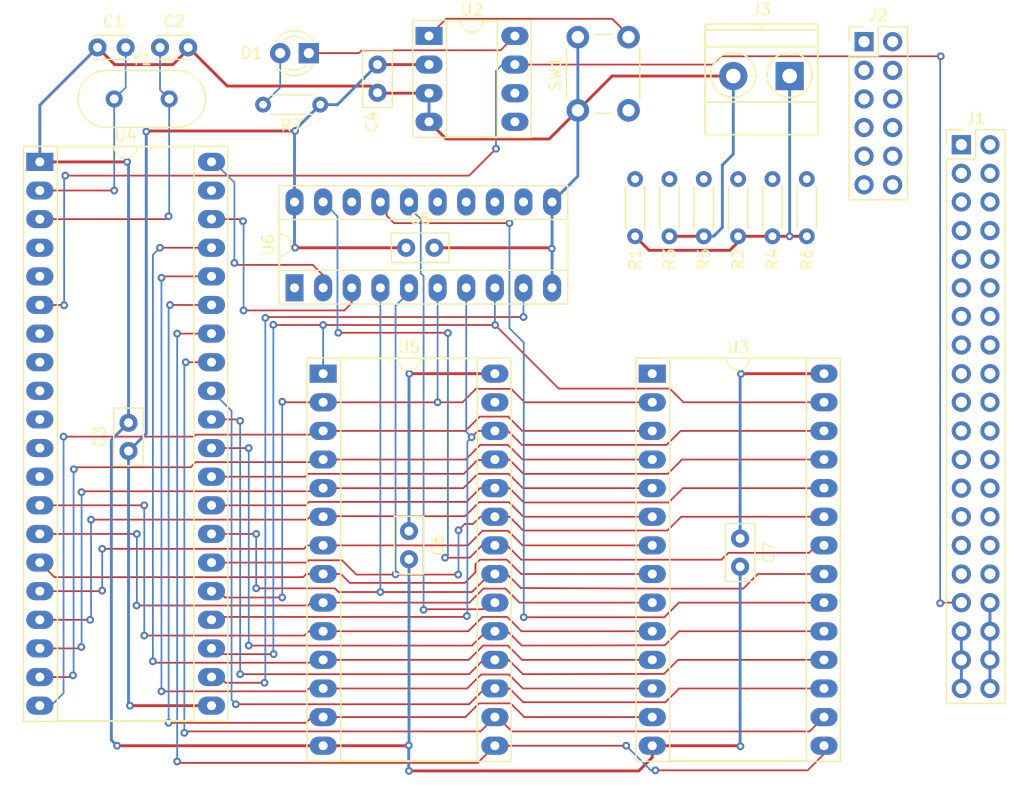
<source format=kicad_pcb>
(kicad_pcb (version 4) (host pcbnew 4.0.7-e2-6376~58~ubuntu16.04.1)

  (general
    (links 155)
    (no_connects 53)
    (area 66.144857 85.645 178.203143 159.819)
    (thickness 1.6)
    (drawings 0)
    (tracks 572)
    (zones 0)
    (modules 29)
    (nets 60)
  )

  (page A4)
  (layers
    (0 F.Cu signal)
    (31 B.Cu signal)
    (36 B.SilkS user)
    (37 F.SilkS user)
    (38 B.Mask user)
    (39 F.Mask user)
    (44 Edge.Cuts user)
  )

  (setup
    (last_trace_width 0.1524)
    (user_trace_width 0.254)
    (trace_clearance 0.1524)
    (zone_clearance 0.508)
    (zone_45_only no)
    (trace_min 0.1524)
    (segment_width 0.2)
    (edge_width 0.15)
    (via_size 0.6858)
    (via_drill 0.3302)
    (via_min_size 0.6858)
    (via_min_drill 0.3302)
    (uvia_size 0.6858)
    (uvia_drill 0.3302)
    (uvias_allowed no)
    (uvia_min_size 0)
    (uvia_min_drill 0)
    (pcb_text_width 0.3)
    (pcb_text_size 1.5 1.5)
    (mod_edge_width 0.15)
    (mod_text_size 1 1)
    (mod_text_width 0.15)
    (pad_size 1.524 1.524)
    (pad_drill 0.762)
    (pad_to_mask_clearance 0.2)
    (aux_axis_origin 0 0)
    (visible_elements FFFFFF7F)
    (pcbplotparams
      (layerselection 0x00030_80000001)
      (usegerberextensions false)
      (excludeedgelayer true)
      (linewidth 0.100000)
      (plotframeref false)
      (viasonmask false)
      (mode 1)
      (useauxorigin false)
      (hpglpennumber 1)
      (hpglpenspeed 20)
      (hpglpendiameter 15)
      (hpglpenoverlay 2)
      (psnegative false)
      (psa4output false)
      (plotreference true)
      (plotvalue true)
      (plotinvisibletext false)
      (padsonsilk false)
      (subtractmaskfromsilk false)
      (outputformat 1)
      (mirror false)
      (drillshape 1)
      (scaleselection 1)
      (outputdirectory ""))
  )

  (net 0 "")
  (net 1 "Net-(C1-Pad1)")
  (net 2 GND)
  (net 3 "Net-(C2-Pad1)")
  (net 4 VCC)
  (net 5 "Net-(D1-Pad1)")
  (net 6 "Net-(D1-Pad2)")
  (net 7 /A0)
  (net 8 /-NMI)
  (net 9 /A1)
  (net 10 /-IRQ1)
  (net 11 /A2)
  (net 12 /-STBY)
  (net 13 /A3)
  (net 14 /P20)
  (net 15 /A4)
  (net 16 /P21)
  (net 17 /A5)
  (net 18 /P22)
  (net 19 /A6)
  (net 20 /P23)
  (net 21 /A7)
  (net 22 /P24)
  (net 23 /A8)
  (net 24 /D0)
  (net 25 /A9)
  (net 26 /D1)
  (net 27 /-RMEM)
  (net 28 /D2)
  (net 29 /-WMEM)
  (net 30 /D3)
  (net 31 /-IOEN0)
  (net 32 /D4)
  (net 33 /-IOEN1)
  (net 34 /D5)
  (net 35 /-IOEN2)
  (net 36 /D6)
  (net 37 /-IOEN3)
  (net 38 /D7)
  (net 39 "Net-(J2-Pad2)")
  (net 40 "Net-(J2-Pad4)")
  (net 41 "Net-(J2-Pad6)")
  (net 42 "Net-(J2-Pad8)")
  (net 43 "Net-(J2-Pad10)")
  (net 44 "Net-(J2-Pad12)")
  (net 45 "Net-(SW1-Pad2)")
  (net 46 "Net-(U2-Pad5)")
  (net 47 "Net-(U2-Pad6)")
  (net 48 /A12)
  (net 49 /-ROMEN)
  (net 50 /A10)
  (net 51 /A11)
  (net 52 /A13)
  (net 53 /A14)
  (net 54 /A15)
  (net 55 /R/-W)
  (net 56 "Net-(U4-Pad39)")
  (net 57 /E)
  (net 58 /-RAMEN)
  (net 59 /-RES)

  (net_class Default "This is the default net class."
    (clearance 0.1524)
    (trace_width 0.1524)
    (via_dia 0.6858)
    (via_drill 0.3302)
    (uvia_dia 0.6858)
    (uvia_drill 0.3302)
    (add_net /-IOEN0)
    (add_net /-IOEN1)
    (add_net /-IOEN2)
    (add_net /-IOEN3)
    (add_net /-IRQ1)
    (add_net /-NMI)
    (add_net /-RAMEN)
    (add_net /-RES)
    (add_net /-RMEM)
    (add_net /-ROMEN)
    (add_net /-STBY)
    (add_net /-WMEM)
    (add_net /A0)
    (add_net /A1)
    (add_net /A10)
    (add_net /A11)
    (add_net /A12)
    (add_net /A13)
    (add_net /A14)
    (add_net /A15)
    (add_net /A2)
    (add_net /A3)
    (add_net /A4)
    (add_net /A5)
    (add_net /A6)
    (add_net /A7)
    (add_net /A8)
    (add_net /A9)
    (add_net /D0)
    (add_net /D1)
    (add_net /D2)
    (add_net /D3)
    (add_net /D4)
    (add_net /D5)
    (add_net /D6)
    (add_net /D7)
    (add_net /E)
    (add_net /P20)
    (add_net /P21)
    (add_net /P22)
    (add_net /P23)
    (add_net /P24)
    (add_net /R/-W)
    (add_net GND)
    (add_net "Net-(C1-Pad1)")
    (add_net "Net-(C2-Pad1)")
    (add_net "Net-(D1-Pad1)")
    (add_net "Net-(D1-Pad2)")
    (add_net "Net-(J2-Pad10)")
    (add_net "Net-(J2-Pad12)")
    (add_net "Net-(J2-Pad2)")
    (add_net "Net-(J2-Pad4)")
    (add_net "Net-(J2-Pad6)")
    (add_net "Net-(J2-Pad8)")
    (add_net "Net-(SW1-Pad2)")
    (add_net "Net-(U2-Pad5)")
    (add_net "Net-(U2-Pad6)")
    (add_net "Net-(U4-Pad39)")
    (add_net VCC)
  )

  (net_class Power ""
    (clearance 0.254)
    (trace_width 0.254)
    (via_dia 0.6858)
    (via_drill 0.3302)
    (uvia_dia 0.6858)
    (uvia_drill 0.3302)
  )

  (module Housings_DIP:DIP-28_W15.24mm_Socket_LongPads (layer F.Cu) (tedit 59C78D6C) (tstamp 5AAE6744)
    (at 105.41 119.38)
    (descr "28-lead though-hole mounted DIP package, row spacing 15.24 mm (600 mils), Socket, LongPads")
    (tags "THT DIP DIL PDIP 2.54mm 15.24mm 600mil Socket LongPads")
    (path /5A9C42D1)
    (fp_text reference U5 (at 7.62 -2.33) (layer F.SilkS)
      (effects (font (size 1 1) (thickness 0.15)))
    )
    (fp_text value HM62256BLP-7 (at 7.62 35.35) (layer F.Fab)
      (effects (font (size 1 1) (thickness 0.15)))
    )
    (fp_arc (start 7.62 -1.33) (end 6.62 -1.33) (angle -180) (layer F.SilkS) (width 0.12))
    (fp_line (start 1.255 -1.27) (end 14.985 -1.27) (layer F.Fab) (width 0.1))
    (fp_line (start 14.985 -1.27) (end 14.985 34.29) (layer F.Fab) (width 0.1))
    (fp_line (start 14.985 34.29) (end 0.255 34.29) (layer F.Fab) (width 0.1))
    (fp_line (start 0.255 34.29) (end 0.255 -0.27) (layer F.Fab) (width 0.1))
    (fp_line (start 0.255 -0.27) (end 1.255 -1.27) (layer F.Fab) (width 0.1))
    (fp_line (start -1.27 -1.33) (end -1.27 34.35) (layer F.Fab) (width 0.1))
    (fp_line (start -1.27 34.35) (end 16.51 34.35) (layer F.Fab) (width 0.1))
    (fp_line (start 16.51 34.35) (end 16.51 -1.33) (layer F.Fab) (width 0.1))
    (fp_line (start 16.51 -1.33) (end -1.27 -1.33) (layer F.Fab) (width 0.1))
    (fp_line (start 6.62 -1.33) (end 1.56 -1.33) (layer F.SilkS) (width 0.12))
    (fp_line (start 1.56 -1.33) (end 1.56 34.35) (layer F.SilkS) (width 0.12))
    (fp_line (start 1.56 34.35) (end 13.68 34.35) (layer F.SilkS) (width 0.12))
    (fp_line (start 13.68 34.35) (end 13.68 -1.33) (layer F.SilkS) (width 0.12))
    (fp_line (start 13.68 -1.33) (end 8.62 -1.33) (layer F.SilkS) (width 0.12))
    (fp_line (start -1.44 -1.39) (end -1.44 34.41) (layer F.SilkS) (width 0.12))
    (fp_line (start -1.44 34.41) (end 16.68 34.41) (layer F.SilkS) (width 0.12))
    (fp_line (start 16.68 34.41) (end 16.68 -1.39) (layer F.SilkS) (width 0.12))
    (fp_line (start 16.68 -1.39) (end -1.44 -1.39) (layer F.SilkS) (width 0.12))
    (fp_line (start -1.55 -1.6) (end -1.55 34.65) (layer F.CrtYd) (width 0.05))
    (fp_line (start -1.55 34.65) (end 16.8 34.65) (layer F.CrtYd) (width 0.05))
    (fp_line (start 16.8 34.65) (end 16.8 -1.6) (layer F.CrtYd) (width 0.05))
    (fp_line (start 16.8 -1.6) (end -1.55 -1.6) (layer F.CrtYd) (width 0.05))
    (fp_text user %R (at 7.62 16.51) (layer F.Fab)
      (effects (font (size 1 1) (thickness 0.15)))
    )
    (pad 1 thru_hole rect (at 0 0) (size 2.4 1.6) (drill 0.8) (layers *.Cu *.Mask)
      (net 53 /A14))
    (pad 15 thru_hole oval (at 15.24 33.02) (size 2.4 1.6) (drill 0.8) (layers *.Cu *.Mask)
      (net 30 /D3))
    (pad 2 thru_hole oval (at 0 2.54) (size 2.4 1.6) (drill 0.8) (layers *.Cu *.Mask)
      (net 48 /A12))
    (pad 16 thru_hole oval (at 15.24 30.48) (size 2.4 1.6) (drill 0.8) (layers *.Cu *.Mask)
      (net 32 /D4))
    (pad 3 thru_hole oval (at 0 5.08) (size 2.4 1.6) (drill 0.8) (layers *.Cu *.Mask)
      (net 21 /A7))
    (pad 17 thru_hole oval (at 15.24 27.94) (size 2.4 1.6) (drill 0.8) (layers *.Cu *.Mask)
      (net 34 /D5))
    (pad 4 thru_hole oval (at 0 7.62) (size 2.4 1.6) (drill 0.8) (layers *.Cu *.Mask)
      (net 19 /A6))
    (pad 18 thru_hole oval (at 15.24 25.4) (size 2.4 1.6) (drill 0.8) (layers *.Cu *.Mask)
      (net 36 /D6))
    (pad 5 thru_hole oval (at 0 10.16) (size 2.4 1.6) (drill 0.8) (layers *.Cu *.Mask)
      (net 17 /A5))
    (pad 19 thru_hole oval (at 15.24 22.86) (size 2.4 1.6) (drill 0.8) (layers *.Cu *.Mask)
      (net 38 /D7))
    (pad 6 thru_hole oval (at 0 12.7) (size 2.4 1.6) (drill 0.8) (layers *.Cu *.Mask)
      (net 15 /A4))
    (pad 20 thru_hole oval (at 15.24 20.32) (size 2.4 1.6) (drill 0.8) (layers *.Cu *.Mask)
      (net 58 /-RAMEN))
    (pad 7 thru_hole oval (at 0 15.24) (size 2.4 1.6) (drill 0.8) (layers *.Cu *.Mask)
      (net 13 /A3))
    (pad 21 thru_hole oval (at 15.24 17.78) (size 2.4 1.6) (drill 0.8) (layers *.Cu *.Mask)
      (net 50 /A10))
    (pad 8 thru_hole oval (at 0 17.78) (size 2.4 1.6) (drill 0.8) (layers *.Cu *.Mask)
      (net 11 /A2))
    (pad 22 thru_hole oval (at 15.24 15.24) (size 2.4 1.6) (drill 0.8) (layers *.Cu *.Mask)
      (net 27 /-RMEM))
    (pad 9 thru_hole oval (at 0 20.32) (size 2.4 1.6) (drill 0.8) (layers *.Cu *.Mask)
      (net 9 /A1))
    (pad 23 thru_hole oval (at 15.24 12.7) (size 2.4 1.6) (drill 0.8) (layers *.Cu *.Mask)
      (net 51 /A11))
    (pad 10 thru_hole oval (at 0 22.86) (size 2.4 1.6) (drill 0.8) (layers *.Cu *.Mask)
      (net 7 /A0))
    (pad 24 thru_hole oval (at 15.24 10.16) (size 2.4 1.6) (drill 0.8) (layers *.Cu *.Mask)
      (net 25 /A9))
    (pad 11 thru_hole oval (at 0 25.4) (size 2.4 1.6) (drill 0.8) (layers *.Cu *.Mask)
      (net 24 /D0))
    (pad 25 thru_hole oval (at 15.24 7.62) (size 2.4 1.6) (drill 0.8) (layers *.Cu *.Mask)
      (net 23 /A8))
    (pad 12 thru_hole oval (at 0 27.94) (size 2.4 1.6) (drill 0.8) (layers *.Cu *.Mask)
      (net 26 /D1))
    (pad 26 thru_hole oval (at 15.24 5.08) (size 2.4 1.6) (drill 0.8) (layers *.Cu *.Mask)
      (net 52 /A13))
    (pad 13 thru_hole oval (at 0 30.48) (size 2.4 1.6) (drill 0.8) (layers *.Cu *.Mask)
      (net 28 /D2))
    (pad 27 thru_hole oval (at 15.24 2.54) (size 2.4 1.6) (drill 0.8) (layers *.Cu *.Mask)
      (net 29 /-WMEM))
    (pad 14 thru_hole oval (at 0 33.02) (size 2.4 1.6) (drill 0.8) (layers *.Cu *.Mask)
      (net 2 GND))
    (pad 28 thru_hole oval (at 15.24 0) (size 2.4 1.6) (drill 0.8) (layers *.Cu *.Mask)
      (net 4 VCC))
    (model ${KISYS3DMOD}/Housings_DIP.3dshapes/DIP-28_W15.24mm_Socket.wrl
      (at (xyz 0 0 0))
      (scale (xyz 1 1 1))
      (rotate (xyz 0 0 0))
    )
  )

  (module Housings_DIP:DIP-40_W15.24mm_Socket_LongPads (layer F.Cu) (tedit 59C78D6C) (tstamp 5AAE670C)
    (at 80.264 100.584)
    (descr "40-lead though-hole mounted DIP package, row spacing 15.24 mm (600 mils), Socket, LongPads")
    (tags "THT DIP DIL PDIP 2.54mm 15.24mm 600mil Socket LongPads")
    (path /5A9C2E2B)
    (fp_text reference U4 (at 7.62 -2.33) (layer F.SilkS)
      (effects (font (size 1 1) (thickness 0.15)))
    )
    (fp_text value HD6303RP (at 7.62 50.59) (layer F.Fab)
      (effects (font (size 1 1) (thickness 0.15)))
    )
    (fp_arc (start 7.62 -1.33) (end 6.62 -1.33) (angle -180) (layer F.SilkS) (width 0.12))
    (fp_line (start 1.255 -1.27) (end 14.985 -1.27) (layer F.Fab) (width 0.1))
    (fp_line (start 14.985 -1.27) (end 14.985 49.53) (layer F.Fab) (width 0.1))
    (fp_line (start 14.985 49.53) (end 0.255 49.53) (layer F.Fab) (width 0.1))
    (fp_line (start 0.255 49.53) (end 0.255 -0.27) (layer F.Fab) (width 0.1))
    (fp_line (start 0.255 -0.27) (end 1.255 -1.27) (layer F.Fab) (width 0.1))
    (fp_line (start -1.27 -1.33) (end -1.27 49.59) (layer F.Fab) (width 0.1))
    (fp_line (start -1.27 49.59) (end 16.51 49.59) (layer F.Fab) (width 0.1))
    (fp_line (start 16.51 49.59) (end 16.51 -1.33) (layer F.Fab) (width 0.1))
    (fp_line (start 16.51 -1.33) (end -1.27 -1.33) (layer F.Fab) (width 0.1))
    (fp_line (start 6.62 -1.33) (end 1.56 -1.33) (layer F.SilkS) (width 0.12))
    (fp_line (start 1.56 -1.33) (end 1.56 49.59) (layer F.SilkS) (width 0.12))
    (fp_line (start 1.56 49.59) (end 13.68 49.59) (layer F.SilkS) (width 0.12))
    (fp_line (start 13.68 49.59) (end 13.68 -1.33) (layer F.SilkS) (width 0.12))
    (fp_line (start 13.68 -1.33) (end 8.62 -1.33) (layer F.SilkS) (width 0.12))
    (fp_line (start -1.44 -1.39) (end -1.44 49.65) (layer F.SilkS) (width 0.12))
    (fp_line (start -1.44 49.65) (end 16.68 49.65) (layer F.SilkS) (width 0.12))
    (fp_line (start 16.68 49.65) (end 16.68 -1.39) (layer F.SilkS) (width 0.12))
    (fp_line (start 16.68 -1.39) (end -1.44 -1.39) (layer F.SilkS) (width 0.12))
    (fp_line (start -1.55 -1.6) (end -1.55 49.85) (layer F.CrtYd) (width 0.05))
    (fp_line (start -1.55 49.85) (end 16.8 49.85) (layer F.CrtYd) (width 0.05))
    (fp_line (start 16.8 49.85) (end 16.8 -1.6) (layer F.CrtYd) (width 0.05))
    (fp_line (start 16.8 -1.6) (end -1.55 -1.6) (layer F.CrtYd) (width 0.05))
    (fp_text user %R (at 7.62 24.13) (layer F.Fab)
      (effects (font (size 1 1) (thickness 0.15)))
    )
    (pad 1 thru_hole rect (at 0 0) (size 2.4 1.6) (drill 0.8) (layers *.Cu *.Mask)
      (net 2 GND))
    (pad 21 thru_hole oval (at 15.24 48.26) (size 2.4 1.6) (drill 0.8) (layers *.Cu *.Mask)
      (net 4 VCC))
    (pad 2 thru_hole oval (at 0 2.54) (size 2.4 1.6) (drill 0.8) (layers *.Cu *.Mask)
      (net 1 "Net-(C1-Pad1)"))
    (pad 22 thru_hole oval (at 15.24 45.72) (size 2.4 1.6) (drill 0.8) (layers *.Cu *.Mask)
      (net 54 /A15))
    (pad 3 thru_hole oval (at 0 5.08) (size 2.4 1.6) (drill 0.8) (layers *.Cu *.Mask)
      (net 3 "Net-(C2-Pad1)"))
    (pad 23 thru_hole oval (at 15.24 43.18) (size 2.4 1.6) (drill 0.8) (layers *.Cu *.Mask)
      (net 53 /A14))
    (pad 4 thru_hole oval (at 0 7.62) (size 2.4 1.6) (drill 0.8) (layers *.Cu *.Mask)
      (net 8 /-NMI))
    (pad 24 thru_hole oval (at 15.24 40.64) (size 2.4 1.6) (drill 0.8) (layers *.Cu *.Mask)
      (net 52 /A13))
    (pad 5 thru_hole oval (at 0 10.16) (size 2.4 1.6) (drill 0.8) (layers *.Cu *.Mask)
      (net 10 /-IRQ1))
    (pad 25 thru_hole oval (at 15.24 38.1) (size 2.4 1.6) (drill 0.8) (layers *.Cu *.Mask)
      (net 48 /A12))
    (pad 6 thru_hole oval (at 0 12.7) (size 2.4 1.6) (drill 0.8) (layers *.Cu *.Mask)
      (net 59 /-RES))
    (pad 26 thru_hole oval (at 15.24 35.56) (size 2.4 1.6) (drill 0.8) (layers *.Cu *.Mask)
      (net 51 /A11))
    (pad 7 thru_hole oval (at 0 15.24) (size 2.4 1.6) (drill 0.8) (layers *.Cu *.Mask)
      (net 12 /-STBY))
    (pad 27 thru_hole oval (at 15.24 33.02) (size 2.4 1.6) (drill 0.8) (layers *.Cu *.Mask)
      (net 50 /A10))
    (pad 8 thru_hole oval (at 0 17.78) (size 2.4 1.6) (drill 0.8) (layers *.Cu *.Mask)
      (net 14 /P20))
    (pad 28 thru_hole oval (at 15.24 30.48) (size 2.4 1.6) (drill 0.8) (layers *.Cu *.Mask)
      (net 25 /A9))
    (pad 9 thru_hole oval (at 0 20.32) (size 2.4 1.6) (drill 0.8) (layers *.Cu *.Mask)
      (net 16 /P21))
    (pad 29 thru_hole oval (at 15.24 27.94) (size 2.4 1.6) (drill 0.8) (layers *.Cu *.Mask)
      (net 23 /A8))
    (pad 10 thru_hole oval (at 0 22.86) (size 2.4 1.6) (drill 0.8) (layers *.Cu *.Mask)
      (net 18 /P22))
    (pad 30 thru_hole oval (at 15.24 25.4) (size 2.4 1.6) (drill 0.8) (layers *.Cu *.Mask)
      (net 38 /D7))
    (pad 11 thru_hole oval (at 0 25.4) (size 2.4 1.6) (drill 0.8) (layers *.Cu *.Mask)
      (net 20 /P23))
    (pad 31 thru_hole oval (at 15.24 22.86) (size 2.4 1.6) (drill 0.8) (layers *.Cu *.Mask)
      (net 36 /D6))
    (pad 12 thru_hole oval (at 0 27.94) (size 2.4 1.6) (drill 0.8) (layers *.Cu *.Mask)
      (net 22 /P24))
    (pad 32 thru_hole oval (at 15.24 20.32) (size 2.4 1.6) (drill 0.8) (layers *.Cu *.Mask)
      (net 34 /D5))
    (pad 13 thru_hole oval (at 0 30.48) (size 2.4 1.6) (drill 0.8) (layers *.Cu *.Mask)
      (net 7 /A0))
    (pad 33 thru_hole oval (at 15.24 17.78) (size 2.4 1.6) (drill 0.8) (layers *.Cu *.Mask)
      (net 32 /D4))
    (pad 14 thru_hole oval (at 0 33.02) (size 2.4 1.6) (drill 0.8) (layers *.Cu *.Mask)
      (net 9 /A1))
    (pad 34 thru_hole oval (at 15.24 15.24) (size 2.4 1.6) (drill 0.8) (layers *.Cu *.Mask)
      (net 30 /D3))
    (pad 15 thru_hole oval (at 0 35.56) (size 2.4 1.6) (drill 0.8) (layers *.Cu *.Mask)
      (net 11 /A2))
    (pad 35 thru_hole oval (at 15.24 12.7) (size 2.4 1.6) (drill 0.8) (layers *.Cu *.Mask)
      (net 28 /D2))
    (pad 16 thru_hole oval (at 0 38.1) (size 2.4 1.6) (drill 0.8) (layers *.Cu *.Mask)
      (net 13 /A3))
    (pad 36 thru_hole oval (at 15.24 10.16) (size 2.4 1.6) (drill 0.8) (layers *.Cu *.Mask)
      (net 26 /D1))
    (pad 17 thru_hole oval (at 0 40.64) (size 2.4 1.6) (drill 0.8) (layers *.Cu *.Mask)
      (net 15 /A4))
    (pad 37 thru_hole oval (at 15.24 7.62) (size 2.4 1.6) (drill 0.8) (layers *.Cu *.Mask)
      (net 24 /D0))
    (pad 18 thru_hole oval (at 0 43.18) (size 2.4 1.6) (drill 0.8) (layers *.Cu *.Mask)
      (net 17 /A5))
    (pad 38 thru_hole oval (at 15.24 5.08) (size 2.4 1.6) (drill 0.8) (layers *.Cu *.Mask)
      (net 55 /R/-W))
    (pad 19 thru_hole oval (at 0 45.72) (size 2.4 1.6) (drill 0.8) (layers *.Cu *.Mask)
      (net 19 /A6))
    (pad 39 thru_hole oval (at 15.24 2.54) (size 2.4 1.6) (drill 0.8) (layers *.Cu *.Mask)
      (net 56 "Net-(U4-Pad39)"))
    (pad 20 thru_hole oval (at 0 48.26) (size 2.4 1.6) (drill 0.8) (layers *.Cu *.Mask)
      (net 21 /A7))
    (pad 40 thru_hole oval (at 15.24 0) (size 2.4 1.6) (drill 0.8) (layers *.Cu *.Mask)
      (net 57 /E))
    (model ${KISYS3DMOD}/Housings_DIP.3dshapes/DIP-40_W15.24mm_Socket.wrl
      (at (xyz 0 0 0))
      (scale (xyz 1 1 1))
      (rotate (xyz 0 0 0))
    )
  )

  (module Capacitors_THT:C_Disc_D3.0mm_W2.0mm_P2.50mm (layer F.Cu) (tedit 5AAE773B) (tstamp 5AAE64B7)
    (at 87.884 90.424 180)
    (descr "C, Disc series, Radial, pin pitch=2.50mm, , diameter*width=3*2mm^2, Capacitor")
    (tags "C Disc series Radial pin pitch 2.50mm  diameter 3mm width 2mm Capacitor")
    (path /5AAD093C)
    (fp_text reference C1 (at 1.0668 2.3114 180) (layer F.SilkS)
      (effects (font (size 1 1) (thickness 0.15)))
    )
    (fp_text value 22pF (at 1.25 2.31 180) (layer F.Fab)
      (effects (font (size 1 1) (thickness 0.15)))
    )
    (fp_line (start -0.25 -1) (end -0.25 1) (layer F.Fab) (width 0.1))
    (fp_line (start -0.25 1) (end 2.75 1) (layer F.Fab) (width 0.1))
    (fp_line (start 2.75 1) (end 2.75 -1) (layer F.Fab) (width 0.1))
    (fp_line (start 2.75 -1) (end -0.25 -1) (layer F.Fab) (width 0.1))
    (fp_line (start -0.31 -1.06) (end 2.81 -1.06) (layer F.SilkS) (width 0.12))
    (fp_line (start -0.31 1.06) (end 2.81 1.06) (layer F.SilkS) (width 0.12))
    (fp_line (start -0.31 -1.06) (end -0.31 -0.996) (layer F.SilkS) (width 0.12))
    (fp_line (start -0.31 0.996) (end -0.31 1.06) (layer F.SilkS) (width 0.12))
    (fp_line (start 2.81 -1.06) (end 2.81 -0.996) (layer F.SilkS) (width 0.12))
    (fp_line (start 2.81 0.996) (end 2.81 1.06) (layer F.SilkS) (width 0.12))
    (fp_line (start -1.05 -1.35) (end -1.05 1.35) (layer F.CrtYd) (width 0.05))
    (fp_line (start -1.05 1.35) (end 3.55 1.35) (layer F.CrtYd) (width 0.05))
    (fp_line (start 3.55 1.35) (end 3.55 -1.35) (layer F.CrtYd) (width 0.05))
    (fp_line (start 3.55 -1.35) (end -1.05 -1.35) (layer F.CrtYd) (width 0.05))
    (fp_text user %R (at 1.25 0 180) (layer F.Fab)
      (effects (font (size 1 1) (thickness 0.15)))
    )
    (pad 1 thru_hole circle (at 0 0 180) (size 1.6 1.6) (drill 0.8) (layers *.Cu *.Mask)
      (net 1 "Net-(C1-Pad1)"))
    (pad 2 thru_hole circle (at 2.5 0 180) (size 1.6 1.6) (drill 0.8) (layers *.Cu *.Mask)
      (net 2 GND))
    (model ${KISYS3DMOD}/Capacitors_THT.3dshapes/C_Disc_D3.0mm_W2.0mm_P2.50mm.wrl
      (at (xyz 0 0 0))
      (scale (xyz 1 1 1))
      (rotate (xyz 0 0 0))
    )
  )

  (module Capacitors_THT:C_Disc_D3.0mm_W2.0mm_P2.50mm (layer F.Cu) (tedit 597BC7C2) (tstamp 5AAE64CC)
    (at 90.932 90.424)
    (descr "C, Disc series, Radial, pin pitch=2.50mm, , diameter*width=3*2mm^2, Capacitor")
    (tags "C Disc series Radial pin pitch 2.50mm  diameter 3mm width 2mm Capacitor")
    (path /5AAD09B7)
    (fp_text reference C2 (at 1.25 -2.31) (layer F.SilkS)
      (effects (font (size 1 1) (thickness 0.15)))
    )
    (fp_text value 22pF (at 1.25 2.31) (layer F.Fab)
      (effects (font (size 1 1) (thickness 0.15)))
    )
    (fp_line (start -0.25 -1) (end -0.25 1) (layer F.Fab) (width 0.1))
    (fp_line (start -0.25 1) (end 2.75 1) (layer F.Fab) (width 0.1))
    (fp_line (start 2.75 1) (end 2.75 -1) (layer F.Fab) (width 0.1))
    (fp_line (start 2.75 -1) (end -0.25 -1) (layer F.Fab) (width 0.1))
    (fp_line (start -0.31 -1.06) (end 2.81 -1.06) (layer F.SilkS) (width 0.12))
    (fp_line (start -0.31 1.06) (end 2.81 1.06) (layer F.SilkS) (width 0.12))
    (fp_line (start -0.31 -1.06) (end -0.31 -0.996) (layer F.SilkS) (width 0.12))
    (fp_line (start -0.31 0.996) (end -0.31 1.06) (layer F.SilkS) (width 0.12))
    (fp_line (start 2.81 -1.06) (end 2.81 -0.996) (layer F.SilkS) (width 0.12))
    (fp_line (start 2.81 0.996) (end 2.81 1.06) (layer F.SilkS) (width 0.12))
    (fp_line (start -1.05 -1.35) (end -1.05 1.35) (layer F.CrtYd) (width 0.05))
    (fp_line (start -1.05 1.35) (end 3.55 1.35) (layer F.CrtYd) (width 0.05))
    (fp_line (start 3.55 1.35) (end 3.55 -1.35) (layer F.CrtYd) (width 0.05))
    (fp_line (start 3.55 -1.35) (end -1.05 -1.35) (layer F.CrtYd) (width 0.05))
    (fp_text user %R (at 1.25 0) (layer F.Fab)
      (effects (font (size 1 1) (thickness 0.15)))
    )
    (pad 1 thru_hole circle (at 0 0) (size 1.6 1.6) (drill 0.8) (layers *.Cu *.Mask)
      (net 3 "Net-(C2-Pad1)"))
    (pad 2 thru_hole circle (at 2.5 0) (size 1.6 1.6) (drill 0.8) (layers *.Cu *.Mask)
      (net 2 GND))
    (model ${KISYS3DMOD}/Capacitors_THT.3dshapes/C_Disc_D3.0mm_W2.0mm_P2.50mm.wrl
      (at (xyz 0 0 0))
      (scale (xyz 1 1 1))
      (rotate (xyz 0 0 0))
    )
  )

  (module Capacitors_THT:C_Disc_D5.0mm_W2.5mm_P2.50mm (layer F.Cu) (tedit 597BC7C2) (tstamp 5AAE64DF)
    (at 88.138 126.238 90)
    (descr "C, Disc series, Radial, pin pitch=2.50mm, , diameter*width=5*2.5mm^2, Capacitor, http://cdn-reichelt.de/documents/datenblatt/B300/DS_KERKO_TC.pdf")
    (tags "C Disc series Radial pin pitch 2.50mm  diameter 5mm width 2.5mm Capacitor")
    (path /5AAD8372)
    (fp_text reference C3 (at 1.25 -2.56 90) (layer F.SilkS)
      (effects (font (size 1 1) (thickness 0.15)))
    )
    (fp_text value .1uF (at 1.25 2.56 90) (layer F.Fab)
      (effects (font (size 1 1) (thickness 0.15)))
    )
    (fp_line (start -1.25 -1.25) (end -1.25 1.25) (layer F.Fab) (width 0.1))
    (fp_line (start -1.25 1.25) (end 3.75 1.25) (layer F.Fab) (width 0.1))
    (fp_line (start 3.75 1.25) (end 3.75 -1.25) (layer F.Fab) (width 0.1))
    (fp_line (start 3.75 -1.25) (end -1.25 -1.25) (layer F.Fab) (width 0.1))
    (fp_line (start -1.31 -1.31) (end 3.81 -1.31) (layer F.SilkS) (width 0.12))
    (fp_line (start -1.31 1.31) (end 3.81 1.31) (layer F.SilkS) (width 0.12))
    (fp_line (start -1.31 -1.31) (end -1.31 1.31) (layer F.SilkS) (width 0.12))
    (fp_line (start 3.81 -1.31) (end 3.81 1.31) (layer F.SilkS) (width 0.12))
    (fp_line (start -1.6 -1.6) (end -1.6 1.6) (layer F.CrtYd) (width 0.05))
    (fp_line (start -1.6 1.6) (end 4.1 1.6) (layer F.CrtYd) (width 0.05))
    (fp_line (start 4.1 1.6) (end 4.1 -1.6) (layer F.CrtYd) (width 0.05))
    (fp_line (start 4.1 -1.6) (end -1.6 -1.6) (layer F.CrtYd) (width 0.05))
    (fp_text user %R (at 1.25 0 90) (layer F.Fab)
      (effects (font (size 1 1) (thickness 0.15)))
    )
    (pad 1 thru_hole circle (at 0 0 90) (size 1.6 1.6) (drill 0.8) (layers *.Cu *.Mask)
      (net 4 VCC))
    (pad 2 thru_hole circle (at 2.5 0 90) (size 1.6 1.6) (drill 0.8) (layers *.Cu *.Mask)
      (net 2 GND))
    (model ${KISYS3DMOD}/Capacitors_THT.3dshapes/C_Disc_D5.0mm_W2.5mm_P2.50mm.wrl
      (at (xyz 0 0 0))
      (scale (xyz 1 1 1))
      (rotate (xyz 0 0 0))
    )
  )

  (module Capacitors_THT:C_Disc_D5.0mm_W2.5mm_P2.50mm (layer F.Cu) (tedit 5AAE77EE) (tstamp 5AAE64F2)
    (at 110.236 91.948 270)
    (descr "C, Disc series, Radial, pin pitch=2.50mm, , diameter*width=5*2.5mm^2, Capacitor, http://cdn-reichelt.de/documents/datenblatt/B300/DS_KERKO_TC.pdf")
    (tags "C Disc series Radial pin pitch 2.50mm  diameter 5mm width 2.5mm Capacitor")
    (path /5AAD8409)
    (fp_text reference C4 (at 5.08 0.508 270) (layer F.SilkS)
      (effects (font (size 1 1) (thickness 0.15)))
    )
    (fp_text value .1uF (at 1.25 2.56 270) (layer F.Fab)
      (effects (font (size 1 1) (thickness 0.15)))
    )
    (fp_line (start -1.25 -1.25) (end -1.25 1.25) (layer F.Fab) (width 0.1))
    (fp_line (start -1.25 1.25) (end 3.75 1.25) (layer F.Fab) (width 0.1))
    (fp_line (start 3.75 1.25) (end 3.75 -1.25) (layer F.Fab) (width 0.1))
    (fp_line (start 3.75 -1.25) (end -1.25 -1.25) (layer F.Fab) (width 0.1))
    (fp_line (start -1.31 -1.31) (end 3.81 -1.31) (layer F.SilkS) (width 0.12))
    (fp_line (start -1.31 1.31) (end 3.81 1.31) (layer F.SilkS) (width 0.12))
    (fp_line (start -1.31 -1.31) (end -1.31 1.31) (layer F.SilkS) (width 0.12))
    (fp_line (start 3.81 -1.31) (end 3.81 1.31) (layer F.SilkS) (width 0.12))
    (fp_line (start -1.6 -1.6) (end -1.6 1.6) (layer F.CrtYd) (width 0.05))
    (fp_line (start -1.6 1.6) (end 4.1 1.6) (layer F.CrtYd) (width 0.05))
    (fp_line (start 4.1 1.6) (end 4.1 -1.6) (layer F.CrtYd) (width 0.05))
    (fp_line (start 4.1 -1.6) (end -1.6 -1.6) (layer F.CrtYd) (width 0.05))
    (fp_text user %R (at 1.25 0 270) (layer F.Fab)
      (effects (font (size 1 1) (thickness 0.15)))
    )
    (pad 1 thru_hole circle (at 0 0 270) (size 1.6 1.6) (drill 0.8) (layers *.Cu *.Mask)
      (net 4 VCC))
    (pad 2 thru_hole circle (at 2.5 0 270) (size 1.6 1.6) (drill 0.8) (layers *.Cu *.Mask)
      (net 2 GND))
    (model ${KISYS3DMOD}/Capacitors_THT.3dshapes/C_Disc_D5.0mm_W2.5mm_P2.50mm.wrl
      (at (xyz 0 0 0))
      (scale (xyz 1 1 1))
      (rotate (xyz 0 0 0))
    )
  )

  (module Capacitors_THT:C_Disc_D5.0mm_W2.5mm_P2.50mm (layer F.Cu) (tedit 597BC7C2) (tstamp 5AAE6505)
    (at 112.776 108.204)
    (descr "C, Disc series, Radial, pin pitch=2.50mm, , diameter*width=5*2.5mm^2, Capacitor, http://cdn-reichelt.de/documents/datenblatt/B300/DS_KERKO_TC.pdf")
    (tags "C Disc series Radial pin pitch 2.50mm  diameter 5mm width 2.5mm Capacitor")
    (path /5AAD848F)
    (fp_text reference C5 (at 1.25 -2.56) (layer F.SilkS)
      (effects (font (size 1 1) (thickness 0.15)))
    )
    (fp_text value .1uF (at 1.25 2.56) (layer F.Fab)
      (effects (font (size 1 1) (thickness 0.15)))
    )
    (fp_line (start -1.25 -1.25) (end -1.25 1.25) (layer F.Fab) (width 0.1))
    (fp_line (start -1.25 1.25) (end 3.75 1.25) (layer F.Fab) (width 0.1))
    (fp_line (start 3.75 1.25) (end 3.75 -1.25) (layer F.Fab) (width 0.1))
    (fp_line (start 3.75 -1.25) (end -1.25 -1.25) (layer F.Fab) (width 0.1))
    (fp_line (start -1.31 -1.31) (end 3.81 -1.31) (layer F.SilkS) (width 0.12))
    (fp_line (start -1.31 1.31) (end 3.81 1.31) (layer F.SilkS) (width 0.12))
    (fp_line (start -1.31 -1.31) (end -1.31 1.31) (layer F.SilkS) (width 0.12))
    (fp_line (start 3.81 -1.31) (end 3.81 1.31) (layer F.SilkS) (width 0.12))
    (fp_line (start -1.6 -1.6) (end -1.6 1.6) (layer F.CrtYd) (width 0.05))
    (fp_line (start -1.6 1.6) (end 4.1 1.6) (layer F.CrtYd) (width 0.05))
    (fp_line (start 4.1 1.6) (end 4.1 -1.6) (layer F.CrtYd) (width 0.05))
    (fp_line (start 4.1 -1.6) (end -1.6 -1.6) (layer F.CrtYd) (width 0.05))
    (fp_text user %R (at 1.25 0) (layer F.Fab)
      (effects (font (size 1 1) (thickness 0.15)))
    )
    (pad 1 thru_hole circle (at 0 0) (size 1.6 1.6) (drill 0.8) (layers *.Cu *.Mask)
      (net 4 VCC))
    (pad 2 thru_hole circle (at 2.5 0) (size 1.6 1.6) (drill 0.8) (layers *.Cu *.Mask)
      (net 2 GND))
    (model ${KISYS3DMOD}/Capacitors_THT.3dshapes/C_Disc_D5.0mm_W2.5mm_P2.50mm.wrl
      (at (xyz 0 0 0))
      (scale (xyz 1 1 1))
      (rotate (xyz 0 0 0))
    )
  )

  (module Capacitors_THT:C_Disc_D5.0mm_W2.5mm_P2.50mm (layer F.Cu) (tedit 597BC7C2) (tstamp 5AAE6518)
    (at 113.03 133.35 270)
    (descr "C, Disc series, Radial, pin pitch=2.50mm, , diameter*width=5*2.5mm^2, Capacitor, http://cdn-reichelt.de/documents/datenblatt/B300/DS_KERKO_TC.pdf")
    (tags "C Disc series Radial pin pitch 2.50mm  diameter 5mm width 2.5mm Capacitor")
    (path /5AAD8495)
    (fp_text reference C6 (at 1.25 -2.56 270) (layer F.SilkS)
      (effects (font (size 1 1) (thickness 0.15)))
    )
    (fp_text value .1uF (at 1.25 2.56 270) (layer F.Fab)
      (effects (font (size 1 1) (thickness 0.15)))
    )
    (fp_line (start -1.25 -1.25) (end -1.25 1.25) (layer F.Fab) (width 0.1))
    (fp_line (start -1.25 1.25) (end 3.75 1.25) (layer F.Fab) (width 0.1))
    (fp_line (start 3.75 1.25) (end 3.75 -1.25) (layer F.Fab) (width 0.1))
    (fp_line (start 3.75 -1.25) (end -1.25 -1.25) (layer F.Fab) (width 0.1))
    (fp_line (start -1.31 -1.31) (end 3.81 -1.31) (layer F.SilkS) (width 0.12))
    (fp_line (start -1.31 1.31) (end 3.81 1.31) (layer F.SilkS) (width 0.12))
    (fp_line (start -1.31 -1.31) (end -1.31 1.31) (layer F.SilkS) (width 0.12))
    (fp_line (start 3.81 -1.31) (end 3.81 1.31) (layer F.SilkS) (width 0.12))
    (fp_line (start -1.6 -1.6) (end -1.6 1.6) (layer F.CrtYd) (width 0.05))
    (fp_line (start -1.6 1.6) (end 4.1 1.6) (layer F.CrtYd) (width 0.05))
    (fp_line (start 4.1 1.6) (end 4.1 -1.6) (layer F.CrtYd) (width 0.05))
    (fp_line (start 4.1 -1.6) (end -1.6 -1.6) (layer F.CrtYd) (width 0.05))
    (fp_text user %R (at 1.25 0 270) (layer F.Fab)
      (effects (font (size 1 1) (thickness 0.15)))
    )
    (pad 1 thru_hole circle (at 0 0 270) (size 1.6 1.6) (drill 0.8) (layers *.Cu *.Mask)
      (net 4 VCC))
    (pad 2 thru_hole circle (at 2.5 0 270) (size 1.6 1.6) (drill 0.8) (layers *.Cu *.Mask)
      (net 2 GND))
    (model ${KISYS3DMOD}/Capacitors_THT.3dshapes/C_Disc_D5.0mm_W2.5mm_P2.50mm.wrl
      (at (xyz 0 0 0))
      (scale (xyz 1 1 1))
      (rotate (xyz 0 0 0))
    )
  )

  (module Capacitors_THT:C_Disc_D5.0mm_W2.5mm_P2.50mm (layer F.Cu) (tedit 597BC7C2) (tstamp 5AAE652B)
    (at 142.4178 134.0104 270)
    (descr "C, Disc series, Radial, pin pitch=2.50mm, , diameter*width=5*2.5mm^2, Capacitor, http://cdn-reichelt.de/documents/datenblatt/B300/DS_KERKO_TC.pdf")
    (tags "C Disc series Radial pin pitch 2.50mm  diameter 5mm width 2.5mm Capacitor")
    (path /5AAD84F9)
    (fp_text reference C7 (at 1.25 -2.56 270) (layer F.SilkS)
      (effects (font (size 1 1) (thickness 0.15)))
    )
    (fp_text value .1uF (at 1.25 2.56 270) (layer F.Fab)
      (effects (font (size 1 1) (thickness 0.15)))
    )
    (fp_line (start -1.25 -1.25) (end -1.25 1.25) (layer F.Fab) (width 0.1))
    (fp_line (start -1.25 1.25) (end 3.75 1.25) (layer F.Fab) (width 0.1))
    (fp_line (start 3.75 1.25) (end 3.75 -1.25) (layer F.Fab) (width 0.1))
    (fp_line (start 3.75 -1.25) (end -1.25 -1.25) (layer F.Fab) (width 0.1))
    (fp_line (start -1.31 -1.31) (end 3.81 -1.31) (layer F.SilkS) (width 0.12))
    (fp_line (start -1.31 1.31) (end 3.81 1.31) (layer F.SilkS) (width 0.12))
    (fp_line (start -1.31 -1.31) (end -1.31 1.31) (layer F.SilkS) (width 0.12))
    (fp_line (start 3.81 -1.31) (end 3.81 1.31) (layer F.SilkS) (width 0.12))
    (fp_line (start -1.6 -1.6) (end -1.6 1.6) (layer F.CrtYd) (width 0.05))
    (fp_line (start -1.6 1.6) (end 4.1 1.6) (layer F.CrtYd) (width 0.05))
    (fp_line (start 4.1 1.6) (end 4.1 -1.6) (layer F.CrtYd) (width 0.05))
    (fp_line (start 4.1 -1.6) (end -1.6 -1.6) (layer F.CrtYd) (width 0.05))
    (fp_text user %R (at 1.25 0 270) (layer F.Fab)
      (effects (font (size 1 1) (thickness 0.15)))
    )
    (pad 1 thru_hole circle (at 0 0 270) (size 1.6 1.6) (drill 0.8) (layers *.Cu *.Mask)
      (net 4 VCC))
    (pad 2 thru_hole circle (at 2.5 0 270) (size 1.6 1.6) (drill 0.8) (layers *.Cu *.Mask)
      (net 2 GND))
    (model ${KISYS3DMOD}/Capacitors_THT.3dshapes/C_Disc_D5.0mm_W2.5mm_P2.50mm.wrl
      (at (xyz 0 0 0))
      (scale (xyz 1 1 1))
      (rotate (xyz 0 0 0))
    )
  )

  (module LEDs:LED_D3.0mm (layer F.Cu) (tedit 5AAE77E9) (tstamp 5AAE653E)
    (at 104.14 90.932 180)
    (descr "LED, diameter 3.0mm, 2 pins")
    (tags "LED diameter 3.0mm 2 pins")
    (path /5AADD6F9)
    (fp_text reference D1 (at 5.08 0 180) (layer F.SilkS)
      (effects (font (size 1 1) (thickness 0.15)))
    )
    (fp_text value LED (at 1.27 2.96 180) (layer F.Fab)
      (effects (font (size 1 1) (thickness 0.15)))
    )
    (fp_arc (start 1.27 0) (end -0.23 -1.16619) (angle 284.3) (layer F.Fab) (width 0.1))
    (fp_arc (start 1.27 0) (end -0.29 -1.235516) (angle 108.8) (layer F.SilkS) (width 0.12))
    (fp_arc (start 1.27 0) (end -0.29 1.235516) (angle -108.8) (layer F.SilkS) (width 0.12))
    (fp_arc (start 1.27 0) (end 0.229039 -1.08) (angle 87.9) (layer F.SilkS) (width 0.12))
    (fp_arc (start 1.27 0) (end 0.229039 1.08) (angle -87.9) (layer F.SilkS) (width 0.12))
    (fp_circle (center 1.27 0) (end 2.77 0) (layer F.Fab) (width 0.1))
    (fp_line (start -0.23 -1.16619) (end -0.23 1.16619) (layer F.Fab) (width 0.1))
    (fp_line (start -0.29 -1.236) (end -0.29 -1.08) (layer F.SilkS) (width 0.12))
    (fp_line (start -0.29 1.08) (end -0.29 1.236) (layer F.SilkS) (width 0.12))
    (fp_line (start -1.15 -2.25) (end -1.15 2.25) (layer F.CrtYd) (width 0.05))
    (fp_line (start -1.15 2.25) (end 3.7 2.25) (layer F.CrtYd) (width 0.05))
    (fp_line (start 3.7 2.25) (end 3.7 -2.25) (layer F.CrtYd) (width 0.05))
    (fp_line (start 3.7 -2.25) (end -1.15 -2.25) (layer F.CrtYd) (width 0.05))
    (pad 1 thru_hole rect (at 0 0 180) (size 1.8 1.8) (drill 0.9) (layers *.Cu *.Mask)
      (net 5 "Net-(D1-Pad1)"))
    (pad 2 thru_hole circle (at 2.54 0 180) (size 1.8 1.8) (drill 0.9) (layers *.Cu *.Mask)
      (net 6 "Net-(D1-Pad2)"))
    (model ${KISYS3DMOD}/LEDs.3dshapes/LED_D3.0mm.wrl
      (at (xyz 0 0 0))
      (scale (xyz 0.393701 0.393701 0.393701))
      (rotate (xyz 0 0 0))
    )
  )

  (module Pin_Headers:Pin_Header_Straight_2x20_Pitch2.54mm (layer F.Cu) (tedit 59650533) (tstamp 5AAE657C)
    (at 162.052 99.06)
    (descr "Through hole straight pin header, 2x20, 2.54mm pitch, double rows")
    (tags "Through hole pin header THT 2x20 2.54mm double row")
    (path /5AADB54D)
    (fp_text reference J1 (at 1.27 -2.33) (layer F.SilkS)
      (effects (font (size 1 1) (thickness 0.15)))
    )
    (fp_text value Conn_02x20_Odd_Even (at 1.27 50.59) (layer F.Fab)
      (effects (font (size 1 1) (thickness 0.15)))
    )
    (fp_line (start 0 -1.27) (end 3.81 -1.27) (layer F.Fab) (width 0.1))
    (fp_line (start 3.81 -1.27) (end 3.81 49.53) (layer F.Fab) (width 0.1))
    (fp_line (start 3.81 49.53) (end -1.27 49.53) (layer F.Fab) (width 0.1))
    (fp_line (start -1.27 49.53) (end -1.27 0) (layer F.Fab) (width 0.1))
    (fp_line (start -1.27 0) (end 0 -1.27) (layer F.Fab) (width 0.1))
    (fp_line (start -1.33 49.59) (end 3.87 49.59) (layer F.SilkS) (width 0.12))
    (fp_line (start -1.33 1.27) (end -1.33 49.59) (layer F.SilkS) (width 0.12))
    (fp_line (start 3.87 -1.33) (end 3.87 49.59) (layer F.SilkS) (width 0.12))
    (fp_line (start -1.33 1.27) (end 1.27 1.27) (layer F.SilkS) (width 0.12))
    (fp_line (start 1.27 1.27) (end 1.27 -1.33) (layer F.SilkS) (width 0.12))
    (fp_line (start 1.27 -1.33) (end 3.87 -1.33) (layer F.SilkS) (width 0.12))
    (fp_line (start -1.33 0) (end -1.33 -1.33) (layer F.SilkS) (width 0.12))
    (fp_line (start -1.33 -1.33) (end 0 -1.33) (layer F.SilkS) (width 0.12))
    (fp_line (start -1.8 -1.8) (end -1.8 50.05) (layer F.CrtYd) (width 0.05))
    (fp_line (start -1.8 50.05) (end 4.35 50.05) (layer F.CrtYd) (width 0.05))
    (fp_line (start 4.35 50.05) (end 4.35 -1.8) (layer F.CrtYd) (width 0.05))
    (fp_line (start 4.35 -1.8) (end -1.8 -1.8) (layer F.CrtYd) (width 0.05))
    (fp_text user %R (at 1.27 24.13 90) (layer F.Fab)
      (effects (font (size 1 1) (thickness 0.15)))
    )
    (pad 1 thru_hole rect (at 0 0) (size 1.7 1.7) (drill 1) (layers *.Cu *.Mask)
      (net 7 /A0))
    (pad 2 thru_hole oval (at 2.54 0) (size 1.7 1.7) (drill 1) (layers *.Cu *.Mask)
      (net 8 /-NMI))
    (pad 3 thru_hole oval (at 0 2.54) (size 1.7 1.7) (drill 1) (layers *.Cu *.Mask)
      (net 9 /A1))
    (pad 4 thru_hole oval (at 2.54 2.54) (size 1.7 1.7) (drill 1) (layers *.Cu *.Mask)
      (net 10 /-IRQ1))
    (pad 5 thru_hole oval (at 0 5.08) (size 1.7 1.7) (drill 1) (layers *.Cu *.Mask)
      (net 11 /A2))
    (pad 6 thru_hole oval (at 2.54 5.08) (size 1.7 1.7) (drill 1) (layers *.Cu *.Mask)
      (net 12 /-STBY))
    (pad 7 thru_hole oval (at 0 7.62) (size 1.7 1.7) (drill 1) (layers *.Cu *.Mask)
      (net 13 /A3))
    (pad 8 thru_hole oval (at 2.54 7.62) (size 1.7 1.7) (drill 1) (layers *.Cu *.Mask)
      (net 14 /P20))
    (pad 9 thru_hole oval (at 0 10.16) (size 1.7 1.7) (drill 1) (layers *.Cu *.Mask)
      (net 15 /A4))
    (pad 10 thru_hole oval (at 2.54 10.16) (size 1.7 1.7) (drill 1) (layers *.Cu *.Mask)
      (net 16 /P21))
    (pad 11 thru_hole oval (at 0 12.7) (size 1.7 1.7) (drill 1) (layers *.Cu *.Mask)
      (net 17 /A5))
    (pad 12 thru_hole oval (at 2.54 12.7) (size 1.7 1.7) (drill 1) (layers *.Cu *.Mask)
      (net 18 /P22))
    (pad 13 thru_hole oval (at 0 15.24) (size 1.7 1.7) (drill 1) (layers *.Cu *.Mask)
      (net 19 /A6))
    (pad 14 thru_hole oval (at 2.54 15.24) (size 1.7 1.7) (drill 1) (layers *.Cu *.Mask)
      (net 20 /P23))
    (pad 15 thru_hole oval (at 0 17.78) (size 1.7 1.7) (drill 1) (layers *.Cu *.Mask)
      (net 21 /A7))
    (pad 16 thru_hole oval (at 2.54 17.78) (size 1.7 1.7) (drill 1) (layers *.Cu *.Mask)
      (net 22 /P24))
    (pad 17 thru_hole oval (at 0 20.32) (size 1.7 1.7) (drill 1) (layers *.Cu *.Mask)
      (net 23 /A8))
    (pad 18 thru_hole oval (at 2.54 20.32) (size 1.7 1.7) (drill 1) (layers *.Cu *.Mask)
      (net 24 /D0))
    (pad 19 thru_hole oval (at 0 22.86) (size 1.7 1.7) (drill 1) (layers *.Cu *.Mask)
      (net 25 /A9))
    (pad 20 thru_hole oval (at 2.54 22.86) (size 1.7 1.7) (drill 1) (layers *.Cu *.Mask)
      (net 26 /D1))
    (pad 21 thru_hole oval (at 0 25.4) (size 1.7 1.7) (drill 1) (layers *.Cu *.Mask)
      (net 27 /-RMEM))
    (pad 22 thru_hole oval (at 2.54 25.4) (size 1.7 1.7) (drill 1) (layers *.Cu *.Mask)
      (net 28 /D2))
    (pad 23 thru_hole oval (at 0 27.94) (size 1.7 1.7) (drill 1) (layers *.Cu *.Mask)
      (net 29 /-WMEM))
    (pad 24 thru_hole oval (at 2.54 27.94) (size 1.7 1.7) (drill 1) (layers *.Cu *.Mask)
      (net 30 /D3))
    (pad 25 thru_hole oval (at 0 30.48) (size 1.7 1.7) (drill 1) (layers *.Cu *.Mask)
      (net 31 /-IOEN0))
    (pad 26 thru_hole oval (at 2.54 30.48) (size 1.7 1.7) (drill 1) (layers *.Cu *.Mask)
      (net 32 /D4))
    (pad 27 thru_hole oval (at 0 33.02) (size 1.7 1.7) (drill 1) (layers *.Cu *.Mask)
      (net 33 /-IOEN1))
    (pad 28 thru_hole oval (at 2.54 33.02) (size 1.7 1.7) (drill 1) (layers *.Cu *.Mask)
      (net 34 /D5))
    (pad 29 thru_hole oval (at 0 35.56) (size 1.7 1.7) (drill 1) (layers *.Cu *.Mask)
      (net 35 /-IOEN2))
    (pad 30 thru_hole oval (at 2.54 35.56) (size 1.7 1.7) (drill 1) (layers *.Cu *.Mask)
      (net 36 /D6))
    (pad 31 thru_hole oval (at 0 38.1) (size 1.7 1.7) (drill 1) (layers *.Cu *.Mask)
      (net 37 /-IOEN3))
    (pad 32 thru_hole oval (at 2.54 38.1) (size 1.7 1.7) (drill 1) (layers *.Cu *.Mask)
      (net 38 /D7))
    (pad 33 thru_hole oval (at 0 40.64) (size 1.7 1.7) (drill 1) (layers *.Cu *.Mask)
      (net 59 /-RES))
    (pad 34 thru_hole oval (at 2.54 40.64) (size 1.7 1.7) (drill 1) (layers *.Cu *.Mask)
      (net 2 GND))
    (pad 35 thru_hole oval (at 0 43.18) (size 1.7 1.7) (drill 1) (layers *.Cu *.Mask)
      (net 4 VCC))
    (pad 36 thru_hole oval (at 2.54 43.18) (size 1.7 1.7) (drill 1) (layers *.Cu *.Mask)
      (net 2 GND))
    (pad 37 thru_hole oval (at 0 45.72) (size 1.7 1.7) (drill 1) (layers *.Cu *.Mask)
      (net 4 VCC))
    (pad 38 thru_hole oval (at 2.54 45.72) (size 1.7 1.7) (drill 1) (layers *.Cu *.Mask)
      (net 2 GND))
    (pad 39 thru_hole oval (at 0 48.26) (size 1.7 1.7) (drill 1) (layers *.Cu *.Mask)
      (net 4 VCC))
    (pad 40 thru_hole oval (at 2.54 48.26) (size 1.7 1.7) (drill 1) (layers *.Cu *.Mask)
      (net 2 GND))
    (model ${KISYS3DMOD}/Pin_Headers.3dshapes/Pin_Header_Straight_2x20_Pitch2.54mm.wrl
      (at (xyz 0 0 0))
      (scale (xyz 1 1 1))
      (rotate (xyz 0 0 0))
    )
  )

  (module Pin_Headers:Pin_Header_Straight_2x06_Pitch2.54mm (layer F.Cu) (tedit 59650532) (tstamp 5AAE659E)
    (at 153.416 89.916)
    (descr "Through hole straight pin header, 2x06, 2.54mm pitch, double rows")
    (tags "Through hole pin header THT 2x06 2.54mm double row")
    (path /5AAD9131)
    (fp_text reference J2 (at 1.27 -2.33) (layer F.SilkS)
      (effects (font (size 1 1) (thickness 0.15)))
    )
    (fp_text value Conn_02x06_Odd_Even (at 1.27 15.03) (layer F.Fab)
      (effects (font (size 1 1) (thickness 0.15)))
    )
    (fp_line (start 0 -1.27) (end 3.81 -1.27) (layer F.Fab) (width 0.1))
    (fp_line (start 3.81 -1.27) (end 3.81 13.97) (layer F.Fab) (width 0.1))
    (fp_line (start 3.81 13.97) (end -1.27 13.97) (layer F.Fab) (width 0.1))
    (fp_line (start -1.27 13.97) (end -1.27 0) (layer F.Fab) (width 0.1))
    (fp_line (start -1.27 0) (end 0 -1.27) (layer F.Fab) (width 0.1))
    (fp_line (start -1.33 14.03) (end 3.87 14.03) (layer F.SilkS) (width 0.12))
    (fp_line (start -1.33 1.27) (end -1.33 14.03) (layer F.SilkS) (width 0.12))
    (fp_line (start 3.87 -1.33) (end 3.87 14.03) (layer F.SilkS) (width 0.12))
    (fp_line (start -1.33 1.27) (end 1.27 1.27) (layer F.SilkS) (width 0.12))
    (fp_line (start 1.27 1.27) (end 1.27 -1.33) (layer F.SilkS) (width 0.12))
    (fp_line (start 1.27 -1.33) (end 3.87 -1.33) (layer F.SilkS) (width 0.12))
    (fp_line (start -1.33 0) (end -1.33 -1.33) (layer F.SilkS) (width 0.12))
    (fp_line (start -1.33 -1.33) (end 0 -1.33) (layer F.SilkS) (width 0.12))
    (fp_line (start -1.8 -1.8) (end -1.8 14.5) (layer F.CrtYd) (width 0.05))
    (fp_line (start -1.8 14.5) (end 4.35 14.5) (layer F.CrtYd) (width 0.05))
    (fp_line (start 4.35 14.5) (end 4.35 -1.8) (layer F.CrtYd) (width 0.05))
    (fp_line (start 4.35 -1.8) (end -1.8 -1.8) (layer F.CrtYd) (width 0.05))
    (fp_text user %R (at 1.27 6.35 90) (layer F.Fab)
      (effects (font (size 1 1) (thickness 0.15)))
    )
    (pad 1 thru_hole rect (at 0 0) (size 1.7 1.7) (drill 1) (layers *.Cu *.Mask)
      (net 8 /-NMI))
    (pad 2 thru_hole oval (at 2.54 0) (size 1.7 1.7) (drill 1) (layers *.Cu *.Mask)
      (net 39 "Net-(J2-Pad2)"))
    (pad 3 thru_hole oval (at 0 2.54) (size 1.7 1.7) (drill 1) (layers *.Cu *.Mask)
      (net 10 /-IRQ1))
    (pad 4 thru_hole oval (at 2.54 2.54) (size 1.7 1.7) (drill 1) (layers *.Cu *.Mask)
      (net 40 "Net-(J2-Pad4)"))
    (pad 5 thru_hole oval (at 0 5.08) (size 1.7 1.7) (drill 1) (layers *.Cu *.Mask)
      (net 12 /-STBY))
    (pad 6 thru_hole oval (at 2.54 5.08) (size 1.7 1.7) (drill 1) (layers *.Cu *.Mask)
      (net 41 "Net-(J2-Pad6)"))
    (pad 7 thru_hole oval (at 0 7.62) (size 1.7 1.7) (drill 1) (layers *.Cu *.Mask)
      (net 14 /P20))
    (pad 8 thru_hole oval (at 2.54 7.62) (size 1.7 1.7) (drill 1) (layers *.Cu *.Mask)
      (net 42 "Net-(J2-Pad8)"))
    (pad 9 thru_hole oval (at 0 10.16) (size 1.7 1.7) (drill 1) (layers *.Cu *.Mask)
      (net 16 /P21))
    (pad 10 thru_hole oval (at 2.54 10.16) (size 1.7 1.7) (drill 1) (layers *.Cu *.Mask)
      (net 43 "Net-(J2-Pad10)"))
    (pad 11 thru_hole oval (at 0 12.7) (size 1.7 1.7) (drill 1) (layers *.Cu *.Mask)
      (net 18 /P22))
    (pad 12 thru_hole oval (at 2.54 12.7) (size 1.7 1.7) (drill 1) (layers *.Cu *.Mask)
      (net 44 "Net-(J2-Pad12)"))
    (model ${KISYS3DMOD}/Pin_Headers.3dshapes/Pin_Header_Straight_2x06_Pitch2.54mm.wrl
      (at (xyz 0 0 0))
      (scale (xyz 1 1 1))
      (rotate (xyz 0 0 0))
    )
  )

  (module TerminalBlocks_Phoenix:TerminalBlock_Phoenix_MKDS1.5-2pol (layer F.Cu) (tedit 59FF0755) (tstamp 5AAE65B3)
    (at 146.812 92.964 180)
    (descr "2-way 5mm pitch terminal block, Phoenix MKDS series")
    (path /5AADA948)
    (fp_text reference J3 (at 2.5 5.9 180) (layer F.SilkS)
      (effects (font (size 1 1) (thickness 0.15)))
    )
    (fp_text value Screw_Terminal_01x02 (at 2.5 -6.6 180) (layer F.Fab)
      (effects (font (size 1 1) (thickness 0.15)))
    )
    (fp_text user %R (at 2.5 0 180) (layer F.Fab)
      (effects (font (size 1 1) (thickness 0.15)))
    )
    (fp_line (start -2.7 -5.4) (end 7.7 -5.4) (layer F.CrtYd) (width 0.05))
    (fp_line (start -2.7 4.8) (end -2.7 -5.4) (layer F.CrtYd) (width 0.05))
    (fp_line (start 7.7 4.8) (end -2.7 4.8) (layer F.CrtYd) (width 0.05))
    (fp_line (start 7.7 -5.4) (end 7.7 4.8) (layer F.CrtYd) (width 0.05))
    (fp_line (start 2.5 4.1) (end 2.5 4.6) (layer F.SilkS) (width 0.15))
    (fp_line (start -2.5 2.6) (end 7.5 2.6) (layer F.SilkS) (width 0.15))
    (fp_line (start -2.5 -2.3) (end 7.5 -2.3) (layer F.SilkS) (width 0.15))
    (fp_line (start -2.5 4.1) (end 7.5 4.1) (layer F.SilkS) (width 0.15))
    (fp_line (start -2.5 4.6) (end 7.5 4.6) (layer F.SilkS) (width 0.15))
    (fp_line (start 7.5 4.6) (end 7.5 -5.2) (layer F.SilkS) (width 0.15))
    (fp_line (start 7.5 -5.2) (end -2.5 -5.2) (layer F.SilkS) (width 0.15))
    (fp_line (start -2.5 -5.2) (end -2.5 4.6) (layer F.SilkS) (width 0.15))
    (fp_circle (center 5 0.1) (end 3 0.1) (layer F.SilkS) (width 0.15))
    (fp_circle (center 0 0.1) (end 2 0.1) (layer F.SilkS) (width 0.15))
    (pad 1 thru_hole rect (at 0 0 180) (size 2.5 2.5) (drill 1.3) (layers *.Cu *.Mask)
      (net 4 VCC))
    (pad 2 thru_hole circle (at 5 0 180) (size 2.5 2.5) (drill 1.3) (layers *.Cu *.Mask)
      (net 2 GND))
    (model ${KISYS3DMOD}/TerminalBlock_Phoenix.3dshapes/TerminalBlock_Phoenix_MKDS1.5-2pol.wrl
      (at (xyz 0.0984 0 0))
      (scale (xyz 1 1 1))
      (rotate (xyz 0 0 0))
    )
  )

  (module Buttons_Switches_THT:SW_PUSH_6mm (layer F.Cu) (tedit 5923F252) (tstamp 5AAE666C)
    (at 128.016 96.012 90)
    (descr https://www.omron.com/ecb/products/pdf/en-b3f.pdf)
    (tags "tact sw push 6mm")
    (path /5A9C3007)
    (fp_text reference SW1 (at 3.25 -2 90) (layer F.SilkS)
      (effects (font (size 1 1) (thickness 0.15)))
    )
    (fp_text value SW_Push (at 3.75 6.7 90) (layer F.Fab)
      (effects (font (size 1 1) (thickness 0.15)))
    )
    (fp_text user %R (at 3.25 2.25 90) (layer F.Fab)
      (effects (font (size 1 1) (thickness 0.15)))
    )
    (fp_line (start 3.25 -0.75) (end 6.25 -0.75) (layer F.Fab) (width 0.1))
    (fp_line (start 6.25 -0.75) (end 6.25 5.25) (layer F.Fab) (width 0.1))
    (fp_line (start 6.25 5.25) (end 0.25 5.25) (layer F.Fab) (width 0.1))
    (fp_line (start 0.25 5.25) (end 0.25 -0.75) (layer F.Fab) (width 0.1))
    (fp_line (start 0.25 -0.75) (end 3.25 -0.75) (layer F.Fab) (width 0.1))
    (fp_line (start 7.75 6) (end 8 6) (layer F.CrtYd) (width 0.05))
    (fp_line (start 8 6) (end 8 5.75) (layer F.CrtYd) (width 0.05))
    (fp_line (start 7.75 -1.5) (end 8 -1.5) (layer F.CrtYd) (width 0.05))
    (fp_line (start 8 -1.5) (end 8 -1.25) (layer F.CrtYd) (width 0.05))
    (fp_line (start -1.5 -1.25) (end -1.5 -1.5) (layer F.CrtYd) (width 0.05))
    (fp_line (start -1.5 -1.5) (end -1.25 -1.5) (layer F.CrtYd) (width 0.05))
    (fp_line (start -1.5 5.75) (end -1.5 6) (layer F.CrtYd) (width 0.05))
    (fp_line (start -1.5 6) (end -1.25 6) (layer F.CrtYd) (width 0.05))
    (fp_line (start -1.25 -1.5) (end 7.75 -1.5) (layer F.CrtYd) (width 0.05))
    (fp_line (start -1.5 5.75) (end -1.5 -1.25) (layer F.CrtYd) (width 0.05))
    (fp_line (start 7.75 6) (end -1.25 6) (layer F.CrtYd) (width 0.05))
    (fp_line (start 8 -1.25) (end 8 5.75) (layer F.CrtYd) (width 0.05))
    (fp_line (start 1 5.5) (end 5.5 5.5) (layer F.SilkS) (width 0.12))
    (fp_line (start -0.25 1.5) (end -0.25 3) (layer F.SilkS) (width 0.12))
    (fp_line (start 5.5 -1) (end 1 -1) (layer F.SilkS) (width 0.12))
    (fp_line (start 6.75 3) (end 6.75 1.5) (layer F.SilkS) (width 0.12))
    (fp_circle (center 3.25 2.25) (end 1.25 2.5) (layer F.Fab) (width 0.1))
    (pad 2 thru_hole circle (at 0 4.5 180) (size 2 2) (drill 1.1) (layers *.Cu *.Mask)
      (net 45 "Net-(SW1-Pad2)"))
    (pad 1 thru_hole circle (at 0 0 180) (size 2 2) (drill 1.1) (layers *.Cu *.Mask)
      (net 2 GND))
    (pad 2 thru_hole circle (at 6.5 4.5 180) (size 2 2) (drill 1.1) (layers *.Cu *.Mask)
      (net 45 "Net-(SW1-Pad2)"))
    (pad 1 thru_hole circle (at 6.5 0 180) (size 2 2) (drill 1.1) (layers *.Cu *.Mask)
      (net 2 GND))
    (model ${KISYS3DMOD}/Buttons_Switches_THT.3dshapes/SW_PUSH_6mm.wrl
      (at (xyz 0.005 0 0))
      (scale (xyz 0.3937 0.3937 0.3937))
      (rotate (xyz 0 0 0))
    )
  )

  (module Housings_DIP:DIP-8_W7.62mm_Socket_LongPads (layer F.Cu) (tedit 59C78D6B) (tstamp 5AAE6690)
    (at 114.808 89.408)
    (descr "8-lead though-hole mounted DIP package, row spacing 7.62 mm (300 mils), Socket, LongPads")
    (tags "THT DIP DIL PDIP 2.54mm 7.62mm 300mil Socket LongPads")
    (path /5A9C2EFA)
    (fp_text reference U2 (at 3.81 -2.33) (layer F.SilkS)
      (effects (font (size 1 1) (thickness 0.15)))
    )
    (fp_text value MAX708 (at 3.81 9.95) (layer F.Fab)
      (effects (font (size 1 1) (thickness 0.15)))
    )
    (fp_arc (start 3.81 -1.33) (end 2.81 -1.33) (angle -180) (layer F.SilkS) (width 0.12))
    (fp_line (start 1.635 -1.27) (end 6.985 -1.27) (layer F.Fab) (width 0.1))
    (fp_line (start 6.985 -1.27) (end 6.985 8.89) (layer F.Fab) (width 0.1))
    (fp_line (start 6.985 8.89) (end 0.635 8.89) (layer F.Fab) (width 0.1))
    (fp_line (start 0.635 8.89) (end 0.635 -0.27) (layer F.Fab) (width 0.1))
    (fp_line (start 0.635 -0.27) (end 1.635 -1.27) (layer F.Fab) (width 0.1))
    (fp_line (start -1.27 -1.33) (end -1.27 8.95) (layer F.Fab) (width 0.1))
    (fp_line (start -1.27 8.95) (end 8.89 8.95) (layer F.Fab) (width 0.1))
    (fp_line (start 8.89 8.95) (end 8.89 -1.33) (layer F.Fab) (width 0.1))
    (fp_line (start 8.89 -1.33) (end -1.27 -1.33) (layer F.Fab) (width 0.1))
    (fp_line (start 2.81 -1.33) (end 1.56 -1.33) (layer F.SilkS) (width 0.12))
    (fp_line (start 1.56 -1.33) (end 1.56 8.95) (layer F.SilkS) (width 0.12))
    (fp_line (start 1.56 8.95) (end 6.06 8.95) (layer F.SilkS) (width 0.12))
    (fp_line (start 6.06 8.95) (end 6.06 -1.33) (layer F.SilkS) (width 0.12))
    (fp_line (start 6.06 -1.33) (end 4.81 -1.33) (layer F.SilkS) (width 0.12))
    (fp_line (start -1.44 -1.39) (end -1.44 9.01) (layer F.SilkS) (width 0.12))
    (fp_line (start -1.44 9.01) (end 9.06 9.01) (layer F.SilkS) (width 0.12))
    (fp_line (start 9.06 9.01) (end 9.06 -1.39) (layer F.SilkS) (width 0.12))
    (fp_line (start 9.06 -1.39) (end -1.44 -1.39) (layer F.SilkS) (width 0.12))
    (fp_line (start -1.55 -1.6) (end -1.55 9.2) (layer F.CrtYd) (width 0.05))
    (fp_line (start -1.55 9.2) (end 9.15 9.2) (layer F.CrtYd) (width 0.05))
    (fp_line (start 9.15 9.2) (end 9.15 -1.6) (layer F.CrtYd) (width 0.05))
    (fp_line (start 9.15 -1.6) (end -1.55 -1.6) (layer F.CrtYd) (width 0.05))
    (fp_text user %R (at 3.81 3.81) (layer F.Fab)
      (effects (font (size 1 1) (thickness 0.15)))
    )
    (pad 1 thru_hole rect (at 0 0) (size 2.4 1.6) (drill 0.8) (layers *.Cu *.Mask)
      (net 45 "Net-(SW1-Pad2)"))
    (pad 5 thru_hole oval (at 7.62 7.62) (size 2.4 1.6) (drill 0.8) (layers *.Cu *.Mask)
      (net 46 "Net-(U2-Pad5)"))
    (pad 2 thru_hole oval (at 0 2.54) (size 2.4 1.6) (drill 0.8) (layers *.Cu *.Mask)
      (net 4 VCC))
    (pad 6 thru_hole oval (at 7.62 5.08) (size 2.4 1.6) (drill 0.8) (layers *.Cu *.Mask)
      (net 47 "Net-(U2-Pad6)"))
    (pad 3 thru_hole oval (at 0 5.08) (size 2.4 1.6) (drill 0.8) (layers *.Cu *.Mask)
      (net 2 GND))
    (pad 7 thru_hole oval (at 7.62 2.54) (size 2.4 1.6) (drill 0.8) (layers *.Cu *.Mask)
      (net 59 /-RES))
    (pad 4 thru_hole oval (at 0 7.62) (size 2.4 1.6) (drill 0.8) (layers *.Cu *.Mask)
      (net 2 GND))
    (pad 8 thru_hole oval (at 7.62 0) (size 2.4 1.6) (drill 0.8) (layers *.Cu *.Mask)
      (net 5 "Net-(D1-Pad1)"))
    (model ${KISYS3DMOD}/Housings_DIP.3dshapes/DIP-8_W7.62mm_Socket.wrl
      (at (xyz 0 0 0))
      (scale (xyz 1 1 1))
      (rotate (xyz 0 0 0))
    )
  )

  (module Housings_DIP:DIP-28_W15.24mm_Socket_LongPads (layer F.Cu) (tedit 59C78D6C) (tstamp 5AAE66C8)
    (at 134.62 119.38)
    (descr "28-lead though-hole mounted DIP package, row spacing 15.24 mm (600 mils), Socket, LongPads")
    (tags "THT DIP DIL PDIP 2.54mm 15.24mm 600mil Socket LongPads")
    (path /5A9C427E)
    (fp_text reference U3 (at 7.62 -2.33) (layer F.SilkS)
      (effects (font (size 1 1) (thickness 0.15)))
    )
    (fp_text value 27C512 (at 7.62 35.35) (layer F.Fab)
      (effects (font (size 1 1) (thickness 0.15)))
    )
    (fp_arc (start 7.62 -1.33) (end 6.62 -1.33) (angle -180) (layer F.SilkS) (width 0.12))
    (fp_line (start 1.255 -1.27) (end 14.985 -1.27) (layer F.Fab) (width 0.1))
    (fp_line (start 14.985 -1.27) (end 14.985 34.29) (layer F.Fab) (width 0.1))
    (fp_line (start 14.985 34.29) (end 0.255 34.29) (layer F.Fab) (width 0.1))
    (fp_line (start 0.255 34.29) (end 0.255 -0.27) (layer F.Fab) (width 0.1))
    (fp_line (start 0.255 -0.27) (end 1.255 -1.27) (layer F.Fab) (width 0.1))
    (fp_line (start -1.27 -1.33) (end -1.27 34.35) (layer F.Fab) (width 0.1))
    (fp_line (start -1.27 34.35) (end 16.51 34.35) (layer F.Fab) (width 0.1))
    (fp_line (start 16.51 34.35) (end 16.51 -1.33) (layer F.Fab) (width 0.1))
    (fp_line (start 16.51 -1.33) (end -1.27 -1.33) (layer F.Fab) (width 0.1))
    (fp_line (start 6.62 -1.33) (end 1.56 -1.33) (layer F.SilkS) (width 0.12))
    (fp_line (start 1.56 -1.33) (end 1.56 34.35) (layer F.SilkS) (width 0.12))
    (fp_line (start 1.56 34.35) (end 13.68 34.35) (layer F.SilkS) (width 0.12))
    (fp_line (start 13.68 34.35) (end 13.68 -1.33) (layer F.SilkS) (width 0.12))
    (fp_line (start 13.68 -1.33) (end 8.62 -1.33) (layer F.SilkS) (width 0.12))
    (fp_line (start -1.44 -1.39) (end -1.44 34.41) (layer F.SilkS) (width 0.12))
    (fp_line (start -1.44 34.41) (end 16.68 34.41) (layer F.SilkS) (width 0.12))
    (fp_line (start 16.68 34.41) (end 16.68 -1.39) (layer F.SilkS) (width 0.12))
    (fp_line (start 16.68 -1.39) (end -1.44 -1.39) (layer F.SilkS) (width 0.12))
    (fp_line (start -1.55 -1.6) (end -1.55 34.65) (layer F.CrtYd) (width 0.05))
    (fp_line (start -1.55 34.65) (end 16.8 34.65) (layer F.CrtYd) (width 0.05))
    (fp_line (start 16.8 34.65) (end 16.8 -1.6) (layer F.CrtYd) (width 0.05))
    (fp_line (start 16.8 -1.6) (end -1.55 -1.6) (layer F.CrtYd) (width 0.05))
    (fp_text user %R (at 7.62 16.51) (layer F.Fab)
      (effects (font (size 1 1) (thickness 0.15)))
    )
    (pad 1 thru_hole rect (at 0 0) (size 2.4 1.6) (drill 0.8) (layers *.Cu *.Mask)
      (net 2 GND))
    (pad 15 thru_hole oval (at 15.24 33.02) (size 2.4 1.6) (drill 0.8) (layers *.Cu *.Mask)
      (net 30 /D3))
    (pad 2 thru_hole oval (at 0 2.54) (size 2.4 1.6) (drill 0.8) (layers *.Cu *.Mask)
      (net 48 /A12))
    (pad 16 thru_hole oval (at 15.24 30.48) (size 2.4 1.6) (drill 0.8) (layers *.Cu *.Mask)
      (net 32 /D4))
    (pad 3 thru_hole oval (at 0 5.08) (size 2.4 1.6) (drill 0.8) (layers *.Cu *.Mask)
      (net 21 /A7))
    (pad 17 thru_hole oval (at 15.24 27.94) (size 2.4 1.6) (drill 0.8) (layers *.Cu *.Mask)
      (net 34 /D5))
    (pad 4 thru_hole oval (at 0 7.62) (size 2.4 1.6) (drill 0.8) (layers *.Cu *.Mask)
      (net 19 /A6))
    (pad 18 thru_hole oval (at 15.24 25.4) (size 2.4 1.6) (drill 0.8) (layers *.Cu *.Mask)
      (net 36 /D6))
    (pad 5 thru_hole oval (at 0 10.16) (size 2.4 1.6) (drill 0.8) (layers *.Cu *.Mask)
      (net 17 /A5))
    (pad 19 thru_hole oval (at 15.24 22.86) (size 2.4 1.6) (drill 0.8) (layers *.Cu *.Mask)
      (net 38 /D7))
    (pad 6 thru_hole oval (at 0 12.7) (size 2.4 1.6) (drill 0.8) (layers *.Cu *.Mask)
      (net 15 /A4))
    (pad 20 thru_hole oval (at 15.24 20.32) (size 2.4 1.6) (drill 0.8) (layers *.Cu *.Mask)
      (net 49 /-ROMEN))
    (pad 7 thru_hole oval (at 0 15.24) (size 2.4 1.6) (drill 0.8) (layers *.Cu *.Mask)
      (net 13 /A3))
    (pad 21 thru_hole oval (at 15.24 17.78) (size 2.4 1.6) (drill 0.8) (layers *.Cu *.Mask)
      (net 50 /A10))
    (pad 8 thru_hole oval (at 0 17.78) (size 2.4 1.6) (drill 0.8) (layers *.Cu *.Mask)
      (net 11 /A2))
    (pad 22 thru_hole oval (at 15.24 15.24) (size 2.4 1.6) (drill 0.8) (layers *.Cu *.Mask)
      (net 27 /-RMEM))
    (pad 9 thru_hole oval (at 0 20.32) (size 2.4 1.6) (drill 0.8) (layers *.Cu *.Mask)
      (net 9 /A1))
    (pad 23 thru_hole oval (at 15.24 12.7) (size 2.4 1.6) (drill 0.8) (layers *.Cu *.Mask)
      (net 51 /A11))
    (pad 10 thru_hole oval (at 0 22.86) (size 2.4 1.6) (drill 0.8) (layers *.Cu *.Mask)
      (net 7 /A0))
    (pad 24 thru_hole oval (at 15.24 10.16) (size 2.4 1.6) (drill 0.8) (layers *.Cu *.Mask)
      (net 25 /A9))
    (pad 11 thru_hole oval (at 0 25.4) (size 2.4 1.6) (drill 0.8) (layers *.Cu *.Mask)
      (net 24 /D0))
    (pad 25 thru_hole oval (at 15.24 7.62) (size 2.4 1.6) (drill 0.8) (layers *.Cu *.Mask)
      (net 23 /A8))
    (pad 12 thru_hole oval (at 0 27.94) (size 2.4 1.6) (drill 0.8) (layers *.Cu *.Mask)
      (net 26 /D1))
    (pad 26 thru_hole oval (at 15.24 5.08) (size 2.4 1.6) (drill 0.8) (layers *.Cu *.Mask)
      (net 52 /A13))
    (pad 13 thru_hole oval (at 0 30.48) (size 2.4 1.6) (drill 0.8) (layers *.Cu *.Mask)
      (net 28 /D2))
    (pad 27 thru_hole oval (at 15.24 2.54) (size 2.4 1.6) (drill 0.8) (layers *.Cu *.Mask)
      (net 53 /A14))
    (pad 14 thru_hole oval (at 0 33.02) (size 2.4 1.6) (drill 0.8) (layers *.Cu *.Mask)
      (net 2 GND))
    (pad 28 thru_hole oval (at 15.24 0) (size 2.4 1.6) (drill 0.8) (layers *.Cu *.Mask)
      (net 4 VCC))
    (model ${KISYS3DMOD}/Housings_DIP.3dshapes/DIP-28_W15.24mm_Socket.wrl
      (at (xyz 0 0 0))
      (scale (xyz 1 1 1))
      (rotate (xyz 0 0 0))
    )
  )

  (module Housings_DIP:DIP-20_W7.62mm_Socket_LongPads (layer F.Cu) (tedit 59C78D6B) (tstamp 5AAE6774)
    (at 102.87 111.76 90)
    (descr "20-lead though-hole mounted DIP package, row spacing 7.62 mm (300 mils), Socket, LongPads")
    (tags "THT DIP DIL PDIP 2.54mm 7.62mm 300mil Socket LongPads")
    (path /5A9BEF7F)
    (fp_text reference U6 (at 3.81 -2.33 90) (layer F.SilkS)
      (effects (font (size 1 1) (thickness 0.15)))
    )
    (fp_text value GAL16V8 (at 3.81 25.19 90) (layer F.Fab)
      (effects (font (size 1 1) (thickness 0.15)))
    )
    (fp_arc (start 3.81 -1.33) (end 2.81 -1.33) (angle -180) (layer F.SilkS) (width 0.12))
    (fp_line (start 1.635 -1.27) (end 6.985 -1.27) (layer F.Fab) (width 0.1))
    (fp_line (start 6.985 -1.27) (end 6.985 24.13) (layer F.Fab) (width 0.1))
    (fp_line (start 6.985 24.13) (end 0.635 24.13) (layer F.Fab) (width 0.1))
    (fp_line (start 0.635 24.13) (end 0.635 -0.27) (layer F.Fab) (width 0.1))
    (fp_line (start 0.635 -0.27) (end 1.635 -1.27) (layer F.Fab) (width 0.1))
    (fp_line (start -1.27 -1.33) (end -1.27 24.19) (layer F.Fab) (width 0.1))
    (fp_line (start -1.27 24.19) (end 8.89 24.19) (layer F.Fab) (width 0.1))
    (fp_line (start 8.89 24.19) (end 8.89 -1.33) (layer F.Fab) (width 0.1))
    (fp_line (start 8.89 -1.33) (end -1.27 -1.33) (layer F.Fab) (width 0.1))
    (fp_line (start 2.81 -1.33) (end 1.56 -1.33) (layer F.SilkS) (width 0.12))
    (fp_line (start 1.56 -1.33) (end 1.56 24.19) (layer F.SilkS) (width 0.12))
    (fp_line (start 1.56 24.19) (end 6.06 24.19) (layer F.SilkS) (width 0.12))
    (fp_line (start 6.06 24.19) (end 6.06 -1.33) (layer F.SilkS) (width 0.12))
    (fp_line (start 6.06 -1.33) (end 4.81 -1.33) (layer F.SilkS) (width 0.12))
    (fp_line (start -1.44 -1.39) (end -1.44 24.25) (layer F.SilkS) (width 0.12))
    (fp_line (start -1.44 24.25) (end 9.06 24.25) (layer F.SilkS) (width 0.12))
    (fp_line (start 9.06 24.25) (end 9.06 -1.39) (layer F.SilkS) (width 0.12))
    (fp_line (start 9.06 -1.39) (end -1.44 -1.39) (layer F.SilkS) (width 0.12))
    (fp_line (start -1.55 -1.6) (end -1.55 24.45) (layer F.CrtYd) (width 0.05))
    (fp_line (start -1.55 24.45) (end 9.15 24.45) (layer F.CrtYd) (width 0.05))
    (fp_line (start 9.15 24.45) (end 9.15 -1.6) (layer F.CrtYd) (width 0.05))
    (fp_line (start 9.15 -1.6) (end -1.55 -1.6) (layer F.CrtYd) (width 0.05))
    (fp_text user %R (at 3.81 11.43 90) (layer F.Fab)
      (effects (font (size 1 1) (thickness 0.15)))
    )
    (pad 1 thru_hole rect (at 0 0 90) (size 2.4 1.6) (drill 0.8) (layers *.Cu *.Mask)
      (net 2 GND))
    (pad 11 thru_hole oval (at 7.62 22.86 90) (size 2.4 1.6) (drill 0.8) (layers *.Cu *.Mask)
      (net 2 GND))
    (pad 2 thru_hole oval (at 0 2.54 90) (size 2.4 1.6) (drill 0.8) (layers *.Cu *.Mask)
      (net 57 /E))
    (pad 12 thru_hole oval (at 7.62 20.32 90) (size 2.4 1.6) (drill 0.8) (layers *.Cu *.Mask)
      (net 37 /-IOEN3))
    (pad 3 thru_hole oval (at 0 5.08 90) (size 2.4 1.6) (drill 0.8) (layers *.Cu *.Mask)
      (net 55 /R/-W))
    (pad 13 thru_hole oval (at 7.62 17.78 90) (size 2.4 1.6) (drill 0.8) (layers *.Cu *.Mask)
      (net 35 /-IOEN2))
    (pad 4 thru_hole oval (at 0 7.62 90) (size 2.4 1.6) (drill 0.8) (layers *.Cu *.Mask)
      (net 50 /A10))
    (pad 14 thru_hole oval (at 7.62 15.24 90) (size 2.4 1.6) (drill 0.8) (layers *.Cu *.Mask)
      (net 33 /-IOEN1))
    (pad 5 thru_hole oval (at 0 10.16 90) (size 2.4 1.6) (drill 0.8) (layers *.Cu *.Mask)
      (net 51 /A11))
    (pad 15 thru_hole oval (at 7.62 12.7 90) (size 2.4 1.6) (drill 0.8) (layers *.Cu *.Mask)
      (net 31 /-IOEN0))
    (pad 6 thru_hole oval (at 0 12.7 90) (size 2.4 1.6) (drill 0.8) (layers *.Cu *.Mask)
      (net 48 /A12))
    (pad 16 thru_hole oval (at 7.62 10.16 90) (size 2.4 1.6) (drill 0.8) (layers *.Cu *.Mask)
      (net 58 /-RAMEN))
    (pad 7 thru_hole oval (at 0 15.24 90) (size 2.4 1.6) (drill 0.8) (layers *.Cu *.Mask)
      (net 52 /A13))
    (pad 17 thru_hole oval (at 7.62 7.62 90) (size 2.4 1.6) (drill 0.8) (layers *.Cu *.Mask)
      (net 49 /-ROMEN))
    (pad 8 thru_hole oval (at 0 17.78 90) (size 2.4 1.6) (drill 0.8) (layers *.Cu *.Mask)
      (net 53 /A14))
    (pad 18 thru_hole oval (at 7.62 5.08 90) (size 2.4 1.6) (drill 0.8) (layers *.Cu *.Mask)
      (net 29 /-WMEM))
    (pad 9 thru_hole oval (at 0 20.32 90) (size 2.4 1.6) (drill 0.8) (layers *.Cu *.Mask)
      (net 54 /A15))
    (pad 19 thru_hole oval (at 7.62 2.54 90) (size 2.4 1.6) (drill 0.8) (layers *.Cu *.Mask)
      (net 27 /-RMEM))
    (pad 10 thru_hole oval (at 0 22.86 90) (size 2.4 1.6) (drill 0.8) (layers *.Cu *.Mask)
      (net 2 GND))
    (pad 20 thru_hole oval (at 7.62 0 90) (size 2.4 1.6) (drill 0.8) (layers *.Cu *.Mask)
      (net 4 VCC))
    (model ${KISYS3DMOD}/Housings_DIP.3dshapes/DIP-20_W7.62mm_Socket.wrl
      (at (xyz 0 0 0))
      (scale (xyz 1 1 1))
      (rotate (xyz 0 0 0))
    )
  )

  (module Crystals:Crystal_HC49-U_Vertical (layer F.Cu) (tedit 58CD2E9C) (tstamp 5AAE678B)
    (at 86.868 94.996)
    (descr "Crystal THT HC-49/U http://5hertz.com/pdfs/04404_D.pdf")
    (tags "THT crystalHC-49/U")
    (path /5AAD01E7)
    (fp_text reference Y1 (at 2.44 -3.525) (layer F.SilkS)
      (effects (font (size 1 1) (thickness 0.15)))
    )
    (fp_text value 4.9152M (at 2.44 3.525) (layer F.Fab)
      (effects (font (size 1 1) (thickness 0.15)))
    )
    (fp_text user %R (at 2.44 0) (layer F.Fab)
      (effects (font (size 1 1) (thickness 0.15)))
    )
    (fp_line (start -0.685 -2.325) (end 5.565 -2.325) (layer F.Fab) (width 0.1))
    (fp_line (start -0.685 2.325) (end 5.565 2.325) (layer F.Fab) (width 0.1))
    (fp_line (start -0.56 -2) (end 5.44 -2) (layer F.Fab) (width 0.1))
    (fp_line (start -0.56 2) (end 5.44 2) (layer F.Fab) (width 0.1))
    (fp_line (start -0.685 -2.525) (end 5.565 -2.525) (layer F.SilkS) (width 0.12))
    (fp_line (start -0.685 2.525) (end 5.565 2.525) (layer F.SilkS) (width 0.12))
    (fp_line (start -3.5 -2.8) (end -3.5 2.8) (layer F.CrtYd) (width 0.05))
    (fp_line (start -3.5 2.8) (end 8.4 2.8) (layer F.CrtYd) (width 0.05))
    (fp_line (start 8.4 2.8) (end 8.4 -2.8) (layer F.CrtYd) (width 0.05))
    (fp_line (start 8.4 -2.8) (end -3.5 -2.8) (layer F.CrtYd) (width 0.05))
    (fp_arc (start -0.685 0) (end -0.685 -2.325) (angle -180) (layer F.Fab) (width 0.1))
    (fp_arc (start 5.565 0) (end 5.565 -2.325) (angle 180) (layer F.Fab) (width 0.1))
    (fp_arc (start -0.56 0) (end -0.56 -2) (angle -180) (layer F.Fab) (width 0.1))
    (fp_arc (start 5.44 0) (end 5.44 -2) (angle 180) (layer F.Fab) (width 0.1))
    (fp_arc (start -0.685 0) (end -0.685 -2.525) (angle -180) (layer F.SilkS) (width 0.12))
    (fp_arc (start 5.565 0) (end 5.565 -2.525) (angle 180) (layer F.SilkS) (width 0.12))
    (pad 1 thru_hole circle (at 0 0) (size 1.5 1.5) (drill 0.8) (layers *.Cu *.Mask)
      (net 1 "Net-(C1-Pad1)"))
    (pad 2 thru_hole circle (at 4.88 0) (size 1.5 1.5) (drill 0.8) (layers *.Cu *.Mask)
      (net 3 "Net-(C2-Pad1)"))
    (model ${KISYS3DMOD}/Crystals.3dshapes/Crystal_HC49-U_Vertical.wrl
      (at (xyz 0 0 0))
      (scale (xyz 0.393701 0.393701 0.393701))
      (rotate (xyz 0 0 0))
    )
  )

  (module Resistors_THT:R_Axial_DIN0204_L3.6mm_D1.6mm_P5.08mm_Horizontal (layer F.Cu) (tedit 5AAE73E1) (tstamp 5AAE7F7C)
    (at 133.096 107.188 90)
    (descr "Resistor, Axial_DIN0204 series, Axial, Horizontal, pin pitch=5.08mm, 0.16666666666666666W = 1/6W, length*diameter=3.6*1.6mm^2, http://cdn-reichelt.de/documents/datenblatt/B400/1_4W%23YAG.pdf")
    (tags "Resistor Axial_DIN0204 series Axial Horizontal pin pitch 5.08mm 0.16666666666666666W = 1/6W length 3.6mm diameter 1.6mm")
    (path /5A9C32BA)
    (fp_text reference R1 (at -2.032 0 90) (layer F.SilkS)
      (effects (font (size 1 1) (thickness 0.15)))
    )
    (fp_text value 4k7 (at 2.54 1.86 90) (layer F.Fab)
      (effects (font (size 1 1) (thickness 0.15)))
    )
    (fp_line (start 0.74 -0.8) (end 0.74 0.8) (layer F.Fab) (width 0.1))
    (fp_line (start 0.74 0.8) (end 4.34 0.8) (layer F.Fab) (width 0.1))
    (fp_line (start 4.34 0.8) (end 4.34 -0.8) (layer F.Fab) (width 0.1))
    (fp_line (start 4.34 -0.8) (end 0.74 -0.8) (layer F.Fab) (width 0.1))
    (fp_line (start 0 0) (end 0.74 0) (layer F.Fab) (width 0.1))
    (fp_line (start 5.08 0) (end 4.34 0) (layer F.Fab) (width 0.1))
    (fp_line (start 0.68 -0.86) (end 4.4 -0.86) (layer F.SilkS) (width 0.12))
    (fp_line (start 0.68 0.86) (end 4.4 0.86) (layer F.SilkS) (width 0.12))
    (fp_line (start -0.95 -1.15) (end -0.95 1.15) (layer F.CrtYd) (width 0.05))
    (fp_line (start -0.95 1.15) (end 6.05 1.15) (layer F.CrtYd) (width 0.05))
    (fp_line (start 6.05 1.15) (end 6.05 -1.15) (layer F.CrtYd) (width 0.05))
    (fp_line (start 6.05 -1.15) (end -0.95 -1.15) (layer F.CrtYd) (width 0.05))
    (pad 1 thru_hole circle (at 0 0 90) (size 1.4 1.4) (drill 0.7) (layers *.Cu *.Mask)
      (net 4 VCC))
    (pad 2 thru_hole oval (at 5.08 0 90) (size 1.4 1.4) (drill 0.7) (layers *.Cu *.Mask)
      (net 39 "Net-(J2-Pad2)"))
    (model ${KISYS3DMOD}/Resistors_THT.3dshapes/R_Axial_DIN0204_L3.6mm_D1.6mm_P5.08mm_Horizontal.wrl
      (at (xyz 0 0 0))
      (scale (xyz 0.393701 0.393701 0.393701))
      (rotate (xyz 0 0 0))
    )
  )

  (module Resistors_THT:R_Axial_DIN0204_L3.6mm_D1.6mm_P5.08mm_Horizontal (layer F.Cu) (tedit 5AAE73D7) (tstamp 5AAE7F8E)
    (at 142.24 107.188 90)
    (descr "Resistor, Axial_DIN0204 series, Axial, Horizontal, pin pitch=5.08mm, 0.16666666666666666W = 1/6W, length*diameter=3.6*1.6mm^2, http://cdn-reichelt.de/documents/datenblatt/B400/1_4W%23YAG.pdf")
    (tags "Resistor Axial_DIN0204 series Axial Horizontal pin pitch 5.08mm 0.16666666666666666W = 1/6W length 3.6mm diameter 1.6mm")
    (path /5A9C32FF)
    (fp_text reference R2 (at -2.032 0 90) (layer F.SilkS)
      (effects (font (size 1 1) (thickness 0.15)))
    )
    (fp_text value 4k7 (at 2.54 1.86 90) (layer F.Fab)
      (effects (font (size 1 1) (thickness 0.15)))
    )
    (fp_line (start 0.74 -0.8) (end 0.74 0.8) (layer F.Fab) (width 0.1))
    (fp_line (start 0.74 0.8) (end 4.34 0.8) (layer F.Fab) (width 0.1))
    (fp_line (start 4.34 0.8) (end 4.34 -0.8) (layer F.Fab) (width 0.1))
    (fp_line (start 4.34 -0.8) (end 0.74 -0.8) (layer F.Fab) (width 0.1))
    (fp_line (start 0 0) (end 0.74 0) (layer F.Fab) (width 0.1))
    (fp_line (start 5.08 0) (end 4.34 0) (layer F.Fab) (width 0.1))
    (fp_line (start 0.68 -0.86) (end 4.4 -0.86) (layer F.SilkS) (width 0.12))
    (fp_line (start 0.68 0.86) (end 4.4 0.86) (layer F.SilkS) (width 0.12))
    (fp_line (start -0.95 -1.15) (end -0.95 1.15) (layer F.CrtYd) (width 0.05))
    (fp_line (start -0.95 1.15) (end 6.05 1.15) (layer F.CrtYd) (width 0.05))
    (fp_line (start 6.05 1.15) (end 6.05 -1.15) (layer F.CrtYd) (width 0.05))
    (fp_line (start 6.05 -1.15) (end -0.95 -1.15) (layer F.CrtYd) (width 0.05))
    (pad 1 thru_hole circle (at 0 0 90) (size 1.4 1.4) (drill 0.7) (layers *.Cu *.Mask)
      (net 4 VCC))
    (pad 2 thru_hole oval (at 5.08 0 90) (size 1.4 1.4) (drill 0.7) (layers *.Cu *.Mask)
      (net 40 "Net-(J2-Pad4)"))
    (model ${KISYS3DMOD}/Resistors_THT.3dshapes/R_Axial_DIN0204_L3.6mm_D1.6mm_P5.08mm_Horizontal.wrl
      (at (xyz 0 0 0))
      (scale (xyz 0.393701 0.393701 0.393701))
      (rotate (xyz 0 0 0))
    )
  )

  (module Resistors_THT:R_Axial_DIN0204_L3.6mm_D1.6mm_P5.08mm_Horizontal (layer F.Cu) (tedit 5AAE73F5) (tstamp 5AAE7FA0)
    (at 136.144 102.108 270)
    (descr "Resistor, Axial_DIN0204 series, Axial, Horizontal, pin pitch=5.08mm, 0.16666666666666666W = 1/6W, length*diameter=3.6*1.6mm^2, http://cdn-reichelt.de/documents/datenblatt/B400/1_4W%23YAG.pdf")
    (tags "Resistor Axial_DIN0204 series Axial Horizontal pin pitch 5.08mm 0.16666666666666666W = 1/6W length 3.6mm diameter 1.6mm")
    (path /5A9C3765)
    (fp_text reference R3 (at 7.112 0 270) (layer F.SilkS)
      (effects (font (size 1 1) (thickness 0.15)))
    )
    (fp_text value 4k7 (at 2.54 1.86 270) (layer F.Fab)
      (effects (font (size 1 1) (thickness 0.15)))
    )
    (fp_line (start 0.74 -0.8) (end 0.74 0.8) (layer F.Fab) (width 0.1))
    (fp_line (start 0.74 0.8) (end 4.34 0.8) (layer F.Fab) (width 0.1))
    (fp_line (start 4.34 0.8) (end 4.34 -0.8) (layer F.Fab) (width 0.1))
    (fp_line (start 4.34 -0.8) (end 0.74 -0.8) (layer F.Fab) (width 0.1))
    (fp_line (start 0 0) (end 0.74 0) (layer F.Fab) (width 0.1))
    (fp_line (start 5.08 0) (end 4.34 0) (layer F.Fab) (width 0.1))
    (fp_line (start 0.68 -0.86) (end 4.4 -0.86) (layer F.SilkS) (width 0.12))
    (fp_line (start 0.68 0.86) (end 4.4 0.86) (layer F.SilkS) (width 0.12))
    (fp_line (start -0.95 -1.15) (end -0.95 1.15) (layer F.CrtYd) (width 0.05))
    (fp_line (start -0.95 1.15) (end 6.05 1.15) (layer F.CrtYd) (width 0.05))
    (fp_line (start 6.05 1.15) (end 6.05 -1.15) (layer F.CrtYd) (width 0.05))
    (fp_line (start 6.05 -1.15) (end -0.95 -1.15) (layer F.CrtYd) (width 0.05))
    (pad 1 thru_hole circle (at 0 0 270) (size 1.4 1.4) (drill 0.7) (layers *.Cu *.Mask)
      (net 44 "Net-(J2-Pad12)"))
    (pad 2 thru_hole oval (at 5.08 0 270) (size 1.4 1.4) (drill 0.7) (layers *.Cu *.Mask)
      (net 2 GND))
    (model ${KISYS3DMOD}/Resistors_THT.3dshapes/R_Axial_DIN0204_L3.6mm_D1.6mm_P5.08mm_Horizontal.wrl
      (at (xyz 0 0 0))
      (scale (xyz 0.393701 0.393701 0.393701))
      (rotate (xyz 0 0 0))
    )
  )

  (module Resistors_THT:R_Axial_DIN0204_L3.6mm_D1.6mm_P5.08mm_Horizontal (layer F.Cu) (tedit 5AAE73CF) (tstamp 5AAE7FB2)
    (at 145.288 107.188 90)
    (descr "Resistor, Axial_DIN0204 series, Axial, Horizontal, pin pitch=5.08mm, 0.16666666666666666W = 1/6W, length*diameter=3.6*1.6mm^2, http://cdn-reichelt.de/documents/datenblatt/B400/1_4W%23YAG.pdf")
    (tags "Resistor Axial_DIN0204 series Axial Horizontal pin pitch 5.08mm 0.16666666666666666W = 1/6W length 3.6mm diameter 1.6mm")
    (path /5A9C3368)
    (fp_text reference R4 (at -2.032 0 90) (layer F.SilkS)
      (effects (font (size 1 1) (thickness 0.15)))
    )
    (fp_text value 4k7 (at 2.54 1.86 90) (layer F.Fab)
      (effects (font (size 1 1) (thickness 0.15)))
    )
    (fp_line (start 0.74 -0.8) (end 0.74 0.8) (layer F.Fab) (width 0.1))
    (fp_line (start 0.74 0.8) (end 4.34 0.8) (layer F.Fab) (width 0.1))
    (fp_line (start 4.34 0.8) (end 4.34 -0.8) (layer F.Fab) (width 0.1))
    (fp_line (start 4.34 -0.8) (end 0.74 -0.8) (layer F.Fab) (width 0.1))
    (fp_line (start 0 0) (end 0.74 0) (layer F.Fab) (width 0.1))
    (fp_line (start 5.08 0) (end 4.34 0) (layer F.Fab) (width 0.1))
    (fp_line (start 0.68 -0.86) (end 4.4 -0.86) (layer F.SilkS) (width 0.12))
    (fp_line (start 0.68 0.86) (end 4.4 0.86) (layer F.SilkS) (width 0.12))
    (fp_line (start -0.95 -1.15) (end -0.95 1.15) (layer F.CrtYd) (width 0.05))
    (fp_line (start -0.95 1.15) (end 6.05 1.15) (layer F.CrtYd) (width 0.05))
    (fp_line (start 6.05 1.15) (end 6.05 -1.15) (layer F.CrtYd) (width 0.05))
    (fp_line (start 6.05 -1.15) (end -0.95 -1.15) (layer F.CrtYd) (width 0.05))
    (pad 1 thru_hole circle (at 0 0 90) (size 1.4 1.4) (drill 0.7) (layers *.Cu *.Mask)
      (net 4 VCC))
    (pad 2 thru_hole oval (at 5.08 0 90) (size 1.4 1.4) (drill 0.7) (layers *.Cu *.Mask)
      (net 41 "Net-(J2-Pad6)"))
    (model ${KISYS3DMOD}/Resistors_THT.3dshapes/R_Axial_DIN0204_L3.6mm_D1.6mm_P5.08mm_Horizontal.wrl
      (at (xyz 0 0 0))
      (scale (xyz 0.393701 0.393701 0.393701))
      (rotate (xyz 0 0 0))
    )
  )

  (module Resistors_THT:R_Axial_DIN0204_L3.6mm_D1.6mm_P5.08mm_Horizontal (layer F.Cu) (tedit 5AAE73EB) (tstamp 5AAE7FC4)
    (at 139.192 102.108 270)
    (descr "Resistor, Axial_DIN0204 series, Axial, Horizontal, pin pitch=5.08mm, 0.16666666666666666W = 1/6W, length*diameter=3.6*1.6mm^2, http://cdn-reichelt.de/documents/datenblatt/B400/1_4W%23YAG.pdf")
    (tags "Resistor Axial_DIN0204 series Axial Horizontal pin pitch 5.08mm 0.16666666666666666W = 1/6W length 3.6mm diameter 1.6mm")
    (path /5A9C3792)
    (fp_text reference R5 (at 7.112 0 270) (layer F.SilkS)
      (effects (font (size 1 1) (thickness 0.15)))
    )
    (fp_text value 4k7 (at 2.54 1.86 270) (layer F.Fab)
      (effects (font (size 1 1) (thickness 0.15)))
    )
    (fp_line (start 0.74 -0.8) (end 0.74 0.8) (layer F.Fab) (width 0.1))
    (fp_line (start 0.74 0.8) (end 4.34 0.8) (layer F.Fab) (width 0.1))
    (fp_line (start 4.34 0.8) (end 4.34 -0.8) (layer F.Fab) (width 0.1))
    (fp_line (start 4.34 -0.8) (end 0.74 -0.8) (layer F.Fab) (width 0.1))
    (fp_line (start 0 0) (end 0.74 0) (layer F.Fab) (width 0.1))
    (fp_line (start 5.08 0) (end 4.34 0) (layer F.Fab) (width 0.1))
    (fp_line (start 0.68 -0.86) (end 4.4 -0.86) (layer F.SilkS) (width 0.12))
    (fp_line (start 0.68 0.86) (end 4.4 0.86) (layer F.SilkS) (width 0.12))
    (fp_line (start -0.95 -1.15) (end -0.95 1.15) (layer F.CrtYd) (width 0.05))
    (fp_line (start -0.95 1.15) (end 6.05 1.15) (layer F.CrtYd) (width 0.05))
    (fp_line (start 6.05 1.15) (end 6.05 -1.15) (layer F.CrtYd) (width 0.05))
    (fp_line (start 6.05 -1.15) (end -0.95 -1.15) (layer F.CrtYd) (width 0.05))
    (pad 1 thru_hole circle (at 0 0 270) (size 1.4 1.4) (drill 0.7) (layers *.Cu *.Mask)
      (net 43 "Net-(J2-Pad10)"))
    (pad 2 thru_hole oval (at 5.08 0 270) (size 1.4 1.4) (drill 0.7) (layers *.Cu *.Mask)
      (net 2 GND))
    (model ${KISYS3DMOD}/Resistors_THT.3dshapes/R_Axial_DIN0204_L3.6mm_D1.6mm_P5.08mm_Horizontal.wrl
      (at (xyz 0 0 0))
      (scale (xyz 0.393701 0.393701 0.393701))
      (rotate (xyz 0 0 0))
    )
  )

  (module Resistors_THT:R_Axial_DIN0204_L3.6mm_D1.6mm_P5.08mm_Horizontal (layer F.Cu) (tedit 5AAE73B1) (tstamp 5AAE7FD6)
    (at 148.336 107.188 90)
    (descr "Resistor, Axial_DIN0204 series, Axial, Horizontal, pin pitch=5.08mm, 0.16666666666666666W = 1/6W, length*diameter=3.6*1.6mm^2, http://cdn-reichelt.de/documents/datenblatt/B400/1_4W%23YAG.pdf")
    (tags "Resistor Axial_DIN0204 series Axial Horizontal pin pitch 5.08mm 0.16666666666666666W = 1/6W length 3.6mm diameter 1.6mm")
    (path /5A9C336E)
    (fp_text reference R6 (at -2.032 0 90) (layer F.SilkS)
      (effects (font (size 1 1) (thickness 0.15)))
    )
    (fp_text value 4k7 (at 2.54 1.86 90) (layer F.Fab)
      (effects (font (size 1 1) (thickness 0.15)))
    )
    (fp_line (start 0.74 -0.8) (end 0.74 0.8) (layer F.Fab) (width 0.1))
    (fp_line (start 0.74 0.8) (end 4.34 0.8) (layer F.Fab) (width 0.1))
    (fp_line (start 4.34 0.8) (end 4.34 -0.8) (layer F.Fab) (width 0.1))
    (fp_line (start 4.34 -0.8) (end 0.74 -0.8) (layer F.Fab) (width 0.1))
    (fp_line (start 0 0) (end 0.74 0) (layer F.Fab) (width 0.1))
    (fp_line (start 5.08 0) (end 4.34 0) (layer F.Fab) (width 0.1))
    (fp_line (start 0.68 -0.86) (end 4.4 -0.86) (layer F.SilkS) (width 0.12))
    (fp_line (start 0.68 0.86) (end 4.4 0.86) (layer F.SilkS) (width 0.12))
    (fp_line (start -0.95 -1.15) (end -0.95 1.15) (layer F.CrtYd) (width 0.05))
    (fp_line (start -0.95 1.15) (end 6.05 1.15) (layer F.CrtYd) (width 0.05))
    (fp_line (start 6.05 1.15) (end 6.05 -1.15) (layer F.CrtYd) (width 0.05))
    (fp_line (start 6.05 -1.15) (end -0.95 -1.15) (layer F.CrtYd) (width 0.05))
    (pad 1 thru_hole circle (at 0 0 90) (size 1.4 1.4) (drill 0.7) (layers *.Cu *.Mask)
      (net 4 VCC))
    (pad 2 thru_hole oval (at 5.08 0 90) (size 1.4 1.4) (drill 0.7) (layers *.Cu *.Mask)
      (net 42 "Net-(J2-Pad8)"))
    (model ${KISYS3DMOD}/Resistors_THT.3dshapes/R_Axial_DIN0204_L3.6mm_D1.6mm_P5.08mm_Horizontal.wrl
      (at (xyz 0 0 0))
      (scale (xyz 0.393701 0.393701 0.393701))
      (rotate (xyz 0 0 0))
    )
  )

  (module Resistors_THT:R_Axial_DIN0204_L3.6mm_D1.6mm_P5.08mm_Horizontal (layer F.Cu) (tedit 5874F706) (tstamp 5AAE7FE8)
    (at 105.156 95.504 180)
    (descr "Resistor, Axial_DIN0204 series, Axial, Horizontal, pin pitch=5.08mm, 0.16666666666666666W = 1/6W, length*diameter=3.6*1.6mm^2, http://cdn-reichelt.de/documents/datenblatt/B400/1_4W%23YAG.pdf")
    (tags "Resistor Axial_DIN0204 series Axial Horizontal pin pitch 5.08mm 0.16666666666666666W = 1/6W length 3.6mm diameter 1.6mm")
    (path /5AADDA7E)
    (fp_text reference R7 (at 2.54 -1.86 180) (layer F.SilkS)
      (effects (font (size 1 1) (thickness 0.15)))
    )
    (fp_text value 1k (at 2.54 1.86 180) (layer F.Fab)
      (effects (font (size 1 1) (thickness 0.15)))
    )
    (fp_line (start 0.74 -0.8) (end 0.74 0.8) (layer F.Fab) (width 0.1))
    (fp_line (start 0.74 0.8) (end 4.34 0.8) (layer F.Fab) (width 0.1))
    (fp_line (start 4.34 0.8) (end 4.34 -0.8) (layer F.Fab) (width 0.1))
    (fp_line (start 4.34 -0.8) (end 0.74 -0.8) (layer F.Fab) (width 0.1))
    (fp_line (start 0 0) (end 0.74 0) (layer F.Fab) (width 0.1))
    (fp_line (start 5.08 0) (end 4.34 0) (layer F.Fab) (width 0.1))
    (fp_line (start 0.68 -0.86) (end 4.4 -0.86) (layer F.SilkS) (width 0.12))
    (fp_line (start 0.68 0.86) (end 4.4 0.86) (layer F.SilkS) (width 0.12))
    (fp_line (start -0.95 -1.15) (end -0.95 1.15) (layer F.CrtYd) (width 0.05))
    (fp_line (start -0.95 1.15) (end 6.05 1.15) (layer F.CrtYd) (width 0.05))
    (fp_line (start 6.05 1.15) (end 6.05 -1.15) (layer F.CrtYd) (width 0.05))
    (fp_line (start 6.05 -1.15) (end -0.95 -1.15) (layer F.CrtYd) (width 0.05))
    (pad 1 thru_hole circle (at 0 0 180) (size 1.4 1.4) (drill 0.7) (layers *.Cu *.Mask)
      (net 4 VCC))
    (pad 2 thru_hole oval (at 5.08 0 180) (size 1.4 1.4) (drill 0.7) (layers *.Cu *.Mask)
      (net 6 "Net-(D1-Pad2)"))
    (model ${KISYS3DMOD}/Resistors_THT.3dshapes/R_Axial_DIN0204_L3.6mm_D1.6mm_P5.08mm_Horizontal.wrl
      (at (xyz 0 0 0))
      (scale (xyz 0.393701 0.393701 0.393701))
      (rotate (xyz 0 0 0))
    )
  )

  (module Mounting_Holes:MountingHole_3.2mm_M3_ISO14580 (layer F.Cu) (tedit 5AAE77C4) (tstamp 5AAE8651)
    (at 79.756 90.424)
    (descr "Mounting Hole 3.2mm, no annular, M3, ISO14580")
    (tags "mounting hole 3.2mm no annular m3 iso14580")
    (attr virtual)
    (fp_text reference "" (at 0 -3.75) (layer F.SilkS)
      (effects (font (size 1 1) (thickness 0.15)))
    )
    (fp_text value MountingHole_3.2mm_M3_ISO14580 (at 0 3.75) (layer F.Fab)
      (effects (font (size 1 1) (thickness 0.15)))
    )
    (fp_text user %R (at 0.3 0) (layer F.Fab)
      (effects (font (size 1 1) (thickness 0.15)))
    )
    (fp_circle (center 0 0) (end 2.75 0) (layer Cmts.User) (width 0.15))
    (fp_circle (center 0 0) (end 3 0) (layer F.CrtYd) (width 0.05))
    (pad 1 np_thru_hole circle (at 0 0) (size 3.2 3.2) (drill 3.2) (layers *.Cu *.Mask))
  )

  (module Mounting_Holes:MountingHole_3.2mm_M3_ISO14580 (layer F.Cu) (tedit 5AAE77CD) (tstamp 5AAE8652)
    (at 164.592 90.424)
    (descr "Mounting Hole 3.2mm, no annular, M3, ISO14580")
    (tags "mounting hole 3.2mm no annular m3 iso14580")
    (attr virtual)
    (fp_text reference "" (at 0 -3.75) (layer F.SilkS)
      (effects (font (size 1 1) (thickness 0.15)))
    )
    (fp_text value MountingHole_3.2mm_M3_ISO14580 (at 0 3.75) (layer F.Fab)
      (effects (font (size 1 1) (thickness 0.15)))
    )
    (fp_text user %R (at 0.3 0) (layer F.Fab)
      (effects (font (size 1 1) (thickness 0.15)))
    )
    (fp_circle (center 0 0) (end 2.75 0) (layer Cmts.User) (width 0.15))
    (fp_circle (center 0 0) (end 3 0) (layer F.CrtYd) (width 0.05))
    (pad 1 np_thru_hole circle (at 0 0) (size 3.2 3.2) (drill 3.2) (layers *.Cu *.Mask))
  )

  (module Mounting_Holes:MountingHole_3.2mm_M3_ISO14580 (layer F.Cu) (tedit 5AAE77D3) (tstamp 5AAE8719)
    (at 79.756 154.94)
    (descr "Mounting Hole 3.2mm, no annular, M3, ISO14580")
    (tags "mounting hole 3.2mm no annular m3 iso14580")
    (attr virtual)
    (fp_text reference "" (at 0 -3.75) (layer F.SilkS)
      (effects (font (size 1 1) (thickness 0.15)))
    )
    (fp_text value MountingHole_3.2mm_M3_ISO14580 (at 0 3.75) (layer F.Fab)
      (effects (font (size 1 1) (thickness 0.15)))
    )
    (fp_text user %R (at 0.3 0) (layer F.Fab)
      (effects (font (size 1 1) (thickness 0.15)))
    )
    (fp_circle (center 0 0) (end 2.75 0) (layer Cmts.User) (width 0.15))
    (fp_circle (center 0 0) (end 3 0) (layer F.CrtYd) (width 0.05))
    (pad 1 np_thru_hole circle (at 0 0) (size 3.2 3.2) (drill 3.2) (layers *.Cu *.Mask))
  )

  (module Mounting_Holes:MountingHole_3.2mm_M3_ISO14580 (layer F.Cu) (tedit 5AAE77DA) (tstamp 5AAE8759)
    (at 164.592 154.94)
    (descr "Mounting Hole 3.2mm, no annular, M3, ISO14580")
    (tags "mounting hole 3.2mm no annular m3 iso14580")
    (attr virtual)
    (fp_text reference "" (at 0 -3.75) (layer F.SilkS)
      (effects (font (size 1 1) (thickness 0.15)))
    )
    (fp_text value MountingHole_3.2mm_M3_ISO14580 (at 0 3.75) (layer F.Fab)
      (effects (font (size 1 1) (thickness 0.15)))
    )
    (fp_text user %R (at 0.3 0) (layer F.Fab)
      (effects (font (size 1 1) (thickness 0.15)))
    )
    (fp_circle (center 0 0) (end 2.75 0) (layer Cmts.User) (width 0.15))
    (fp_circle (center 0 0) (end 3 0) (layer F.CrtYd) (width 0.05))
    (pad 1 np_thru_hole circle (at 0 0) (size 3.2 3.2) (drill 3.2) (layers *.Cu *.Mask))
  )

  (segment (start 86.868 94.996) (end 86.868 103.124) (width 0.1524) (layer B.Cu) (net 1))
  (segment (start 86.868 103.124) (end 80.264 103.124) (width 0.1524) (layer F.Cu) (net 1) (tstamp 5AAE89EA))
  (via (at 86.868 103.124) (size 0.6858) (drill 0.3302) (layers F.Cu B.Cu) (net 1))
  (segment (start 80.264 103.124) (end 81.407 103.124) (width 0.1524) (layer F.Cu) (net 1))
  (segment (start 80.264 103.124) (end 81.026 103.124) (width 0.1524) (layer B.Cu) (net 1))
  (segment (start 87.884 90.424) (end 87.884 93.98) (width 0.1524) (layer B.Cu) (net 1))
  (segment (start 87.884 93.98) (end 86.868 94.996) (width 0.1524) (layer B.Cu) (net 1) (tstamp 5AAE8999))
  (segment (start 136.144 107.188) (end 139.192 107.188) (width 0.254) (layer F.Cu) (net 2) (status C00000))
  (segment (start 141.812 92.964) (end 141.812 99.8944) (width 0.254) (layer B.Cu) (net 2))
  (segment (start 140.0556 107.188) (end 139.192 107.188) (width 0.254) (layer B.Cu) (net 2) (tstamp 5AAEA2BD))
  (segment (start 140.843 106.4006) (end 140.0556 107.188) (width 0.254) (layer B.Cu) (net 2) (tstamp 5AAEA2B9))
  (segment (start 140.843 100.8634) (end 140.843 106.4006) (width 0.254) (layer B.Cu) (net 2) (tstamp 5AAEA2B5))
  (segment (start 141.812 99.8944) (end 140.843 100.8634) (width 0.254) (layer B.Cu) (net 2) (tstamp 5AAEA2AC))
  (segment (start 164.592 144.78) (end 164.592 147.32) (width 0.254) (layer B.Cu) (net 2))
  (segment (start 164.592 142.24) (end 164.592 144.78) (width 0.254) (layer B.Cu) (net 2))
  (segment (start 164.592 139.7) (end 164.592 142.24) (width 0.254) (layer B.Cu) (net 2))
  (segment (start 134.62 152.4) (end 142.3924 152.4) (width 0.254) (layer F.Cu) (net 2))
  (segment (start 142.4178 152.4254) (end 142.4178 136.5104) (width 0.254) (layer B.Cu) (net 2) (tstamp 5AAE9586))
  (segment (start 142.4432 152.4508) (end 142.4178 152.4254) (width 0.254) (layer B.Cu) (net 2) (tstamp 5AAE9585))
  (via (at 142.4432 152.4508) (size 0.6858) (drill 0.3302) (layers F.Cu B.Cu) (net 2))
  (segment (start 142.3924 152.4) (end 142.4432 152.4508) (width 0.254) (layer F.Cu) (net 2) (tstamp 5AAE957E))
  (segment (start 134.62 152.4) (end 134.62 153.4414) (width 0.254) (layer F.Cu) (net 2))
  (segment (start 113.0046 154.6098) (end 113.0046 152.3746) (width 0.254) (layer B.Cu) (net 2) (tstamp 5AAE9574))
  (segment (start 113.03 154.6352) (end 113.0046 154.6098) (width 0.254) (layer B.Cu) (net 2) (tstamp 5AAE9573))
  (via (at 113.03 154.6352) (size 0.6858) (drill 0.3302) (layers F.Cu B.Cu) (net 2))
  (segment (start 133.4262 154.6352) (end 113.03 154.6352) (width 0.254) (layer F.Cu) (net 2) (tstamp 5AAE9563))
  (segment (start 134.62 153.4414) (end 133.4262 154.6352) (width 0.254) (layer F.Cu) (net 2) (tstamp 5AAE955F))
  (segment (start 125.73 104.14) (end 125.73 108.2548) (width 0.254) (layer B.Cu) (net 2))
  (segment (start 125.73 108.2548) (end 125.7046 108.2802) (width 0.254) (layer B.Cu) (net 2) (tstamp 5AAE9499))
  (segment (start 115.276 108.204) (end 125.6284 108.204) (width 0.254) (layer F.Cu) (net 2))
  (segment (start 125.6284 108.204) (end 125.7046 108.2802) (width 0.254) (layer F.Cu) (net 2) (tstamp 5AAE9493))
  (via (at 125.7046 108.2802) (size 0.6858) (drill 0.3302) (layers F.Cu B.Cu) (net 2))
  (segment (start 125.73 108.3056) (end 125.73 111.76) (width 0.254) (layer B.Cu) (net 2) (tstamp 5AAE9496))
  (segment (start 125.7046 108.2802) (end 125.73 108.3056) (width 0.254) (layer B.Cu) (net 2) (tstamp 5AAE9495))
  (segment (start 113.03 135.85) (end 113.03 152.3492) (width 0.254) (layer B.Cu) (net 2))
  (segment (start 112.9792 152.4) (end 105.41 152.4) (width 0.254) (layer F.Cu) (net 2) (tstamp 5AAE914E))
  (segment (start 113.0046 152.3746) (end 112.9792 152.4) (width 0.254) (layer F.Cu) (net 2) (tstamp 5AAE914D))
  (via (at 113.0046 152.3746) (size 0.6858) (drill 0.3302) (layers F.Cu B.Cu) (net 2))
  (segment (start 113.03 152.3492) (end 113.0046 152.3746) (width 0.254) (layer B.Cu) (net 2) (tstamp 5AAE9145))
  (segment (start 105.41 152.4) (end 87.122 152.4) (width 0.254) (layer F.Cu) (net 2))
  (segment (start 86.614 125.262) (end 88.138 123.738) (width 0.254) (layer B.Cu) (net 2) (tstamp 5AAE8A03))
  (segment (start 86.614 151.892) (end 86.614 125.262) (width 0.254) (layer B.Cu) (net 2) (tstamp 5AAE8A02))
  (segment (start 87.122 152.4) (end 86.614 151.892) (width 0.254) (layer B.Cu) (net 2) (tstamp 5AAE8A01))
  (via (at 87.122 152.4) (size 0.6858) (drill 0.3302) (layers F.Cu B.Cu) (net 2))
  (segment (start 88.138 123.738) (end 88.138 100.711) (width 0.254) (layer B.Cu) (net 2))
  (segment (start 88.011 100.584) (end 80.264 100.584) (width 0.254) (layer F.Cu) (net 2) (tstamp 5AAE89F6))
  (via (at 88.011 100.584) (size 0.6858) (drill 0.3302) (layers F.Cu B.Cu) (net 2))
  (segment (start 88.138 100.711) (end 88.011 100.584) (width 0.254) (layer B.Cu) (net 2) (tstamp 5AAE89F4))
  (segment (start 80.264 100.584) (end 80.264 95.544) (width 0.254) (layer B.Cu) (net 2))
  (segment (start 80.264 95.544) (end 85.384 90.424) (width 0.254) (layer B.Cu) (net 2) (tstamp 5AAE89A1))
  (segment (start 93.432 90.424) (end 93.432 90.591) (width 0.254) (layer F.Cu) (net 2))
  (segment (start 93.432 90.591) (end 92.075 91.948) (width 0.254) (layer F.Cu) (net 2) (tstamp 5AAE8991))
  (segment (start 86.908 91.948) (end 85.384 90.424) (width 0.254) (layer F.Cu) (net 2) (tstamp 5AAE8994))
  (segment (start 92.075 91.948) (end 86.908 91.948) (width 0.254) (layer F.Cu) (net 2) (tstamp 5AAE8992))
  (segment (start 93.432 90.424) (end 93.472 90.424) (width 0.254) (layer F.Cu) (net 2))
  (segment (start 93.472 90.424) (end 96.901 93.853) (width 0.254) (layer F.Cu) (net 2) (tstamp 5AAE898B))
  (segment (start 109.641 93.853) (end 110.236 94.448) (width 0.254) (layer F.Cu) (net 2) (tstamp 5AAE898E))
  (segment (start 96.901 93.853) (end 109.641 93.853) (width 0.254) (layer F.Cu) (net 2) (tstamp 5AAE898C))
  (segment (start 93.432 90.424) (end 93.432 90.638) (width 0.1524) (layer F.Cu) (net 2))
  (segment (start 109.768 93.98) (end 110.236 94.448) (width 0.1524) (layer F.Cu) (net 2) (tstamp 5AAE896C))
  (segment (start 128.016 96.012) (end 128.016 101.854) (width 0.254) (layer B.Cu) (net 2))
  (segment (start 128.016 101.854) (end 125.73 104.14) (width 0.254) (layer B.Cu) (net 2) (tstamp 5AAE8958))
  (segment (start 114.808 94.488) (end 110.276 94.488) (width 0.254) (layer F.Cu) (net 2))
  (segment (start 110.276 94.488) (end 110.236 94.448) (width 0.254) (layer F.Cu) (net 2) (tstamp 5AAE894C))
  (segment (start 114.808 97.028) (end 114.808 94.488) (width 0.254) (layer B.Cu) (net 2))
  (segment (start 128.016 96.012) (end 128.016 89.512) (width 0.254) (layer B.Cu) (net 2))
  (segment (start 128.016 96.012) (end 125.476 98.552) (width 0.254) (layer F.Cu) (net 2))
  (segment (start 116.332 98.552) (end 114.808 97.028) (width 0.254) (layer F.Cu) (net 2) (tstamp 5AAE8944))
  (segment (start 125.476 98.552) (end 116.332 98.552) (width 0.254) (layer F.Cu) (net 2) (tstamp 5AAE8943))
  (segment (start 141.812 92.964) (end 131.064 92.964) (width 0.254) (layer F.Cu) (net 2))
  (segment (start 131.064 92.964) (end 128.016 96.012) (width 0.254) (layer F.Cu) (net 2) (tstamp 5AAE893F))
  (segment (start 91.748 94.996) (end 91.748 105.356) (width 0.1524) (layer B.Cu) (net 3))
  (segment (start 91.44 105.664) (end 80.264 105.664) (width 0.1524) (layer F.Cu) (net 3) (tstamp 5AAE89F1))
  (segment (start 91.694 105.41) (end 91.44 105.664) (width 0.1524) (layer F.Cu) (net 3) (tstamp 5AAE89F0))
  (via (at 91.694 105.41) (size 0.6858) (drill 0.3302) (layers F.Cu B.Cu) (net 3))
  (segment (start 91.748 105.356) (end 91.694 105.41) (width 0.1524) (layer B.Cu) (net 3) (tstamp 5AAE89EE))
  (segment (start 80.264 105.664) (end 81.08 105.664) (width 0.1524) (layer F.Cu) (net 3))
  (segment (start 90.932 90.424) (end 90.932 94.18) (width 0.1524) (layer B.Cu) (net 3))
  (segment (start 90.932 94.18) (end 91.748 94.996) (width 0.1524) (layer B.Cu) (net 3) (tstamp 5AAE899D))
  (segment (start 142.24 107.188) (end 142.24 107.696) (width 0.254) (layer F.Cu) (net 4) (status C00000))
  (segment (start 142.24 107.696) (end 141.5034 108.4326) (width 0.254) (layer F.Cu) (net 4) (tstamp 5AAEA2DC) (status 400000))
  (segment (start 134.3406 108.4326) (end 133.096 107.188) (width 0.254) (layer F.Cu) (net 4) (tstamp 5AAEA2DE) (status 800000))
  (segment (start 141.5034 108.4326) (end 134.3406 108.4326) (width 0.254) (layer F.Cu) (net 4) (tstamp 5AAEA2DD))
  (segment (start 142.24 107.188) (end 145.288 107.188) (width 0.254) (layer F.Cu) (net 4))
  (segment (start 145.288 107.188) (end 146.812 107.188) (width 0.254) (layer F.Cu) (net 4))
  (segment (start 146.812 92.964) (end 146.812 107.188) (width 0.254) (layer B.Cu) (net 4))
  (segment (start 146.812 107.188) (end 148.336 107.188) (width 0.254) (layer F.Cu) (net 4) (tstamp 5AAEA28E))
  (via (at 146.812 107.188) (size 0.6858) (drill 0.3302) (layers F.Cu B.Cu) (net 4))
  (segment (start 88.138 126.238) (end 88.1634 126.238) (width 0.254) (layer B.Cu) (net 4))
  (segment (start 88.1634 126.238) (end 89.7128 124.6886) (width 0.254) (layer B.Cu) (net 4) (tstamp 5AAE95F5))
  (segment (start 102.87 97.8408) (end 102.87 97.79) (width 0.254) (layer B.Cu) (net 4) (tstamp 5AAE9633))
  (segment (start 102.9208 97.8408) (end 102.87 97.8408) (width 0.254) (layer B.Cu) (net 4) (tstamp 5AAE9632))
  (via (at 102.9208 97.8408) (size 0.6858) (drill 0.3302) (layers F.Cu B.Cu) (net 4))
  (segment (start 89.7636 97.8408) (end 102.9208 97.8408) (width 0.254) (layer F.Cu) (net 4) (tstamp 5AAE9624))
  (segment (start 89.7128 97.8916) (end 89.7636 97.8408) (width 0.254) (layer F.Cu) (net 4) (tstamp 5AAE9623))
  (via (at 89.7128 97.8916) (size 0.6858) (drill 0.3302) (layers F.Cu B.Cu) (net 4))
  (segment (start 89.7128 124.6886) (end 89.7128 97.8916) (width 0.254) (layer B.Cu) (net 4) (tstamp 5AAE95FA))
  (segment (start 162.052 144.78) (end 162.052 147.32) (width 0.254) (layer B.Cu) (net 4))
  (segment (start 162.052 142.24) (end 162.052 144.78) (width 0.254) (layer B.Cu) (net 4))
  (segment (start 142.4178 134.0104) (end 142.4178 119.4816) (width 0.254) (layer B.Cu) (net 4))
  (segment (start 142.5194 119.38) (end 149.86 119.38) (width 0.254) (layer F.Cu) (net 4) (tstamp 5AAE9599))
  (segment (start 142.494 119.4054) (end 142.5194 119.38) (width 0.254) (layer F.Cu) (net 4) (tstamp 5AAE9598))
  (via (at 142.494 119.4054) (size 0.6858) (drill 0.3302) (layers F.Cu B.Cu) (net 4))
  (segment (start 142.4178 119.4816) (end 142.494 119.4054) (width 0.254) (layer B.Cu) (net 4) (tstamp 5AAE958D))
  (segment (start 112.776 108.204) (end 102.9208 108.204) (width 0.254) (layer F.Cu) (net 4))
  (segment (start 102.87 108.1532) (end 102.87 104.14) (width 0.254) (layer B.Cu) (net 4) (tstamp 5AAE9485))
  (segment (start 102.9208 108.204) (end 102.87 108.1532) (width 0.254) (layer B.Cu) (net 4) (tstamp 5AAE9484))
  (via (at 102.9208 108.204) (size 0.6858) (drill 0.3302) (layers F.Cu B.Cu) (net 4))
  (segment (start 113.03 133.35) (end 113.03 119.4054) (width 0.254) (layer B.Cu) (net 4))
  (segment (start 113.0554 119.38) (end 120.65 119.38) (width 0.254) (layer F.Cu) (net 4) (tstamp 5AAE917B))
  (via (at 113.0554 119.38) (size 0.6858) (drill 0.3302) (layers F.Cu B.Cu) (net 4))
  (segment (start 113.03 119.4054) (end 113.0554 119.38) (width 0.254) (layer B.Cu) (net 4) (tstamp 5AAE9175))
  (segment (start 88.138 126.238) (end 88.519 126.238) (width 0.254) (layer B.Cu) (net 4))
  (segment (start 88.138 126.238) (end 88.138 148.717) (width 0.254) (layer B.Cu) (net 4))
  (segment (start 88.265 148.844) (end 95.504 148.844) (width 0.254) (layer F.Cu) (net 4) (tstamp 5AAE89FC))
  (via (at 88.265 148.844) (size 0.6858) (drill 0.3302) (layers F.Cu B.Cu) (net 4))
  (segment (start 88.138 148.717) (end 88.265 148.844) (width 0.254) (layer B.Cu) (net 4) (tstamp 5AAE89FA))
  (segment (start 102.87 104.14) (end 102.87 97.79) (width 0.254) (layer B.Cu) (net 4))
  (segment (start 102.87 97.79) (end 105.156 95.504) (width 0.254) (layer B.Cu) (net 4) (tstamp 5AAE8985))
  (segment (start 105.156 95.504) (end 106.68 95.504) (width 0.254) (layer B.Cu) (net 4))
  (segment (start 106.68 95.504) (end 110.236 91.948) (width 0.254) (layer B.Cu) (net 4) (tstamp 5AAE8980))
  (segment (start 114.808 91.948) (end 110.236 91.948) (width 0.254) (layer F.Cu) (net 4))
  (segment (start 104.14 90.932) (end 108.585 90.932) (width 0.1524) (layer F.Cu) (net 5))
  (segment (start 121.158 90.678) (end 122.428 89.408) (width 0.1524) (layer F.Cu) (net 5) (tstamp 5AAE8961))
  (segment (start 120.396 90.678) (end 121.158 90.678) (width 0.1524) (layer F.Cu) (net 5) (tstamp 5AAE8960))
  (segment (start 108.839 90.678) (end 120.396 90.678) (width 0.1524) (layer F.Cu) (net 5) (tstamp 5AAE895F))
  (segment (start 108.585 90.932) (end 108.839 90.678) (width 0.1524) (layer F.Cu) (net 5) (tstamp 5AAE895E))
  (segment (start 101.6 90.932) (end 101.6 93.98) (width 0.1524) (layer B.Cu) (net 6))
  (segment (start 101.6 93.98) (end 100.076 95.504) (width 0.1524) (layer B.Cu) (net 6) (tstamp 5AAE8964))
  (segment (start 134.62 142.24) (end 123.0122 142.24) (width 0.1524) (layer F.Cu) (net 7))
  (segment (start 118.2878 142.24) (end 105.41 142.24) (width 0.1524) (layer F.Cu) (net 7) (tstamp 5AAE9791))
  (segment (start 119.5578 140.97) (end 118.2878 142.24) (width 0.1524) (layer F.Cu) (net 7) (tstamp 5AAE978A))
  (segment (start 121.7422 140.97) (end 119.5578 140.97) (width 0.1524) (layer F.Cu) (net 7) (tstamp 5AAE9782))
  (segment (start 123.0122 142.24) (end 121.7422 140.97) (width 0.1524) (layer F.Cu) (net 7) (tstamp 5AAE977C))
  (segment (start 105.41 142.24) (end 104.14 142.24) (width 0.1524) (layer F.Cu) (net 7))
  (segment (start 89.535 131.064) (end 80.264 131.064) (width 0.1524) (layer F.Cu) (net 7) (tstamp 5AAE8FF7))
  (via (at 89.535 131.064) (size 0.6858) (drill 0.3302) (layers F.Cu B.Cu) (net 7))
  (segment (start 89.535 142.621) (end 89.535 131.064) (width 0.1524) (layer B.Cu) (net 7) (tstamp 5AAE8FEE))
  (via (at 89.535 142.621) (size 0.6858) (drill 0.3302) (layers F.Cu B.Cu) (net 7))
  (segment (start 103.759 142.621) (end 89.535 142.621) (width 0.1524) (layer F.Cu) (net 7) (tstamp 5AAE8FE0))
  (segment (start 104.14 142.24) (end 103.759 142.621) (width 0.1524) (layer F.Cu) (net 7) (tstamp 5AAE8FD1))
  (segment (start 134.62 139.7) (end 122.8344 139.7) (width 0.1524) (layer F.Cu) (net 9))
  (segment (start 118.3894 139.7) (end 105.41 139.7) (width 0.1524) (layer F.Cu) (net 9) (tstamp 5AAE97AF))
  (segment (start 119.634 138.4554) (end 118.3894 139.7) (width 0.1524) (layer F.Cu) (net 9) (tstamp 5AAE97AB))
  (segment (start 119.8118 138.4554) (end 119.634 138.4554) (width 0.1524) (layer F.Cu) (net 9) (tstamp 5AAE97A9))
  (segment (start 121.5898 138.4554) (end 119.8118 138.4554) (width 0.1524) (layer F.Cu) (net 9) (tstamp 5AAE97A4))
  (segment (start 122.8344 139.7) (end 121.5898 138.4554) (width 0.1524) (layer F.Cu) (net 9) (tstamp 5AAE979F))
  (segment (start 105.41 139.7) (end 104.3178 139.7) (width 0.1524) (layer F.Cu) (net 9))
  (segment (start 104.3178 139.7) (end 104.0638 139.954) (width 0.1524) (layer F.Cu) (net 9) (tstamp 5AAE9051))
  (segment (start 104.0638 139.954) (end 88.8492 139.954) (width 0.1524) (layer F.Cu) (net 9) (tstamp 5AAE9057))
  (via (at 88.8492 139.954) (size 0.6858) (drill 0.3302) (layers F.Cu B.Cu) (net 9))
  (segment (start 88.8492 139.954) (end 88.8746 139.9286) (width 0.1524) (layer B.Cu) (net 9) (tstamp 5AAE9061))
  (segment (start 88.8746 139.9286) (end 88.8746 133.604) (width 0.1524) (layer B.Cu) (net 9) (tstamp 5AAE9062))
  (via (at 88.8746 133.604) (size 0.6858) (drill 0.3302) (layers F.Cu B.Cu) (net 9))
  (segment (start 88.8746 133.604) (end 80.264 133.604) (width 0.1524) (layer F.Cu) (net 9) (tstamp 5AAE906B))
  (segment (start 105.41 137.16) (end 106.9848 137.16) (width 0.1524) (layer F.Cu) (net 11))
  (segment (start 122.9868 137.16) (end 134.62 137.16) (width 0.1524) (layer F.Cu) (net 11) (tstamp 5AAE9DBF))
  (segment (start 121.7168 135.89) (end 122.9868 137.16) (width 0.1524) (layer F.Cu) (net 11) (tstamp 5AAE9DBA))
  (segment (start 119.3292 135.89) (end 121.7168 135.89) (width 0.1524) (layer F.Cu) (net 11) (tstamp 5AAE9DB6))
  (segment (start 118.9228 136.2964) (end 119.3292 135.89) (width 0.1524) (layer F.Cu) (net 11) (tstamp 5AAE9DB1))
  (segment (start 118.9228 137.0076) (end 118.9228 136.2964) (width 0.1524) (layer F.Cu) (net 11) (tstamp 5AAE9DAF))
  (segment (start 117.983 137.9474) (end 118.9228 137.0076) (width 0.1524) (layer F.Cu) (net 11) (tstamp 5AAE9DAC))
  (segment (start 107.7722 137.9474) (end 117.983 137.9474) (width 0.1524) (layer F.Cu) (net 11) (tstamp 5AAE9DA7))
  (segment (start 106.9848 137.16) (end 107.7722 137.9474) (width 0.1524) (layer F.Cu) (net 11) (tstamp 5AAE9DA0))
  (segment (start 105.41 137.16) (end 103.9114 137.16) (width 0.1524) (layer F.Cu) (net 11))
  (segment (start 81.5594 137.4394) (end 80.264 136.144) (width 0.1524) (layer F.Cu) (net 11) (tstamp 5AAE90CD))
  (segment (start 103.632 137.4394) (end 81.5594 137.4394) (width 0.1524) (layer F.Cu) (net 11) (tstamp 5AAE90C6))
  (segment (start 103.9114 137.16) (end 103.632 137.4394) (width 0.1524) (layer F.Cu) (net 11) (tstamp 5AAE90BF))
  (segment (start 134.62 134.62) (end 123.1138 134.62) (width 0.1524) (layer F.Cu) (net 13))
  (segment (start 118.2624 134.62) (end 105.41 134.62) (width 0.1524) (layer F.Cu) (net 13) (tstamp 5AAE983C))
  (segment (start 119.5578 133.3246) (end 118.2624 134.62) (width 0.1524) (layer F.Cu) (net 13) (tstamp 5AAE9839))
  (segment (start 121.8184 133.3246) (end 119.5578 133.3246) (width 0.1524) (layer F.Cu) (net 13) (tstamp 5AAE9835))
  (segment (start 123.1138 134.62) (end 121.8184 133.3246) (width 0.1524) (layer F.Cu) (net 13) (tstamp 5AAE982F))
  (segment (start 105.41 134.62) (end 104.013 134.62) (width 0.1524) (layer F.Cu) (net 13))
  (segment (start 85.7504 138.684) (end 80.264 138.684) (width 0.1524) (layer F.Cu) (net 13) (tstamp 5AAE9104))
  (segment (start 85.8012 138.6332) (end 85.7504 138.684) (width 0.1524) (layer F.Cu) (net 13) (tstamp 5AAE9103))
  (via (at 85.8012 138.6332) (size 0.6858) (drill 0.3302) (layers F.Cu B.Cu) (net 13))
  (segment (start 85.8012 134.9248) (end 85.8012 138.6332) (width 0.1524) (layer B.Cu) (net 13) (tstamp 5AAE90FA))
  (via (at 85.8012 134.9248) (size 0.6858) (drill 0.3302) (layers F.Cu B.Cu) (net 13))
  (segment (start 103.7082 134.9248) (end 85.8012 134.9248) (width 0.1524) (layer F.Cu) (net 13) (tstamp 5AAE90E5))
  (segment (start 104.013 134.62) (end 103.7082 134.9248) (width 0.1524) (layer F.Cu) (net 13) (tstamp 5AAE90E0))
  (segment (start 134.62 132.08) (end 123.19 132.08) (width 0.1524) (layer F.Cu) (net 15))
  (segment (start 118.0084 132.0292) (end 105.4608 132.0292) (width 0.1524) (layer F.Cu) (net 15) (tstamp 5AAE986A))
  (segment (start 119.253 130.7846) (end 118.0084 132.0292) (width 0.1524) (layer F.Cu) (net 15) (tstamp 5AAE9864))
  (segment (start 121.8946 130.7846) (end 119.253 130.7846) (width 0.1524) (layer F.Cu) (net 15) (tstamp 5AAE985E))
  (segment (start 123.19 132.08) (end 121.8946 130.7846) (width 0.1524) (layer F.Cu) (net 15) (tstamp 5AAE9858))
  (segment (start 105.4608 132.0292) (end 105.41 132.08) (width 0.1524) (layer F.Cu) (net 15) (tstamp 5AAE9870))
  (segment (start 80.264 141.224) (end 84.7344 141.224) (width 0.1524) (layer F.Cu) (net 15))
  (segment (start 103.9876 132.334) (end 104.2416 132.08) (width 0.1524) (layer F.Cu) (net 15) (tstamp 5AAE94AA))
  (segment (start 84.8106 132.334) (end 103.9876 132.334) (width 0.1524) (layer F.Cu) (net 15) (tstamp 5AAE94A9))
  (via (at 84.8106 132.334) (size 0.6858) (drill 0.3302) (layers F.Cu B.Cu) (net 15))
  (segment (start 84.8106 141.1478) (end 84.8106 132.334) (width 0.1524) (layer B.Cu) (net 15) (tstamp 5AAE94A7))
  (segment (start 84.7344 141.224) (end 84.8106 141.1478) (width 0.1524) (layer B.Cu) (net 15) (tstamp 5AAE94A6))
  (via (at 84.7344 141.224) (size 0.6858) (drill 0.3302) (layers F.Cu B.Cu) (net 15))
  (segment (start 104.2416 132.08) (end 105.41 132.08) (width 0.1524) (layer F.Cu) (net 15) (tstamp 5AAE94AB))
  (segment (start 134.62 129.54) (end 123.1392 129.54) (width 0.1524) (layer F.Cu) (net 17))
  (segment (start 117.856 129.54) (end 105.41 129.54) (width 0.1524) (layer F.Cu) (net 17) (tstamp 5AAE988A))
  (segment (start 119.126 128.27) (end 117.856 129.54) (width 0.1524) (layer F.Cu) (net 17) (tstamp 5AAE9888))
  (segment (start 121.8692 128.27) (end 119.126 128.27) (width 0.1524) (layer F.Cu) (net 17) (tstamp 5AAE9883))
  (segment (start 123.1392 129.54) (end 121.8692 128.27) (width 0.1524) (layer F.Cu) (net 17) (tstamp 5AAE987E))
  (segment (start 80.264 143.764) (end 83.82 143.764) (width 0.1524) (layer F.Cu) (net 17))
  (segment (start 84.0486 129.8194) (end 105.1306 129.8194) (width 0.1524) (layer F.Cu) (net 17) (tstamp 5AAE94B4))
  (segment (start 83.9724 129.8956) (end 84.0486 129.8194) (width 0.1524) (layer F.Cu) (net 17) (tstamp 5AAE94B3))
  (via (at 83.9724 129.8956) (size 0.6858) (drill 0.3302) (layers F.Cu B.Cu) (net 17))
  (segment (start 83.9724 143.6116) (end 83.9724 129.8956) (width 0.1524) (layer B.Cu) (net 17) (tstamp 5AAE94B1))
  (segment (start 83.947 143.637) (end 83.9724 143.6116) (width 0.1524) (layer B.Cu) (net 17) (tstamp 5AAE94B0))
  (via (at 83.947 143.637) (size 0.6858) (drill 0.3302) (layers F.Cu B.Cu) (net 17))
  (segment (start 83.82 143.764) (end 83.947 143.637) (width 0.1524) (layer F.Cu) (net 17) (tstamp 5AAE94AE))
  (segment (start 105.1306 129.8194) (end 105.41 129.54) (width 0.1524) (layer F.Cu) (net 17) (tstamp 5AAE94B5))
  (segment (start 134.62 127) (end 123.1138 127) (width 0.1524) (layer F.Cu) (net 19))
  (segment (start 118.0592 127) (end 105.41 127) (width 0.1524) (layer F.Cu) (net 19) (tstamp 5AAE98C6))
  (segment (start 119.3546 125.7046) (end 118.0592 127) (width 0.1524) (layer F.Cu) (net 19) (tstamp 5AAE98BF))
  (segment (start 121.8184 125.7046) (end 119.3546 125.7046) (width 0.1524) (layer F.Cu) (net 19) (tstamp 5AAE98BA))
  (segment (start 123.1138 127) (end 121.8184 125.7046) (width 0.1524) (layer F.Cu) (net 19) (tstamp 5AAE98B4))
  (segment (start 80.264 146.304) (end 83.058 146.304) (width 0.1524) (layer F.Cu) (net 19))
  (segment (start 94.107 127.2286) (end 105.1814 127.2286) (width 0.1524) (layer F.Cu) (net 19) (tstamp 5AAE94C1))
  (segment (start 93.6498 127.6858) (end 94.107 127.2286) (width 0.1524) (layer F.Cu) (net 19) (tstamp 5AAE94C0))
  (segment (start 83.4644 127.6858) (end 93.6498 127.6858) (width 0.1524) (layer F.Cu) (net 19) (tstamp 5AAE94BF))
  (segment (start 83.2866 127.8636) (end 83.4644 127.6858) (width 0.1524) (layer F.Cu) (net 19) (tstamp 5AAE94BE))
  (via (at 83.2866 127.8636) (size 0.6858) (drill 0.3302) (layers F.Cu B.Cu) (net 19))
  (segment (start 83.2612 127.889) (end 83.2866 127.8636) (width 0.1524) (layer B.Cu) (net 19) (tstamp 5AAE94BC))
  (segment (start 83.2612 146.1008) (end 83.2612 127.889) (width 0.1524) (layer B.Cu) (net 19) (tstamp 5AAE94BB))
  (segment (start 83.2104 146.1516) (end 83.2612 146.1008) (width 0.1524) (layer B.Cu) (net 19) (tstamp 5AAE94BA))
  (via (at 83.2104 146.1516) (size 0.6858) (drill 0.3302) (layers F.Cu B.Cu) (net 19))
  (segment (start 83.058 146.304) (end 83.2104 146.1516) (width 0.1524) (layer F.Cu) (net 19) (tstamp 5AAE94B8))
  (segment (start 105.1814 127.2286) (end 105.41 127) (width 0.1524) (layer F.Cu) (net 19) (tstamp 5AAE94C2))
  (segment (start 134.62 124.46) (end 123.0884 124.46) (width 0.1524) (layer F.Cu) (net 21))
  (segment (start 118.0338 124.46) (end 105.41 124.46) (width 0.1524) (layer F.Cu) (net 21) (tstamp 5AAE98DF))
  (segment (start 119.3038 123.19) (end 118.0338 124.46) (width 0.1524) (layer F.Cu) (net 21) (tstamp 5AAE98DA))
  (segment (start 121.8184 123.19) (end 119.3038 123.19) (width 0.1524) (layer F.Cu) (net 21) (tstamp 5AAE98D5))
  (segment (start 123.0884 124.46) (end 121.8184 123.19) (width 0.1524) (layer F.Cu) (net 21) (tstamp 5AAE98CF))
  (segment (start 80.264 148.844) (end 81.2546 148.844) (width 0.1524) (layer B.Cu) (net 21))
  (segment (start 81.2546 148.844) (end 82.3722 147.7264) (width 0.1524) (layer B.Cu) (net 21) (tstamp 5AAE94C6))
  (segment (start 82.3722 147.7264) (end 82.3722 124.968) (width 0.1524) (layer B.Cu) (net 21) (tstamp 5AAE94C8))
  (via (at 82.3722 124.968) (size 0.6858) (drill 0.3302) (layers F.Cu B.Cu) (net 21))
  (segment (start 82.3722 124.968) (end 93.9292 124.968) (width 0.1524) (layer F.Cu) (net 21) (tstamp 5AAE94D1))
  (segment (start 93.9292 124.968) (end 94.107 124.7902) (width 0.1524) (layer F.Cu) (net 21) (tstamp 5AAE94D2))
  (segment (start 94.107 124.7902) (end 103.8352 124.7902) (width 0.1524) (layer F.Cu) (net 21) (tstamp 5AAE94D9))
  (segment (start 103.8352 124.7902) (end 104.1908 124.7902) (width 0.1524) (layer F.Cu) (net 21) (tstamp 5AAE94DB))
  (segment (start 104.1908 124.7902) (end 104.521 124.46) (width 0.1524) (layer F.Cu) (net 21) (tstamp 5AAE94E0))
  (segment (start 104.521 124.46) (end 105.41 124.46) (width 0.1524) (layer F.Cu) (net 21) (tstamp 5AAE94E8))
  (segment (start 149.86 127) (end 137.2616 127) (width 0.1524) (layer F.Cu) (net 23))
  (segment (start 121.92 127) (end 120.65 127) (width 0.1524) (layer F.Cu) (net 23) (tstamp 5AAEA1E3))
  (segment (start 123.19 128.27) (end 121.92 127) (width 0.1524) (layer F.Cu) (net 23) (tstamp 5AAEA1DD))
  (segment (start 135.9916 128.27) (end 123.19 128.27) (width 0.1524) (layer F.Cu) (net 23) (tstamp 5AAEA1DB))
  (segment (start 137.2616 127) (end 135.9916 128.27) (width 0.1524) (layer F.Cu) (net 23) (tstamp 5AAEA1D4))
  (segment (start 95.504 128.524) (end 103.8352 128.524) (width 0.1524) (layer F.Cu) (net 23))
  (segment (start 119.1006 127.0508) (end 120.5992 127.0508) (width 0.1524) (layer F.Cu) (net 23) (tstamp 5AAE9E46))
  (segment (start 117.8814 128.27) (end 119.1006 127.0508) (width 0.1524) (layer F.Cu) (net 23) (tstamp 5AAE9E42))
  (segment (start 104.0892 128.27) (end 117.8814 128.27) (width 0.1524) (layer F.Cu) (net 23) (tstamp 5AAE9E3F))
  (segment (start 103.8352 128.524) (end 104.0892 128.27) (width 0.1524) (layer F.Cu) (net 23) (tstamp 5AAE9E39))
  (segment (start 120.5992 127.0508) (end 120.65 127) (width 0.1524) (layer F.Cu) (net 23) (tstamp 5AAE9E48))
  (segment (start 134.62 144.78) (end 123.063 144.78) (width 0.1524) (layer F.Cu) (net 24))
  (segment (start 118.3386 144.78) (end 105.41 144.78) (width 0.1524) (layer F.Cu) (net 24) (tstamp 5AAE973B))
  (segment (start 119.6086 143.51) (end 118.3386 144.78) (width 0.1524) (layer F.Cu) (net 24) (tstamp 5AAE9738))
  (segment (start 121.793 143.51) (end 119.6086 143.51) (width 0.1524) (layer F.Cu) (net 24) (tstamp 5AAE9730))
  (segment (start 123.063 144.78) (end 121.793 143.51) (width 0.1524) (layer F.Cu) (net 24) (tstamp 5AAE9723))
  (segment (start 95.504 108.204) (end 90.932 108.204) (width 0.1524) (layer F.Cu) (net 24))
  (segment (start 90.424 145.034) (end 105.156 145.034) (width 0.1524) (layer F.Cu) (net 24) (tstamp 5AAE8CCC))
  (segment (start 90.297 144.907) (end 90.424 145.034) (width 0.1524) (layer F.Cu) (net 24) (tstamp 5AAE8CCB))
  (via (at 90.297 144.907) (size 0.6858) (drill 0.3302) (layers F.Cu B.Cu) (net 24))
  (segment (start 90.297 108.839) (end 90.297 144.907) (width 0.1524) (layer B.Cu) (net 24) (tstamp 5AAE8CA7))
  (segment (start 90.932 108.204) (end 90.297 108.839) (width 0.1524) (layer B.Cu) (net 24) (tstamp 5AAE8CA6))
  (via (at 90.932 108.204) (size 0.6858) (drill 0.3302) (layers F.Cu B.Cu) (net 24))
  (segment (start 105.156 145.034) (end 105.41 144.78) (width 0.1524) (layer F.Cu) (net 24) (tstamp 5AAE8CD4))
  (segment (start 149.86 129.54) (end 137.3378 129.54) (width 0.1524) (layer F.Cu) (net 25))
  (segment (start 121.9454 129.54) (end 120.65 129.54) (width 0.1524) (layer F.Cu) (net 25) (tstamp 5AAEA1C3))
  (segment (start 123.2154 130.81) (end 121.9454 129.54) (width 0.1524) (layer F.Cu) (net 25) (tstamp 5AAEA1BE))
  (segment (start 136.0678 130.81) (end 123.2154 130.81) (width 0.1524) (layer F.Cu) (net 25) (tstamp 5AAEA1B9))
  (segment (start 137.3378 129.54) (end 136.0678 130.81) (width 0.1524) (layer F.Cu) (net 25) (tstamp 5AAEA1B0))
  (segment (start 95.504 131.064) (end 103.8606 131.064) (width 0.1524) (layer F.Cu) (net 25))
  (segment (start 119.3292 129.54) (end 120.65 129.54) (width 0.1524) (layer F.Cu) (net 25) (tstamp 5AAE9E2D))
  (segment (start 119.1006 129.7686) (end 119.3292 129.54) (width 0.1524) (layer F.Cu) (net 25) (tstamp 5AAE9E2A))
  (segment (start 119.1006 129.794) (end 119.1006 129.7686) (width 0.1524) (layer F.Cu) (net 25) (tstamp 5AAE9E29))
  (segment (start 118.1354 130.7592) (end 119.1006 129.794) (width 0.1524) (layer F.Cu) (net 25) (tstamp 5AAE9E27))
  (segment (start 104.1654 130.7592) (end 118.1354 130.7592) (width 0.1524) (layer F.Cu) (net 25) (tstamp 5AAE9E19))
  (segment (start 103.8606 131.064) (end 104.1654 130.7592) (width 0.1524) (layer F.Cu) (net 25) (tstamp 5AAE9E16))
  (segment (start 134.62 147.32) (end 123.1392 147.32) (width 0.1524) (layer F.Cu) (net 26))
  (segment (start 118.1862 147.32) (end 105.41 147.32) (width 0.1524) (layer F.Cu) (net 26) (tstamp 5AAE970F))
  (segment (start 119.4308 146.0754) (end 118.1862 147.32) (width 0.1524) (layer F.Cu) (net 26) (tstamp 5AAE9707))
  (segment (start 121.8946 146.0754) (end 119.4308 146.0754) (width 0.1524) (layer F.Cu) (net 26) (tstamp 5AAE96F5))
  (segment (start 122.047 146.2278) (end 121.8946 146.0754) (width 0.1524) (layer F.Cu) (net 26) (tstamp 5AAE96F1))
  (segment (start 123.1392 147.32) (end 122.047 146.2278) (width 0.1524) (layer F.Cu) (net 26) (tstamp 5AAE96EC))
  (segment (start 95.504 110.744) (end 91.186 110.744) (width 0.1524) (layer F.Cu) (net 26))
  (segment (start 104.14 147.32) (end 105.41 147.32) (width 0.1524) (layer F.Cu) (net 26) (tstamp 5AAE8D2B))
  (segment (start 103.886 147.574) (end 104.14 147.32) (width 0.1524) (layer F.Cu) (net 26) (tstamp 5AAE8D29))
  (segment (start 91.059 147.574) (end 103.886 147.574) (width 0.1524) (layer F.Cu) (net 26) (tstamp 5AAE8D28))
  (via (at 91.059 147.574) (size 0.6858) (drill 0.3302) (layers F.Cu B.Cu) (net 26))
  (segment (start 91.059 110.871) (end 91.059 147.574) (width 0.1524) (layer B.Cu) (net 26) (tstamp 5AAE8D0D))
  (via (at 91.059 110.871) (size 0.6858) (drill 0.3302) (layers F.Cu B.Cu) (net 26))
  (segment (start 91.186 110.744) (end 91.059 110.871) (width 0.1524) (layer F.Cu) (net 26) (tstamp 5AAE8D0B))
  (segment (start 120.65 134.62) (end 119.507 134.62) (width 0.1524) (layer F.Cu) (net 27))
  (segment (start 119.507 134.62) (end 118.4148 135.7122) (width 0.1524) (layer F.Cu) (net 27) (tstamp 5AAEA084))
  (segment (start 106.68 105.41) (end 105.41 104.14) (width 0.1524) (layer B.Cu) (net 27) (tstamp 5AAEA0AB))
  (segment (start 106.68 115.6716) (end 106.68 105.41) (width 0.1524) (layer B.Cu) (net 27) (tstamp 5AAEA0A8))
  (segment (start 106.7562 115.7478) (end 106.68 115.6716) (width 0.1524) (layer B.Cu) (net 27) (tstamp 5AAEA0A7))
  (via (at 106.7562 115.7478) (size 0.6858) (drill 0.3302) (layers F.Cu B.Cu) (net 27))
  (segment (start 116.459 115.7478) (end 106.7562 115.7478) (width 0.1524) (layer F.Cu) (net 27) (tstamp 5AAEA0A0))
  (segment (start 116.4844 115.7732) (end 116.459 115.7478) (width 0.1524) (layer F.Cu) (net 27) (tstamp 5AAEA09F))
  (via (at 116.4844 115.7732) (size 0.6858) (drill 0.3302) (layers F.Cu B.Cu) (net 27))
  (segment (start 116.4844 135.4582) (end 116.4844 115.7732) (width 0.1524) (layer B.Cu) (net 27) (tstamp 5AAEA092))
  (segment (start 116.2304 135.7122) (end 116.4844 135.4582) (width 0.1524) (layer B.Cu) (net 27) (tstamp 5AAEA091))
  (via (at 116.2304 135.7122) (size 0.6858) (drill 0.3302) (layers F.Cu B.Cu) (net 27))
  (segment (start 118.4148 135.7122) (end 116.2304 135.7122) (width 0.1524) (layer F.Cu) (net 27) (tstamp 5AAEA088))
  (segment (start 149.86 134.62) (end 149.1996 134.62) (width 0.1524) (layer F.Cu) (net 27))
  (segment (start 149.1996 134.62) (end 148.5392 135.2804) (width 0.1524) (layer F.Cu) (net 27) (tstamp 5AAE9A90))
  (segment (start 148.5392 135.2804) (end 141.3764 135.2804) (width 0.1524) (layer F.Cu) (net 27) (tstamp 5AAE9A9A))
  (segment (start 141.3764 135.2804) (end 140.7668 135.89) (width 0.1524) (layer F.Cu) (net 27) (tstamp 5AAE9A9F))
  (segment (start 140.7668 135.89) (end 122.9868 135.89) (width 0.1524) (layer F.Cu) (net 27) (tstamp 5AAE9AA0))
  (segment (start 122.9868 135.89) (end 121.7168 134.62) (width 0.1524) (layer F.Cu) (net 27) (tstamp 5AAE9AAA))
  (segment (start 121.7168 134.62) (end 120.65 134.62) (width 0.1524) (layer F.Cu) (net 27) (tstamp 5AAE9AAD))
  (segment (start 134.62 149.86) (end 123.2662 149.86) (width 0.1524) (layer F.Cu) (net 28))
  (segment (start 118.0338 149.86) (end 105.41 149.86) (width 0.1524) (layer F.Cu) (net 28) (tstamp 5AAE96E2))
  (segment (start 119.253 148.6408) (end 118.0338 149.86) (width 0.1524) (layer F.Cu) (net 28) (tstamp 5AAE96DB))
  (segment (start 122.047 148.6408) (end 119.253 148.6408) (width 0.1524) (layer F.Cu) (net 28) (tstamp 5AAE96D9))
  (segment (start 123.2662 149.86) (end 122.047 148.6408) (width 0.1524) (layer F.Cu) (net 28) (tstamp 5AAE96D1))
  (segment (start 95.504 113.284) (end 91.821 113.284) (width 0.1524) (layer F.Cu) (net 28))
  (segment (start 103.886 150.368) (end 104.394 149.86) (width 0.1524) (layer F.Cu) (net 28) (tstamp 5AAE8D5C))
  (segment (start 91.694 150.368) (end 103.886 150.368) (width 0.1524) (layer F.Cu) (net 28) (tstamp 5AAE8D5B))
  (via (at 91.694 150.368) (size 0.6858) (drill 0.3302) (layers F.Cu B.Cu) (net 28))
  (segment (start 91.694 113.411) (end 91.694 150.368) (width 0.1524) (layer B.Cu) (net 28) (tstamp 5AAE8D48))
  (segment (start 91.821 113.284) (end 91.694 113.411) (width 0.1524) (layer B.Cu) (net 28) (tstamp 5AAE8D47))
  (via (at 91.821 113.284) (size 0.6858) (drill 0.3302) (layers F.Cu B.Cu) (net 28))
  (segment (start 104.394 149.86) (end 105.41 149.86) (width 0.1524) (layer F.Cu) (net 28) (tstamp 5AAE8D5D))
  (segment (start 120.65 152.4) (end 132.3086 152.4) (width 0.1524) (layer F.Cu) (net 30))
  (segment (start 148.4122 154.5844) (end 149.86 153.1366) (width 0.1524) (layer F.Cu) (net 30) (tstamp 5AAE9954))
  (segment (start 134.8994 154.5844) (end 148.4122 154.5844) (width 0.1524) (layer F.Cu) (net 30) (tstamp 5AAE9953))
  (via (at 134.8994 154.5844) (size 0.6858) (drill 0.3302) (layers F.Cu B.Cu) (net 30))
  (segment (start 134.493 154.5844) (end 134.8994 154.5844) (width 0.1524) (layer B.Cu) (net 30) (tstamp 5AAE994A))
  (segment (start 132.3086 152.4) (end 134.493 154.5844) (width 0.1524) (layer B.Cu) (net 30) (tstamp 5AAE9949))
  (via (at 132.3086 152.4) (size 0.6858) (drill 0.3302) (layers F.Cu B.Cu) (net 30))
  (segment (start 149.86 153.1366) (end 149.86 152.4) (width 0.1524) (layer F.Cu) (net 30) (tstamp 5AAE9958))
  (segment (start 95.504 115.824) (end 92.456 115.824) (width 0.1524) (layer F.Cu) (net 30))
  (segment (start 119.126 153.924) (end 120.65 152.4) (width 0.1524) (layer F.Cu) (net 30) (tstamp 5AAE8D9A))
  (segment (start 92.583 153.924) (end 119.126 153.924) (width 0.1524) (layer F.Cu) (net 30) (tstamp 5AAE8D97))
  (segment (start 92.456 153.797) (end 92.583 153.924) (width 0.1524) (layer F.Cu) (net 30) (tstamp 5AAE8D96))
  (via (at 92.456 153.797) (size 0.6858) (drill 0.3302) (layers F.Cu B.Cu) (net 30))
  (segment (start 92.456 115.824) (end 92.456 153.797) (width 0.1524) (layer B.Cu) (net 30) (tstamp 5AAE8D88))
  (via (at 92.456 115.824) (size 0.6858) (drill 0.3302) (layers F.Cu B.Cu) (net 30))
  (segment (start 120.65 149.86) (end 120.904 149.86) (width 0.1524) (layer F.Cu) (net 32))
  (segment (start 120.904 149.86) (end 122.174 151.13) (width 0.1524) (layer F.Cu) (net 32) (tstamp 5AAE9968))
  (segment (start 148.59 151.13) (end 149.86 149.86) (width 0.1524) (layer F.Cu) (net 32) (tstamp 5AAE9977))
  (segment (start 122.174 151.13) (end 148.59 151.13) (width 0.1524) (layer F.Cu) (net 32) (tstamp 5AAE996E))
  (segment (start 95.504 118.364) (end 93.218 118.364) (width 0.1524) (layer F.Cu) (net 32))
  (segment (start 119.38 151.13) (end 120.65 149.86) (width 0.1524) (layer F.Cu) (net 32) (tstamp 5AAE8DD5))
  (segment (start 93.218 151.13) (end 119.38 151.13) (width 0.1524) (layer F.Cu) (net 32) (tstamp 5AAE8DCF))
  (segment (start 93.091 151.257) (end 93.218 151.13) (width 0.1524) (layer F.Cu) (net 32) (tstamp 5AAE8DCE))
  (via (at 93.091 151.257) (size 0.6858) (drill 0.3302) (layers F.Cu B.Cu) (net 32))
  (segment (start 93.091 118.491) (end 93.091 151.257) (width 0.1524) (layer B.Cu) (net 32) (tstamp 5AAE8DC1))
  (segment (start 93.218 118.364) (end 93.091 118.491) (width 0.1524) (layer B.Cu) (net 32) (tstamp 5AAE8DC0))
  (via (at 93.218 118.364) (size 0.6858) (drill 0.3302) (layers F.Cu B.Cu) (net 32))
  (segment (start 149.86 147.32) (end 137.0076 147.32) (width 0.1524) (layer F.Cu) (net 34) (status 400000))
  (segment (start 121.9454 147.32) (end 123.1646 148.5392) (width 0.1524) (layer F.Cu) (net 34) (tstamp 5AAE9981))
  (segment (start 123.1646 148.5392) (end 123.2662 148.5392) (width 0.1524) (layer F.Cu) (net 34) (tstamp 5AAE9988))
  (segment (start 121.9454 147.32) (end 120.65 147.32) (width 0.1524) (layer F.Cu) (net 34))
  (segment (start 135.7884 148.5392) (end 123.2662 148.5392) (width 0.1524) (layer F.Cu) (net 34) (tstamp 5AAEA427))
  (segment (start 137.0076 147.32) (end 135.7884 148.5392) (width 0.1524) (layer F.Cu) (net 34) (tstamp 5AAEA41F))
  (segment (start 120.65 147.32) (end 119.761 147.32) (width 0.1524) (layer F.Cu) (net 34))
  (segment (start 119.761 147.32) (end 118.364 148.717) (width 0.1524) (layer F.Cu) (net 34) (tstamp 5AAE8E8E))
  (segment (start 118.364 148.717) (end 97.663 148.717) (width 0.1524) (layer F.Cu) (net 34) (tstamp 5AAE8E98))
  (via (at 97.663 148.717) (size 0.6858) (drill 0.3302) (layers F.Cu B.Cu) (net 34))
  (segment (start 97.663 148.717) (end 97.282 148.336) (width 0.1524) (layer B.Cu) (net 34) (tstamp 5AAE8EAD))
  (segment (start 97.282 148.336) (end 97.282 122.682) (width 0.1524) (layer B.Cu) (net 34) (tstamp 5AAE8EAE))
  (segment (start 97.282 122.682) (end 95.504 120.904) (width 0.1524) (layer B.Cu) (net 34) (tstamp 5AAE8EB5))
  (segment (start 149.86 144.78) (end 136.906 144.78) (width 0.1524) (layer F.Cu) (net 36) (status 400000))
  (segment (start 121.8692 144.78) (end 123.1392 146.05) (width 0.1524) (layer F.Cu) (net 36) (tstamp 5AAE99A0))
  (segment (start 123.1392 146.05) (end 135.6614 146.0246) (width 0.1524) (layer F.Cu) (net 36) (tstamp 5AAE99A6))
  (segment (start 121.8692 144.78) (end 120.65 144.78) (width 0.1524) (layer F.Cu) (net 36))
  (segment (start 136.906 144.78) (end 135.6614 146.0246) (width 0.1524) (layer F.Cu) (net 36) (tstamp 5AAEA3E3))
  (segment (start 120.65 144.78) (end 119.634 144.78) (width 0.1524) (layer F.Cu) (net 36))
  (segment (start 119.634 144.78) (end 118.364 146.05) (width 0.1524) (layer F.Cu) (net 36) (tstamp 5AAE8EF7))
  (segment (start 118.364 146.05) (end 98.044 146.05) (width 0.1524) (layer F.Cu) (net 36) (tstamp 5AAE8F00))
  (via (at 98.044 146.05) (size 0.6858) (drill 0.3302) (layers F.Cu B.Cu) (net 36))
  (segment (start 98.044 146.05) (end 98.044 123.571) (width 0.1524) (layer B.Cu) (net 36) (tstamp 5AAE8F1B))
  (via (at 98.044 123.571) (size 0.6858) (drill 0.3302) (layers F.Cu B.Cu) (net 36))
  (segment (start 98.044 123.571) (end 97.917 123.444) (width 0.1524) (layer F.Cu) (net 36) (tstamp 5AAE8F26))
  (segment (start 97.917 123.444) (end 95.504 123.444) (width 0.1524) (layer F.Cu) (net 36) (tstamp 5AAE8F27))
  (segment (start 149.86 142.24) (end 136.9822 142.24) (width 0.1524) (layer F.Cu) (net 38) (status 400000))
  (segment (start 123.0376 143.51) (end 135.5344 143.4846) (width 0.1524) (layer F.Cu) (net 38) (tstamp 5AAE99B7))
  (segment (start 123.0376 143.51) (end 121.7676 142.24) (width 0.1524) (layer F.Cu) (net 38) (tstamp 5AAE99B3))
  (segment (start 135.7376 143.4846) (end 135.5344 143.4846) (width 0.1524) (layer F.Cu) (net 38) (tstamp 5AAEA468))
  (segment (start 136.9822 142.24) (end 135.7376 143.4846) (width 0.1524) (layer F.Cu) (net 38) (tstamp 5AAEA460))
  (segment (start 120.65 142.24) (end 121.7676 142.24) (width 0.1524) (layer F.Cu) (net 38))
  (segment (start 120.65 142.24) (end 119.888 142.24) (width 0.1524) (layer F.Cu) (net 38))
  (segment (start 119.888 142.24) (end 118.618 143.51) (width 0.1524) (layer F.Cu) (net 38) (tstamp 5AAE8F66))
  (segment (start 118.618 143.51) (end 98.806 143.51) (width 0.1524) (layer F.Cu) (net 38) (tstamp 5AAE8F6E))
  (via (at 98.806 143.51) (size 0.6858) (drill 0.3302) (layers F.Cu B.Cu) (net 38))
  (segment (start 98.806 143.51) (end 98.806 125.984) (width 0.1524) (layer B.Cu) (net 38) (tstamp 5AAE8F79))
  (via (at 98.806 125.984) (size 0.6858) (drill 0.3302) (layers F.Cu B.Cu) (net 38))
  (segment (start 98.806 125.984) (end 95.504 125.984) (width 0.1524) (layer F.Cu) (net 38) (tstamp 5AAE8F80))
  (segment (start 132.516 89.512) (end 132.516 89.336) (width 0.1524) (layer F.Cu) (net 45))
  (segment (start 132.516 89.336) (end 131.064 87.884) (width 0.1524) (layer F.Cu) (net 45) (tstamp 5AAE8951))
  (segment (start 131.064 87.884) (end 116.332 87.884) (width 0.1524) (layer F.Cu) (net 45) (tstamp 5AAE8952))
  (segment (start 116.332 87.884) (end 114.808 89.408) (width 0.1524) (layer F.Cu) (net 45) (tstamp 5AAE8954))
  (segment (start 115.57 111.76) (end 115.57 121.92) (width 0.1524) (layer B.Cu) (net 48))
  (via (at 115.57 121.92) (size 0.6858) (drill 0.3302) (layers F.Cu B.Cu) (net 48))
  (segment (start 95.504 138.684) (end 96.139 138.684) (width 0.1524) (layer F.Cu) (net 48))
  (segment (start 96.139 138.684) (end 96.6978 139.2428) (width 0.1524) (layer F.Cu) (net 48) (tstamp 5AAE9D0B))
  (segment (start 96.6978 139.2428) (end 101.7778 139.2428) (width 0.1524) (layer F.Cu) (net 48) (tstamp 5AAE9D0F))
  (via (at 101.7778 139.2428) (size 0.6858) (drill 0.3302) (layers F.Cu B.Cu) (net 48))
  (segment (start 101.7778 139.2428) (end 101.7778 121.8692) (width 0.1524) (layer B.Cu) (net 48) (tstamp 5AAE9D17))
  (via (at 101.7778 121.8692) (size 0.6858) (drill 0.3302) (layers F.Cu B.Cu) (net 48))
  (segment (start 101.7778 121.8692) (end 101.8286 121.92) (width 0.1524) (layer F.Cu) (net 48) (tstamp 5AAE9D2F))
  (segment (start 101.8286 121.92) (end 105.41 121.92) (width 0.1524) (layer F.Cu) (net 48) (tstamp 5AAE9D30))
  (segment (start 134.62 121.92) (end 123.2916 121.92) (width 0.1524) (layer F.Cu) (net 48))
  (segment (start 117.7798 121.92) (end 115.57 121.92) (width 0.1524) (layer F.Cu) (net 48) (tstamp 5AAE98FA))
  (segment (start 115.57 121.92) (end 105.41 121.92) (width 0.1524) (layer F.Cu) (net 48) (tstamp 5AAE9EB1))
  (segment (start 118.9736 120.7262) (end 117.7798 121.92) (width 0.1524) (layer F.Cu) (net 48) (tstamp 5AAE98F7))
  (segment (start 122.0978 120.7262) (end 118.9736 120.7262) (width 0.1524) (layer F.Cu) (net 48) (tstamp 5AAE98F1))
  (segment (start 123.2916 121.92) (end 122.0978 120.7262) (width 0.1524) (layer F.Cu) (net 48) (tstamp 5AAE98EC))
  (segment (start 149.86 139.7) (end 136.9822 139.7) (width 0.1524) (layer F.Cu) (net 49) (status 400000))
  (segment (start 111.0488 105.3592) (end 111.0488 104.6988) (width 0.1524) (layer F.Cu) (net 49) (tstamp 5AAEA193))
  (segment (start 111.7092 106.0196) (end 111.0488 105.3592) (width 0.1524) (layer F.Cu) (net 49) (tstamp 5AAEA18F))
  (segment (start 121.9454 106.0196) (end 111.7092 106.0196) (width 0.1524) (layer F.Cu) (net 49) (tstamp 5AAEA18E))
  (via (at 121.9454 106.0196) (size 0.6858) (drill 0.3302) (layers F.Cu B.Cu) (net 49))
  (segment (start 121.9454 115.3414) (end 121.9454 106.0196) (width 0.1524) (layer B.Cu) (net 49) (tstamp 5AAEA17D))
  (segment (start 123.2154 116.6114) (end 121.9454 115.3414) (width 0.1524) (layer B.Cu) (net 49) (tstamp 5AAEA16D))
  (segment (start 123.2154 140.9954) (end 123.2154 116.6114) (width 0.1524) (layer B.Cu) (net 49) (tstamp 5AAEA16C))
  (via (at 123.2154 140.9954) (size 0.6858) (drill 0.3302) (layers F.Cu B.Cu) (net 49))
  (segment (start 135.6868 140.9954) (end 123.2154 140.9954) (width 0.1524) (layer F.Cu) (net 49) (tstamp 5AAEA157))
  (segment (start 136.9822 139.7) (end 135.6868 140.9954) (width 0.1524) (layer F.Cu) (net 49) (tstamp 5AAEA496))
  (segment (start 149.86 139.7) (end 149.7076 139.7) (width 0.1524) (layer F.Cu) (net 49))
  (segment (start 111.0488 104.6988) (end 110.49 104.14) (width 0.1524) (layer F.Cu) (net 49) (tstamp 5AAEA195))
  (segment (start 149.86 137.16) (end 143.9926 137.16) (width 0.1524) (layer F.Cu) (net 50) (status 400000))
  (segment (start 122.9614 138.4046) (end 121.7168 137.16) (width 0.1524) (layer F.Cu) (net 50) (tstamp 5AAE9A67))
  (segment (start 135.763 138.4554) (end 122.9614 138.4046) (width 0.1524) (layer F.Cu) (net 50) (tstamp 5AAE9A5E))
  (segment (start 142.6972 138.4554) (end 135.763 138.4554) (width 0.1524) (layer F.Cu) (net 50) (tstamp 5AAEA4CD))
  (segment (start 143.9926 137.16) (end 142.6972 138.4554) (width 0.1524) (layer F.Cu) (net 50) (tstamp 5AAEA4C5))
  (segment (start 110.49 111.76) (end 110.49 138.7602) (width 0.1524) (layer B.Cu) (net 50))
  (via (at 110.49 138.7602) (size 0.6858) (drill 0.3302) (layers F.Cu B.Cu) (net 50))
  (segment (start 118.9482 138.43) (end 118.7958 138.5824) (width 0.1524) (layer F.Cu) (net 50))
  (segment (start 95.504 133.604) (end 99.4664 133.604) (width 0.1524) (layer F.Cu) (net 50) (tstamp 5AAE909D))
  (via (at 99.4664 133.604) (size 0.6858) (drill 0.3302) (layers F.Cu B.Cu) (net 50))
  (segment (start 99.4664 138.43) (end 99.4664 133.604) (width 0.1524) (layer B.Cu) (net 50) (tstamp 5AAE9094))
  (via (at 99.4664 138.43) (size 0.6858) (drill 0.3302) (layers F.Cu B.Cu) (net 50))
  (segment (start 118.9482 138.43) (end 120.2182 137.16) (width 0.1524) (layer F.Cu) (net 50) (tstamp 5AAE907F))
  (segment (start 106.4514 138.43) (end 99.4664 138.43) (width 0.1524) (layer F.Cu) (net 50) (tstamp 5AAE9FCF))
  (segment (start 106.7816 138.7602) (end 106.4514 138.43) (width 0.1524) (layer F.Cu) (net 50) (tstamp 5AAE9FC2))
  (segment (start 118.618 138.7602) (end 110.49 138.7602) (width 0.1524) (layer F.Cu) (net 50) (tstamp 5AAE9FBC))
  (segment (start 110.49 138.7602) (end 106.7816 138.7602) (width 0.1524) (layer F.Cu) (net 50) (tstamp 5AAE9FE8))
  (segment (start 118.6942 138.684) (end 118.618 138.7602) (width 0.1524) (layer F.Cu) (net 50) (tstamp 5AAE9FB3))
  (segment (start 118.7196 138.6586) (end 118.6942 138.684) (width 0.1524) (layer F.Cu) (net 50) (tstamp 5AAE9FAE))
  (segment (start 118.7958 138.5824) (end 118.7196 138.6586) (width 0.1524) (layer F.Cu) (net 50) (tstamp 5AAE9FAA))
  (segment (start 149.86 137.16) (end 149.606 137.16) (width 0.1524) (layer F.Cu) (net 50))
  (segment (start 121.7168 137.16) (end 120.65 137.16) (width 0.1524) (layer F.Cu) (net 50) (tstamp 5AAE9A6D))
  (segment (start 120.65 137.16) (end 120.2182 137.16) (width 0.1524) (layer F.Cu) (net 50))
  (segment (start 149.86 132.08) (end 137.1854 132.08) (width 0.1524) (layer F.Cu) (net 51))
  (segment (start 121.9454 132.08) (end 120.65 132.08) (width 0.1524) (layer F.Cu) (net 51) (tstamp 5AAEA130))
  (segment (start 123.1646 133.2992) (end 121.9454 132.08) (width 0.1524) (layer F.Cu) (net 51) (tstamp 5AAEA129))
  (segment (start 135.9662 133.2992) (end 123.1646 133.2992) (width 0.1524) (layer F.Cu) (net 51) (tstamp 5AAEA125))
  (segment (start 137.1854 132.08) (end 135.9662 133.2992) (width 0.1524) (layer F.Cu) (net 51) (tstamp 5AAEA11F))
  (segment (start 113.03 111.76) (end 113.03 112.1664) (width 0.1524) (layer B.Cu) (net 51))
  (segment (start 113.03 112.1664) (end 111.8362 113.3602) (width 0.1524) (layer B.Cu) (net 51) (tstamp 5AAE9EDC))
  (segment (start 111.8362 113.3602) (end 111.8362 137.1854) (width 0.1524) (layer B.Cu) (net 51) (tstamp 5AAE9EE2))
  (via (at 111.8362 137.1854) (size 0.6858) (drill 0.3302) (layers F.Cu B.Cu) (net 51))
  (segment (start 111.8362 137.1854) (end 111.8362 137.2108) (width 0.1524) (layer F.Cu) (net 51) (tstamp 5AAE9EF9))
  (segment (start 111.8362 137.2108) (end 111.8362 137.1854) (width 0.1524) (layer F.Cu) (net 51) (tstamp 5AAE9EFA))
  (segment (start 111.8362 137.1854) (end 111.8362 137.2108) (width 0.1524) (layer F.Cu) (net 51) (tstamp 5AAE9EFC))
  (via (at 117.4242 133.2738) (size 0.6858) (drill 0.3302) (layers F.Cu B.Cu) (net 51))
  (segment (start 103.9114 136.144) (end 104.1146 135.9408) (width 0.1524) (layer F.Cu) (net 51) (tstamp 5AAE9DC8))
  (segment (start 104.1146 135.9408) (end 107.0864 135.9408) (width 0.1524) (layer F.Cu) (net 51) (tstamp 5AAE9DCC))
  (segment (start 107.0864 135.9408) (end 108.3564 137.2108) (width 0.1524) (layer F.Cu) (net 51) (tstamp 5AAE9DD0))
  (segment (start 108.3564 137.2108) (end 111.8362 137.2108) (width 0.1524) (layer F.Cu) (net 51) (tstamp 5AAE9DD5))
  (segment (start 111.8362 137.2108) (end 117.3988 137.2108) (width 0.1524) (layer F.Cu) (net 51) (tstamp 5AAE9EFD))
  (via (at 117.3988 137.2108) (size 0.6858) (drill 0.3302) (layers F.Cu B.Cu) (net 51))
  (segment (start 117.3988 137.2108) (end 117.4242 137.1854) (width 0.1524) (layer B.Cu) (net 51) (tstamp 5AAE9DE1))
  (segment (start 117.4242 137.1854) (end 117.4242 133.2738) (width 0.1524) (layer B.Cu) (net 51) (tstamp 5AAE9DE2))
  (segment (start 95.504 136.144) (end 103.9114 136.144) (width 0.1524) (layer F.Cu) (net 51))
  (segment (start 119.3546 132.08) (end 120.65 132.08) (width 0.1524) (layer F.Cu) (net 51) (tstamp 5AAE9E04))
  (segment (start 118.7196 132.715) (end 119.3546 132.08) (width 0.1524) (layer F.Cu) (net 51) (tstamp 5AAE9DFB))
  (segment (start 117.983 132.715) (end 118.7196 132.715) (width 0.1524) (layer F.Cu) (net 51) (tstamp 5AAE9DF7))
  (segment (start 117.4242 133.2738) (end 117.983 132.715) (width 0.1524) (layer F.Cu) (net 51) (tstamp 5AAE9DF6))
  (segment (start 149.86 124.46) (end 137.1346 124.46) (width 0.1524) (layer F.Cu) (net 52))
  (segment (start 123.063 125.7046) (end 121.8184 124.46) (width 0.1524) (layer F.Cu) (net 52) (tstamp 5AAEA1F3))
  (segment (start 135.89 125.7046) (end 123.063 125.7046) (width 0.1524) (layer F.Cu) (net 52) (tstamp 5AAEA1F1))
  (segment (start 137.1346 124.46) (end 135.89 125.7046) (width 0.1524) (layer F.Cu) (net 52) (tstamp 5AAEA1EB))
  (segment (start 121.8184 124.46) (end 120.65 124.46) (width 0.1524) (layer F.Cu) (net 52) (tstamp 5AAEA1F9))
  (segment (start 118.11 111.76) (end 118.11 124.5362) (width 0.1524) (layer B.Cu) (net 52))
  (segment (start 118.11 124.5362) (end 118.5926 125.0188) (width 0.1524) (layer B.Cu) (net 52) (tstamp 5AAE9E72))
  (segment (start 120.65 124.46) (end 119.1514 124.46) (width 0.1524) (layer F.Cu) (net 52))
  (segment (start 118.0846 140.97) (end 95.758 140.97) (width 0.1524) (layer F.Cu) (net 52) (tstamp 5AAE9C45))
  (segment (start 118.1608 140.8938) (end 118.0846 140.97) (width 0.1524) (layer F.Cu) (net 52) (tstamp 5AAE9C44))
  (via (at 118.1608 140.8938) (size 0.6858) (drill 0.3302) (layers F.Cu B.Cu) (net 52))
  (segment (start 118.2116 140.843) (end 118.1608 140.8938) (width 0.1524) (layer B.Cu) (net 52) (tstamp 5AAE9C36))
  (segment (start 118.2116 125.3998) (end 118.2116 140.843) (width 0.1524) (layer B.Cu) (net 52) (tstamp 5AAE9C29))
  (segment (start 118.5926 125.0188) (end 118.2116 125.3998) (width 0.1524) (layer B.Cu) (net 52) (tstamp 5AAE9C28))
  (via (at 118.5926 125.0188) (size 0.6858) (drill 0.3302) (layers F.Cu B.Cu) (net 52))
  (segment (start 119.1514 124.46) (end 118.5926 125.0188) (width 0.1524) (layer F.Cu) (net 52) (tstamp 5AAE9C16))
  (segment (start 95.758 140.97) (end 95.504 141.224) (width 0.1524) (layer F.Cu) (net 52) (tstamp 5AAE9C4B))
  (segment (start 149.86 121.92) (end 137.3886 121.92) (width 0.1524) (layer F.Cu) (net 53))
  (segment (start 126.3142 120.7008) (end 120.6754 115.062) (width 0.1524) (layer F.Cu) (net 53) (tstamp 5AAEA21D))
  (segment (start 136.1694 120.7008) (end 126.3142 120.7008) (width 0.1524) (layer F.Cu) (net 53) (tstamp 5AAEA21A))
  (segment (start 137.3886 121.92) (end 136.1694 120.7008) (width 0.1524) (layer F.Cu) (net 53) (tstamp 5AAEA214))
  (segment (start 105.41 119.38) (end 105.41 115.062) (width 0.1524) (layer B.Cu) (net 53))
  (segment (start 105.41 115.062) (end 105.4354 115.062) (width 0.1524) (layer F.Cu) (net 53) (tstamp 5AAE9BD3))
  (via (at 105.41 115.062) (size 0.6858) (drill 0.3302) (layers F.Cu B.Cu) (net 53))
  (segment (start 105.4354 115.062) (end 105.4354 115.0874) (width 0.1524) (layer F.Cu) (net 53) (tstamp 5AAE9BD4))
  (segment (start 105.4354 115.0874) (end 105.4354 115.062) (width 0.1524) (layer F.Cu) (net 53) (tstamp 5AAE9BD6))
  (segment (start 95.504 143.764) (end 96.0374 143.764) (width 0.1524) (layer F.Cu) (net 53))
  (segment (start 96.0374 143.764) (end 96.5454 144.272) (width 0.1524) (layer F.Cu) (net 53) (tstamp 5AAE9B5C))
  (segment (start 96.5454 144.272) (end 101.0158 144.272) (width 0.1524) (layer F.Cu) (net 53) (tstamp 5AAE9B61))
  (via (at 101.0158 144.272) (size 0.6858) (drill 0.3302) (layers F.Cu B.Cu) (net 53))
  (segment (start 101.0158 144.272) (end 100.9904 144.2466) (width 0.1524) (layer B.Cu) (net 53) (tstamp 5AAE9B73))
  (segment (start 100.9904 144.2466) (end 100.9904 115.0366) (width 0.1524) (layer B.Cu) (net 53) (tstamp 5AAE9B74))
  (via (at 100.9904 115.0366) (size 0.6858) (drill 0.3302) (layers F.Cu B.Cu) (net 53))
  (segment (start 100.9904 115.0366) (end 101.0158 115.062) (width 0.1524) (layer F.Cu) (net 53) (tstamp 5AAE9B84))
  (segment (start 101.0158 115.062) (end 105.4354 115.062) (width 0.1524) (layer F.Cu) (net 53) (tstamp 5AAE9B85))
  (segment (start 105.4354 115.062) (end 120.6754 115.062) (width 0.1524) (layer F.Cu) (net 53) (tstamp 5AAE9BD7))
  (via (at 120.6754 115.062) (size 0.6858) (drill 0.3302) (layers F.Cu B.Cu) (net 53))
  (segment (start 120.6754 115.062) (end 120.65 115.0366) (width 0.1524) (layer B.Cu) (net 53) (tstamp 5AAE9B92))
  (segment (start 120.65 115.0366) (end 120.65 111.76) (width 0.1524) (layer B.Cu) (net 53) (tstamp 5AAE9B93))
  (segment (start 95.504 146.304) (end 96.2406 146.304) (width 0.1524) (layer F.Cu) (net 54))
  (segment (start 96.2406 146.304) (end 96.7486 146.812) (width 0.1524) (layer F.Cu) (net 54) (tstamp 5AAE9B0A))
  (segment (start 96.7486 146.812) (end 100.203 146.812) (width 0.1524) (layer F.Cu) (net 54) (tstamp 5AAE9B0F))
  (via (at 100.203 146.812) (size 0.6858) (drill 0.3302) (layers F.Cu B.Cu) (net 54))
  (segment (start 100.203 146.812) (end 100.2792 146.7358) (width 0.1524) (layer B.Cu) (net 54) (tstamp 5AAE9B18))
  (segment (start 100.2792 146.7358) (end 100.2792 114.427) (width 0.1524) (layer B.Cu) (net 54) (tstamp 5AAE9B19))
  (via (at 100.2792 114.427) (size 0.6858) (drill 0.3302) (layers F.Cu B.Cu) (net 54))
  (segment (start 100.2792 114.427) (end 100.3554 114.3508) (width 0.1524) (layer F.Cu) (net 54) (tstamp 5AAE9B31))
  (segment (start 100.3554 114.3508) (end 123.19 114.3508) (width 0.1524) (layer F.Cu) (net 54) (tstamp 5AAE9B32))
  (via (at 123.19 114.3508) (size 0.6858) (drill 0.3302) (layers F.Cu B.Cu) (net 54))
  (segment (start 123.19 114.3508) (end 123.19 111.76) (width 0.1524) (layer B.Cu) (net 54) (tstamp 5AAE9B3E))
  (segment (start 95.504 105.664) (end 98.1202 105.664) (width 0.1524) (layer F.Cu) (net 55))
  (segment (start 107.95 113.1062) (end 107.95 111.76) (width 0.1524) (layer F.Cu) (net 55) (tstamp 5AAE948F))
  (segment (start 107.2896 113.7666) (end 107.95 113.1062) (width 0.1524) (layer F.Cu) (net 55) (tstamp 5AAE948E))
  (segment (start 98.3488 113.7666) (end 107.2896 113.7666) (width 0.1524) (layer F.Cu) (net 55) (tstamp 5AAE948D))
  (via (at 98.3488 113.7666) (size 0.6858) (drill 0.3302) (layers F.Cu B.Cu) (net 55))
  (segment (start 98.3488 105.8926) (end 98.3488 113.7666) (width 0.1524) (layer B.Cu) (net 55) (tstamp 5AAE948B))
  (segment (start 98.298 105.8418) (end 98.3488 105.8926) (width 0.1524) (layer B.Cu) (net 55) (tstamp 5AAE948A))
  (via (at 98.298 105.8418) (size 0.6858) (drill 0.3302) (layers F.Cu B.Cu) (net 55))
  (segment (start 98.1202 105.664) (end 98.298 105.8418) (width 0.1524) (layer F.Cu) (net 55) (tstamp 5AAE9488))
  (segment (start 95.504 100.584) (end 95.7072 100.584) (width 0.1524) (layer B.Cu) (net 57))
  (segment (start 95.7072 100.584) (end 97.536 102.4128) (width 0.1524) (layer B.Cu) (net 57) (tstamp 5AAE9477))
  (segment (start 97.536 102.4128) (end 97.536 109.5502) (width 0.1524) (layer B.Cu) (net 57) (tstamp 5AAE9478))
  (via (at 97.536 109.5502) (size 0.6858) (drill 0.3302) (layers F.Cu B.Cu) (net 57))
  (segment (start 97.536 109.5502) (end 97.7138 109.728) (width 0.1524) (layer F.Cu) (net 57) (tstamp 5AAE947B))
  (segment (start 97.7138 109.728) (end 104.4956 109.728) (width 0.1524) (layer F.Cu) (net 57) (tstamp 5AAE947C))
  (segment (start 104.4956 109.728) (end 105.41 110.6424) (width 0.1524) (layer F.Cu) (net 57) (tstamp 5AAE947D))
  (segment (start 105.41 110.6424) (end 105.41 111.76) (width 0.1524) (layer F.Cu) (net 57) (tstamp 5AAE947E))
  (segment (start 113.03 104.14) (end 113.03 104.6226) (width 0.1524) (layer B.Cu) (net 58))
  (segment (start 113.03 104.6226) (end 114.0714 105.664) (width 0.1524) (layer B.Cu) (net 58) (tstamp 5AAEA03C))
  (segment (start 114.0714 105.664) (end 114.0714 110.4646) (width 0.1524) (layer B.Cu) (net 58) (tstamp 5AAEA040))
  (segment (start 114.0714 110.4646) (end 114.3254 110.7186) (width 0.1524) (layer B.Cu) (net 58) (tstamp 5AAEA045))
  (segment (start 114.3254 110.7186) (end 114.3254 140.335) (width 0.1524) (layer B.Cu) (net 58) (tstamp 5AAEA046))
  (via (at 114.3254 140.335) (size 0.6858) (drill 0.3302) (layers F.Cu B.Cu) (net 58))
  (segment (start 114.3254 140.335) (end 114.3762 140.2842) (width 0.1524) (layer F.Cu) (net 58) (tstamp 5AAEA05C))
  (segment (start 114.3762 140.2842) (end 118.8974 140.2842) (width 0.1524) (layer F.Cu) (net 58) (tstamp 5AAEA05D))
  (segment (start 118.8974 140.2842) (end 119.38 140.2842) (width 0.1524) (layer F.Cu) (net 58) (tstamp 5AAEA062))
  (segment (start 119.38 140.2842) (end 119.634 140.2842) (width 0.1524) (layer F.Cu) (net 58) (tstamp 5AAEA066))
  (segment (start 119.634 140.2842) (end 120.2182 139.7) (width 0.1524) (layer F.Cu) (net 58) (tstamp 5AAEA06A))
  (segment (start 120.2182 139.7) (end 120.65 139.7) (width 0.1524) (layer F.Cu) (net 58) (tstamp 5AAEA06E))
  (segment (start 122.428 91.948) (end 139.9794 91.948) (width 0.1524) (layer F.Cu) (net 59))
  (segment (start 160.2232 139.7) (end 162.052 139.7) (width 0.1524) (layer F.Cu) (net 59) (tstamp 5AAE9474))
  (segment (start 160.1724 139.7508) (end 160.2232 139.7) (width 0.1524) (layer F.Cu) (net 59) (tstamp 5AAE9473))
  (via (at 160.1724 139.7508) (size 0.6858) (drill 0.3302) (layers F.Cu B.Cu) (net 59))
  (segment (start 160.1724 91.2622) (end 160.1724 139.7508) (width 0.1524) (layer B.Cu) (net 59) (tstamp 5AAE9471))
  (segment (start 160.2232 91.2114) (end 160.1724 91.2622) (width 0.1524) (layer B.Cu) (net 59) (tstamp 5AAE9470))
  (via (at 160.2232 91.2114) (size 0.6858) (drill 0.3302) (layers F.Cu B.Cu) (net 59))
  (segment (start 140.716 91.2114) (end 160.2232 91.2114) (width 0.1524) (layer F.Cu) (net 59) (tstamp 5AAE946D))
  (segment (start 139.9794 91.948) (end 140.716 91.2114) (width 0.1524) (layer F.Cu) (net 59) (tstamp 5AAE946B))
  (segment (start 122.428 91.948) (end 121.3104 91.948) (width 0.1524) (layer B.Cu) (net 59))
  (segment (start 121.3104 91.948) (end 120.7516 92.5068) (width 0.1524) (layer B.Cu) (net 59) (tstamp 5AAE945C))
  (segment (start 120.7516 92.5068) (end 120.7516 99.4156) (width 0.1524) (layer B.Cu) (net 59) (tstamp 5AAE945E))
  (via (at 120.7516 99.4156) (size 0.6858) (drill 0.3302) (layers F.Cu B.Cu) (net 59))
  (segment (start 120.7516 99.4156) (end 118.364 101.8032) (width 0.1524) (layer F.Cu) (net 59) (tstamp 5AAE9460))
  (segment (start 118.364 101.8032) (end 82.5246 101.8032) (width 0.1524) (layer F.Cu) (net 59) (tstamp 5AAE9461))
  (via (at 82.5246 101.8032) (size 0.6858) (drill 0.3302) (layers F.Cu B.Cu) (net 59))
  (segment (start 82.5246 101.8032) (end 82.423 101.9048) (width 0.1524) (layer B.Cu) (net 59) (tstamp 5AAE9464))
  (segment (start 82.423 101.9048) (end 82.423 113.3094) (width 0.1524) (layer B.Cu) (net 59) (tstamp 5AAE9465))
  (via (at 82.423 113.3094) (size 0.6858) (drill 0.3302) (layers F.Cu B.Cu) (net 59))
  (segment (start 82.423 113.3094) (end 82.3976 113.284) (width 0.1524) (layer F.Cu) (net 59) (tstamp 5AAE9467))
  (segment (start 82.3976 113.284) (end 80.264 113.284) (width 0.1524) (layer F.Cu) (net 59) (tstamp 5AAE9468))

)

</source>
